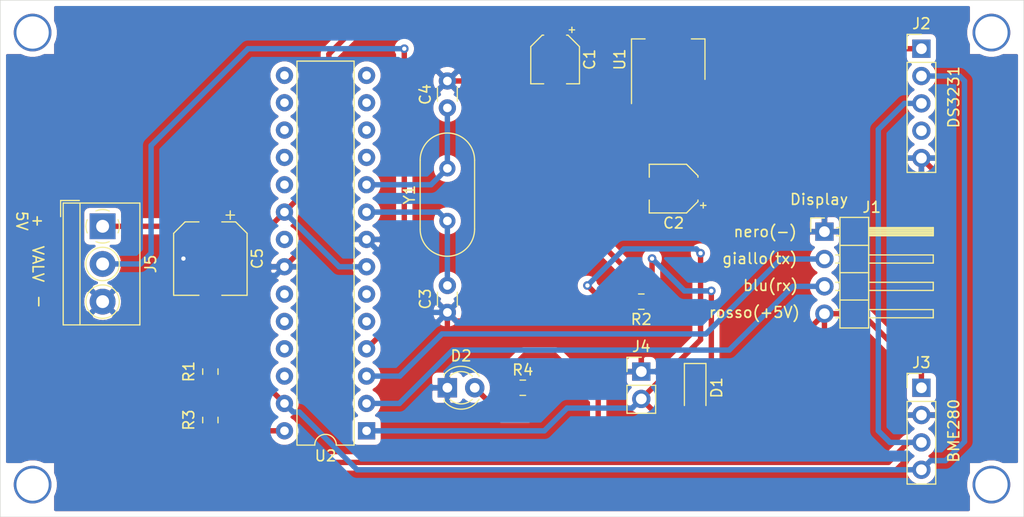
<source format=kicad_pcb>
(kicad_pcb (version 20171130) (host pcbnew "(5.1.5)-3")

  (general
    (thickness 1.6)
    (drawings 15)
    (tracks 185)
    (zones 0)
    (modules 19)
    (nets 30)
  )

  (page A4)
  (layers
    (0 F.Cu signal)
    (31 B.Cu signal)
    (32 B.Adhes user)
    (33 F.Adhes user)
    (34 B.Paste user)
    (35 F.Paste user)
    (36 B.SilkS user)
    (37 F.SilkS user)
    (38 B.Mask user)
    (39 F.Mask user)
    (40 Dwgs.User user)
    (41 Cmts.User user)
    (42 Eco1.User user)
    (43 Eco2.User user)
    (44 Edge.Cuts user)
    (45 Margin user)
    (46 B.CrtYd user)
    (47 F.CrtYd user)
    (48 B.Fab user)
    (49 F.Fab user)
  )

  (setup
    (last_trace_width 0.5)
    (user_trace_width 0.5)
    (trace_clearance 0.2)
    (zone_clearance 0.508)
    (zone_45_only no)
    (trace_min 0.2)
    (via_size 0.8)
    (via_drill 0.4)
    (via_min_size 0.4)
    (via_min_drill 0.3)
    (uvia_size 0.3)
    (uvia_drill 0.1)
    (uvias_allowed no)
    (uvia_min_size 0.2)
    (uvia_min_drill 0.1)
    (edge_width 0.05)
    (segment_width 0.2)
    (pcb_text_width 0.3)
    (pcb_text_size 1.5 1.5)
    (mod_edge_width 0.12)
    (mod_text_size 1 1)
    (mod_text_width 0.15)
    (pad_size 1.524 1.524)
    (pad_drill 0.762)
    (pad_to_mask_clearance 0.051)
    (solder_mask_min_width 0.25)
    (aux_axis_origin 0 0)
    (visible_elements FFFFFF7F)
    (pcbplotparams
      (layerselection 0x010fc_ffffffff)
      (usegerberextensions false)
      (usegerberattributes false)
      (usegerberadvancedattributes false)
      (creategerberjobfile false)
      (excludeedgelayer true)
      (linewidth 0.100000)
      (plotframeref false)
      (viasonmask false)
      (mode 1)
      (useauxorigin false)
      (hpglpennumber 1)
      (hpglpenspeed 20)
      (hpglpendiameter 15.000000)
      (psnegative false)
      (psa4output false)
      (plotreference true)
      (plotvalue true)
      (plotinvisibletext false)
      (padsonsilk false)
      (subtractmaskfromsilk false)
      (outputformat 1)
      (mirror false)
      (drillshape 0)
      (scaleselection 1)
      (outputdirectory "GerberFIle/"))
  )

  (net 0 "")
  (net 1 GND)
  (net 2 +5V)
  (net 3 +3V3)
  (net 4 "Net-(C3-Pad2)")
  (net 5 "Net-(C4-Pad1)")
  (net 6 "Net-(D1-Pad2)")
  (net 7 "Net-(D2-Pad2)")
  (net 8 /RX)
  (net 9 /TX)
  (net 10 /SCL)
  (net 11 /SDA)
  (net 12 /VA)
  (net 13 "Net-(U2-Pad15)")
  (net 14 "Net-(U2-Pad16)")
  (net 15 "Net-(U2-Pad17)")
  (net 16 "Net-(U2-Pad18)")
  (net 17 "Net-(U2-Pad5)")
  (net 18 "Net-(U2-Pad19)")
  (net 19 "Net-(U2-Pad6)")
  (net 20 "Net-(U2-Pad21)")
  (net 21 "Net-(U2-Pad23)")
  (net 22 "Net-(U2-Pad24)")
  (net 23 "Net-(U2-Pad11)")
  (net 24 "Net-(U2-Pad25)")
  (net 25 "Net-(U2-Pad12)")
  (net 26 "Net-(U2-Pad26)")
  (net 27 "Net-(U2-Pad13)")
  (net 28 "Net-(U2-Pad14)")
  (net 29 "Net-(J2-Pad4)")

  (net_class Default "This is the default net class."
    (clearance 0.2)
    (trace_width 0.25)
    (via_dia 0.8)
    (via_drill 0.4)
    (uvia_dia 0.3)
    (uvia_drill 0.1)
    (add_net +3V3)
    (add_net +5V)
    (add_net /RX)
    (add_net /SCL)
    (add_net /SDA)
    (add_net /TX)
    (add_net /VA)
    (add_net GND)
    (add_net "Net-(C3-Pad2)")
    (add_net "Net-(C4-Pad1)")
    (add_net "Net-(D1-Pad2)")
    (add_net "Net-(D2-Pad2)")
    (add_net "Net-(J2-Pad4)")
    (add_net "Net-(U2-Pad11)")
    (add_net "Net-(U2-Pad12)")
    (add_net "Net-(U2-Pad13)")
    (add_net "Net-(U2-Pad14)")
    (add_net "Net-(U2-Pad15)")
    (add_net "Net-(U2-Pad16)")
    (add_net "Net-(U2-Pad17)")
    (add_net "Net-(U2-Pad18)")
    (add_net "Net-(U2-Pad19)")
    (add_net "Net-(U2-Pad21)")
    (add_net "Net-(U2-Pad23)")
    (add_net "Net-(U2-Pad24)")
    (add_net "Net-(U2-Pad25)")
    (add_net "Net-(U2-Pad26)")
    (add_net "Net-(U2-Pad5)")
    (add_net "Net-(U2-Pad6)")
  )

  (module Capacitor_THT:C_Disc_D3.0mm_W1.6mm_P2.50mm (layer F.Cu) (tedit 5AE50EF0) (tstamp 5E665A9F)
    (at 136.5 99 90)
    (descr "C, Disc series, Radial, pin pitch=2.50mm, , diameter*width=3.0*1.6mm^2, Capacitor, http://www.vishay.com/docs/45233/krseries.pdf")
    (tags "C Disc series Radial pin pitch 2.50mm  diameter 3.0mm width 1.6mm Capacitor")
    (path /5E65A195)
    (fp_text reference C3 (at 1.25 -2.05 90) (layer F.SilkS)
      (effects (font (size 1 1) (thickness 0.15)))
    )
    (fp_text value 22pf (at 1.25 2.05 90) (layer F.Fab)
      (effects (font (size 1 1) (thickness 0.15)))
    )
    (fp_text user %R (at 1.25 0 90) (layer F.Fab)
      (effects (font (size 0.6 0.6) (thickness 0.09)))
    )
    (fp_line (start 3.55 -1.05) (end -1.05 -1.05) (layer F.CrtYd) (width 0.05))
    (fp_line (start 3.55 1.05) (end 3.55 -1.05) (layer F.CrtYd) (width 0.05))
    (fp_line (start -1.05 1.05) (end 3.55 1.05) (layer F.CrtYd) (width 0.05))
    (fp_line (start -1.05 -1.05) (end -1.05 1.05) (layer F.CrtYd) (width 0.05))
    (fp_line (start 0.621 0.92) (end 1.879 0.92) (layer F.SilkS) (width 0.12))
    (fp_line (start 0.621 -0.92) (end 1.879 -0.92) (layer F.SilkS) (width 0.12))
    (fp_line (start 2.75 -0.8) (end -0.25 -0.8) (layer F.Fab) (width 0.1))
    (fp_line (start 2.75 0.8) (end 2.75 -0.8) (layer F.Fab) (width 0.1))
    (fp_line (start -0.25 0.8) (end 2.75 0.8) (layer F.Fab) (width 0.1))
    (fp_line (start -0.25 -0.8) (end -0.25 0.8) (layer F.Fab) (width 0.1))
    (pad 2 thru_hole circle (at 2.5 0 90) (size 1.6 1.6) (drill 0.8) (layers *.Cu *.Mask)
      (net 4 "Net-(C3-Pad2)"))
    (pad 1 thru_hole circle (at 0 0 90) (size 1.6 1.6) (drill 0.8) (layers *.Cu *.Mask)
      (net 1 GND))
    (model ${KISYS3DMOD}/Capacitor_THT.3dshapes/C_Disc_D3.0mm_W1.6mm_P2.50mm.wrl
      (at (xyz 0 0 0))
      (scale (xyz 1 1 1))
      (rotate (xyz 0 0 0))
    )
  )

  (module Capacitor_THT:C_Disc_D3.0mm_W1.6mm_P2.50mm (layer F.Cu) (tedit 5AE50EF0) (tstamp 5E665AB0)
    (at 136.5 80 90)
    (descr "C, Disc series, Radial, pin pitch=2.50mm, , diameter*width=3.0*1.6mm^2, Capacitor, http://www.vishay.com/docs/45233/krseries.pdf")
    (tags "C Disc series Radial pin pitch 2.50mm  diameter 3.0mm width 1.6mm Capacitor")
    (path /5E65A9A0)
    (fp_text reference C4 (at 1.25 -2.05 90) (layer F.SilkS)
      (effects (font (size 1 1) (thickness 0.15)))
    )
    (fp_text value 22pf (at 1.25 2.05 90) (layer F.Fab)
      (effects (font (size 1 1) (thickness 0.15)))
    )
    (fp_line (start -0.25 -0.8) (end -0.25 0.8) (layer F.Fab) (width 0.1))
    (fp_line (start -0.25 0.8) (end 2.75 0.8) (layer F.Fab) (width 0.1))
    (fp_line (start 2.75 0.8) (end 2.75 -0.8) (layer F.Fab) (width 0.1))
    (fp_line (start 2.75 -0.8) (end -0.25 -0.8) (layer F.Fab) (width 0.1))
    (fp_line (start 0.621 -0.92) (end 1.879 -0.92) (layer F.SilkS) (width 0.12))
    (fp_line (start 0.621 0.92) (end 1.879 0.92) (layer F.SilkS) (width 0.12))
    (fp_line (start -1.05 -1.05) (end -1.05 1.05) (layer F.CrtYd) (width 0.05))
    (fp_line (start -1.05 1.05) (end 3.55 1.05) (layer F.CrtYd) (width 0.05))
    (fp_line (start 3.55 1.05) (end 3.55 -1.05) (layer F.CrtYd) (width 0.05))
    (fp_line (start 3.55 -1.05) (end -1.05 -1.05) (layer F.CrtYd) (width 0.05))
    (fp_text user %R (at 1.25 0 90) (layer F.Fab)
      (effects (font (size 0.6 0.6) (thickness 0.09)))
    )
    (pad 1 thru_hole circle (at 0 0 90) (size 1.6 1.6) (drill 0.8) (layers *.Cu *.Mask)
      (net 5 "Net-(C4-Pad1)"))
    (pad 2 thru_hole circle (at 2.5 0 90) (size 1.6 1.6) (drill 0.8) (layers *.Cu *.Mask)
      (net 1 GND))
    (model ${KISYS3DMOD}/Capacitor_THT.3dshapes/C_Disc_D3.0mm_W1.6mm_P2.50mm.wrl
      (at (xyz 0 0 0))
      (scale (xyz 1 1 1))
      (rotate (xyz 0 0 0))
    )
  )

  (module Capacitor_SMD:CP_Elec_6.3x9.9 (layer F.Cu) (tedit 5BCA39D0) (tstamp 5E665AD8)
    (at 114.5 94 270)
    (descr "SMD capacitor, aluminum electrolytic, Panasonic C10, 6.3x9.9mm")
    (tags "capacitor electrolytic")
    (path /5E6A24D1)
    (attr smd)
    (fp_text reference C5 (at 0 -4.35 90) (layer F.SilkS)
      (effects (font (size 1 1) (thickness 0.15)))
    )
    (fp_text value 100uf (at 0 4.35 90) (layer F.Fab)
      (effects (font (size 1 1) (thickness 0.15)))
    )
    (fp_circle (center 0 0) (end 3.15 0) (layer F.Fab) (width 0.1))
    (fp_line (start 3.3 -3.3) (end 3.3 3.3) (layer F.Fab) (width 0.1))
    (fp_line (start -2.3 -3.3) (end 3.3 -3.3) (layer F.Fab) (width 0.1))
    (fp_line (start -2.3 3.3) (end 3.3 3.3) (layer F.Fab) (width 0.1))
    (fp_line (start -3.3 -2.3) (end -3.3 2.3) (layer F.Fab) (width 0.1))
    (fp_line (start -3.3 -2.3) (end -2.3 -3.3) (layer F.Fab) (width 0.1))
    (fp_line (start -3.3 2.3) (end -2.3 3.3) (layer F.Fab) (width 0.1))
    (fp_line (start -2.704838 -1.33) (end -2.074838 -1.33) (layer F.Fab) (width 0.1))
    (fp_line (start -2.389838 -1.645) (end -2.389838 -1.015) (layer F.Fab) (width 0.1))
    (fp_line (start 3.41 3.41) (end 3.41 1.06) (layer F.SilkS) (width 0.12))
    (fp_line (start 3.41 -3.41) (end 3.41 -1.06) (layer F.SilkS) (width 0.12))
    (fp_line (start -2.345563 -3.41) (end 3.41 -3.41) (layer F.SilkS) (width 0.12))
    (fp_line (start -2.345563 3.41) (end 3.41 3.41) (layer F.SilkS) (width 0.12))
    (fp_line (start -3.41 2.345563) (end -3.41 1.06) (layer F.SilkS) (width 0.12))
    (fp_line (start -3.41 -2.345563) (end -3.41 -1.06) (layer F.SilkS) (width 0.12))
    (fp_line (start -3.41 -2.345563) (end -2.345563 -3.41) (layer F.SilkS) (width 0.12))
    (fp_line (start -3.41 2.345563) (end -2.345563 3.41) (layer F.SilkS) (width 0.12))
    (fp_line (start -4.4375 -1.8475) (end -3.65 -1.8475) (layer F.SilkS) (width 0.12))
    (fp_line (start -4.04375 -2.24125) (end -4.04375 -1.45375) (layer F.SilkS) (width 0.12))
    (fp_line (start 3.55 -3.55) (end 3.55 -1.05) (layer F.CrtYd) (width 0.05))
    (fp_line (start 3.55 -1.05) (end 4.8 -1.05) (layer F.CrtYd) (width 0.05))
    (fp_line (start 4.8 -1.05) (end 4.8 1.05) (layer F.CrtYd) (width 0.05))
    (fp_line (start 4.8 1.05) (end 3.55 1.05) (layer F.CrtYd) (width 0.05))
    (fp_line (start 3.55 1.05) (end 3.55 3.55) (layer F.CrtYd) (width 0.05))
    (fp_line (start -2.4 3.55) (end 3.55 3.55) (layer F.CrtYd) (width 0.05))
    (fp_line (start -2.4 -3.55) (end 3.55 -3.55) (layer F.CrtYd) (width 0.05))
    (fp_line (start -3.55 2.4) (end -2.4 3.55) (layer F.CrtYd) (width 0.05))
    (fp_line (start -3.55 -2.4) (end -2.4 -3.55) (layer F.CrtYd) (width 0.05))
    (fp_line (start -3.55 -2.4) (end -3.55 -1.05) (layer F.CrtYd) (width 0.05))
    (fp_line (start -3.55 1.05) (end -3.55 2.4) (layer F.CrtYd) (width 0.05))
    (fp_line (start -3.55 -1.05) (end -4.8 -1.05) (layer F.CrtYd) (width 0.05))
    (fp_line (start -4.8 -1.05) (end -4.8 1.05) (layer F.CrtYd) (width 0.05))
    (fp_line (start -4.8 1.05) (end -3.55 1.05) (layer F.CrtYd) (width 0.05))
    (fp_text user %R (at 0 0 90) (layer F.Fab)
      (effects (font (size 1 1) (thickness 0.15)))
    )
    (pad 1 smd roundrect (at -2.8 0 270) (size 3.5 1.6) (layers F.Cu F.Paste F.Mask) (roundrect_rratio 0.15625)
      (net 2 +5V))
    (pad 2 smd roundrect (at 2.8 0 270) (size 3.5 1.6) (layers F.Cu F.Paste F.Mask) (roundrect_rratio 0.15625)
      (net 1 GND))
    (model ${KISYS3DMOD}/Capacitor_SMD.3dshapes/CP_Elec_6.3x9.9.wrl
      (at (xyz 0 0 0))
      (scale (xyz 1 1 1))
      (rotate (xyz 0 0 0))
    )
  )

  (module Diode_SMD:D_SOD-123 (layer F.Cu) (tedit 58645DC7) (tstamp 5E665AF1)
    (at 159.5 106 270)
    (descr SOD-123)
    (tags SOD-123)
    (path /5E65ECD6)
    (attr smd)
    (fp_text reference D1 (at 0 -2 90) (layer F.SilkS)
      (effects (font (size 1 1) (thickness 0.15)))
    )
    (fp_text value 1N4148 (at 0 2.1 90) (layer F.Fab)
      (effects (font (size 1 1) (thickness 0.15)))
    )
    (fp_text user %R (at 0 -2 90) (layer F.Fab)
      (effects (font (size 1 1) (thickness 0.15)))
    )
    (fp_line (start -2.25 -1) (end -2.25 1) (layer F.SilkS) (width 0.12))
    (fp_line (start 0.25 0) (end 0.75 0) (layer F.Fab) (width 0.1))
    (fp_line (start 0.25 0.4) (end -0.35 0) (layer F.Fab) (width 0.1))
    (fp_line (start 0.25 -0.4) (end 0.25 0.4) (layer F.Fab) (width 0.1))
    (fp_line (start -0.35 0) (end 0.25 -0.4) (layer F.Fab) (width 0.1))
    (fp_line (start -0.35 0) (end -0.35 0.55) (layer F.Fab) (width 0.1))
    (fp_line (start -0.35 0) (end -0.35 -0.55) (layer F.Fab) (width 0.1))
    (fp_line (start -0.75 0) (end -0.35 0) (layer F.Fab) (width 0.1))
    (fp_line (start -1.4 0.9) (end -1.4 -0.9) (layer F.Fab) (width 0.1))
    (fp_line (start 1.4 0.9) (end -1.4 0.9) (layer F.Fab) (width 0.1))
    (fp_line (start 1.4 -0.9) (end 1.4 0.9) (layer F.Fab) (width 0.1))
    (fp_line (start -1.4 -0.9) (end 1.4 -0.9) (layer F.Fab) (width 0.1))
    (fp_line (start -2.35 -1.15) (end 2.35 -1.15) (layer F.CrtYd) (width 0.05))
    (fp_line (start 2.35 -1.15) (end 2.35 1.15) (layer F.CrtYd) (width 0.05))
    (fp_line (start 2.35 1.15) (end -2.35 1.15) (layer F.CrtYd) (width 0.05))
    (fp_line (start -2.35 -1.15) (end -2.35 1.15) (layer F.CrtYd) (width 0.05))
    (fp_line (start -2.25 1) (end 1.65 1) (layer F.SilkS) (width 0.12))
    (fp_line (start -2.25 -1) (end 1.65 -1) (layer F.SilkS) (width 0.12))
    (pad 1 smd rect (at -1.65 0 270) (size 0.9 1.2) (layers F.Cu F.Paste F.Mask)
      (net 2 +5V))
    (pad 2 smd rect (at 1.65 0 270) (size 0.9 1.2) (layers F.Cu F.Paste F.Mask)
      (net 6 "Net-(D1-Pad2)"))
    (model ${KISYS3DMOD}/Diode_SMD.3dshapes/D_SOD-123.wrl
      (at (xyz 0 0 0))
      (scale (xyz 1 1 1))
      (rotate (xyz 0 0 0))
    )
  )

  (module LED_THT:LED_D3.0mm (layer F.Cu) (tedit 587A3A7B) (tstamp 5E665B04)
    (at 136.5 106)
    (descr "LED, diameter 3.0mm, 2 pins")
    (tags "LED diameter 3.0mm 2 pins")
    (path /5E6C145E)
    (fp_text reference D2 (at 1.27 -2.96) (layer F.SilkS)
      (effects (font (size 1 1) (thickness 0.15)))
    )
    (fp_text value LED (at 1.27 2.96) (layer F.Fab)
      (effects (font (size 1 1) (thickness 0.15)))
    )
    (fp_arc (start 1.27 0) (end -0.23 -1.16619) (angle 284.3) (layer F.Fab) (width 0.1))
    (fp_arc (start 1.27 0) (end -0.29 -1.235516) (angle 108.8) (layer F.SilkS) (width 0.12))
    (fp_arc (start 1.27 0) (end -0.29 1.235516) (angle -108.8) (layer F.SilkS) (width 0.12))
    (fp_arc (start 1.27 0) (end 0.229039 -1.08) (angle 87.9) (layer F.SilkS) (width 0.12))
    (fp_arc (start 1.27 0) (end 0.229039 1.08) (angle -87.9) (layer F.SilkS) (width 0.12))
    (fp_circle (center 1.27 0) (end 2.77 0) (layer F.Fab) (width 0.1))
    (fp_line (start -0.23 -1.16619) (end -0.23 1.16619) (layer F.Fab) (width 0.1))
    (fp_line (start -0.29 -1.236) (end -0.29 -1.08) (layer F.SilkS) (width 0.12))
    (fp_line (start -0.29 1.08) (end -0.29 1.236) (layer F.SilkS) (width 0.12))
    (fp_line (start -1.15 -2.25) (end -1.15 2.25) (layer F.CrtYd) (width 0.05))
    (fp_line (start -1.15 2.25) (end 3.7 2.25) (layer F.CrtYd) (width 0.05))
    (fp_line (start 3.7 2.25) (end 3.7 -2.25) (layer F.CrtYd) (width 0.05))
    (fp_line (start 3.7 -2.25) (end -1.15 -2.25) (layer F.CrtYd) (width 0.05))
    (pad 1 thru_hole rect (at 0 0) (size 1.8 1.8) (drill 0.9) (layers *.Cu *.Mask)
      (net 1 GND))
    (pad 2 thru_hole circle (at 2.54 0) (size 1.8 1.8) (drill 0.9) (layers *.Cu *.Mask)
      (net 7 "Net-(D2-Pad2)"))
    (model ${KISYS3DMOD}/LED_THT.3dshapes/LED_D3.0mm.wrl
      (at (xyz 0 0 0))
      (scale (xyz 1 1 1))
      (rotate (xyz 0 0 0))
    )
  )

  (module Connector_PinHeader_2.54mm:PinHeader_1x04_P2.54mm_Horizontal (layer F.Cu) (tedit 59FED5CB) (tstamp 5E665B51)
    (at 171.5 91.5)
    (descr "Through hole angled pin header, 1x04, 2.54mm pitch, 6mm pin length, single row")
    (tags "Through hole angled pin header THT 1x04 2.54mm single row")
    (path /5E672D32)
    (fp_text reference J1 (at 4.385 -2.27) (layer F.SilkS)
      (effects (font (size 1 1) (thickness 0.15)))
    )
    (fp_text value Display (at 4.385 9.89) (layer F.Fab)
      (effects (font (size 1 1) (thickness 0.15)))
    )
    (fp_line (start 2.135 -1.27) (end 4.04 -1.27) (layer F.Fab) (width 0.1))
    (fp_line (start 4.04 -1.27) (end 4.04 8.89) (layer F.Fab) (width 0.1))
    (fp_line (start 4.04 8.89) (end 1.5 8.89) (layer F.Fab) (width 0.1))
    (fp_line (start 1.5 8.89) (end 1.5 -0.635) (layer F.Fab) (width 0.1))
    (fp_line (start 1.5 -0.635) (end 2.135 -1.27) (layer F.Fab) (width 0.1))
    (fp_line (start -0.32 -0.32) (end 1.5 -0.32) (layer F.Fab) (width 0.1))
    (fp_line (start -0.32 -0.32) (end -0.32 0.32) (layer F.Fab) (width 0.1))
    (fp_line (start -0.32 0.32) (end 1.5 0.32) (layer F.Fab) (width 0.1))
    (fp_line (start 4.04 -0.32) (end 10.04 -0.32) (layer F.Fab) (width 0.1))
    (fp_line (start 10.04 -0.32) (end 10.04 0.32) (layer F.Fab) (width 0.1))
    (fp_line (start 4.04 0.32) (end 10.04 0.32) (layer F.Fab) (width 0.1))
    (fp_line (start -0.32 2.22) (end 1.5 2.22) (layer F.Fab) (width 0.1))
    (fp_line (start -0.32 2.22) (end -0.32 2.86) (layer F.Fab) (width 0.1))
    (fp_line (start -0.32 2.86) (end 1.5 2.86) (layer F.Fab) (width 0.1))
    (fp_line (start 4.04 2.22) (end 10.04 2.22) (layer F.Fab) (width 0.1))
    (fp_line (start 10.04 2.22) (end 10.04 2.86) (layer F.Fab) (width 0.1))
    (fp_line (start 4.04 2.86) (end 10.04 2.86) (layer F.Fab) (width 0.1))
    (fp_line (start -0.32 4.76) (end 1.5 4.76) (layer F.Fab) (width 0.1))
    (fp_line (start -0.32 4.76) (end -0.32 5.4) (layer F.Fab) (width 0.1))
    (fp_line (start -0.32 5.4) (end 1.5 5.4) (layer F.Fab) (width 0.1))
    (fp_line (start 4.04 4.76) (end 10.04 4.76) (layer F.Fab) (width 0.1))
    (fp_line (start 10.04 4.76) (end 10.04 5.4) (layer F.Fab) (width 0.1))
    (fp_line (start 4.04 5.4) (end 10.04 5.4) (layer F.Fab) (width 0.1))
    (fp_line (start -0.32 7.3) (end 1.5 7.3) (layer F.Fab) (width 0.1))
    (fp_line (start -0.32 7.3) (end -0.32 7.94) (layer F.Fab) (width 0.1))
    (fp_line (start -0.32 7.94) (end 1.5 7.94) (layer F.Fab) (width 0.1))
    (fp_line (start 4.04 7.3) (end 10.04 7.3) (layer F.Fab) (width 0.1))
    (fp_line (start 10.04 7.3) (end 10.04 7.94) (layer F.Fab) (width 0.1))
    (fp_line (start 4.04 7.94) (end 10.04 7.94) (layer F.Fab) (width 0.1))
    (fp_line (start 1.44 -1.33) (end 1.44 8.95) (layer F.SilkS) (width 0.12))
    (fp_line (start 1.44 8.95) (end 4.1 8.95) (layer F.SilkS) (width 0.12))
    (fp_line (start 4.1 8.95) (end 4.1 -1.33) (layer F.SilkS) (width 0.12))
    (fp_line (start 4.1 -1.33) (end 1.44 -1.33) (layer F.SilkS) (width 0.12))
    (fp_line (start 4.1 -0.38) (end 10.1 -0.38) (layer F.SilkS) (width 0.12))
    (fp_line (start 10.1 -0.38) (end 10.1 0.38) (layer F.SilkS) (width 0.12))
    (fp_line (start 10.1 0.38) (end 4.1 0.38) (layer F.SilkS) (width 0.12))
    (fp_line (start 4.1 -0.32) (end 10.1 -0.32) (layer F.SilkS) (width 0.12))
    (fp_line (start 4.1 -0.2) (end 10.1 -0.2) (layer F.SilkS) (width 0.12))
    (fp_line (start 4.1 -0.08) (end 10.1 -0.08) (layer F.SilkS) (width 0.12))
    (fp_line (start 4.1 0.04) (end 10.1 0.04) (layer F.SilkS) (width 0.12))
    (fp_line (start 4.1 0.16) (end 10.1 0.16) (layer F.SilkS) (width 0.12))
    (fp_line (start 4.1 0.28) (end 10.1 0.28) (layer F.SilkS) (width 0.12))
    (fp_line (start 1.11 -0.38) (end 1.44 -0.38) (layer F.SilkS) (width 0.12))
    (fp_line (start 1.11 0.38) (end 1.44 0.38) (layer F.SilkS) (width 0.12))
    (fp_line (start 1.44 1.27) (end 4.1 1.27) (layer F.SilkS) (width 0.12))
    (fp_line (start 4.1 2.16) (end 10.1 2.16) (layer F.SilkS) (width 0.12))
    (fp_line (start 10.1 2.16) (end 10.1 2.92) (layer F.SilkS) (width 0.12))
    (fp_line (start 10.1 2.92) (end 4.1 2.92) (layer F.SilkS) (width 0.12))
    (fp_line (start 1.042929 2.16) (end 1.44 2.16) (layer F.SilkS) (width 0.12))
    (fp_line (start 1.042929 2.92) (end 1.44 2.92) (layer F.SilkS) (width 0.12))
    (fp_line (start 1.44 3.81) (end 4.1 3.81) (layer F.SilkS) (width 0.12))
    (fp_line (start 4.1 4.7) (end 10.1 4.7) (layer F.SilkS) (width 0.12))
    (fp_line (start 10.1 4.7) (end 10.1 5.46) (layer F.SilkS) (width 0.12))
    (fp_line (start 10.1 5.46) (end 4.1 5.46) (layer F.SilkS) (width 0.12))
    (fp_line (start 1.042929 4.7) (end 1.44 4.7) (layer F.SilkS) (width 0.12))
    (fp_line (start 1.042929 5.46) (end 1.44 5.46) (layer F.SilkS) (width 0.12))
    (fp_line (start 1.44 6.35) (end 4.1 6.35) (layer F.SilkS) (width 0.12))
    (fp_line (start 4.1 7.24) (end 10.1 7.24) (layer F.SilkS) (width 0.12))
    (fp_line (start 10.1 7.24) (end 10.1 8) (layer F.SilkS) (width 0.12))
    (fp_line (start 10.1 8) (end 4.1 8) (layer F.SilkS) (width 0.12))
    (fp_line (start 1.042929 7.24) (end 1.44 7.24) (layer F.SilkS) (width 0.12))
    (fp_line (start 1.042929 8) (end 1.44 8) (layer F.SilkS) (width 0.12))
    (fp_line (start -1.27 0) (end -1.27 -1.27) (layer F.SilkS) (width 0.12))
    (fp_line (start -1.27 -1.27) (end 0 -1.27) (layer F.SilkS) (width 0.12))
    (fp_line (start -1.8 -1.8) (end -1.8 9.4) (layer F.CrtYd) (width 0.05))
    (fp_line (start -1.8 9.4) (end 10.55 9.4) (layer F.CrtYd) (width 0.05))
    (fp_line (start 10.55 9.4) (end 10.55 -1.8) (layer F.CrtYd) (width 0.05))
    (fp_line (start 10.55 -1.8) (end -1.8 -1.8) (layer F.CrtYd) (width 0.05))
    (fp_text user %R (at 2.77 3.81 90) (layer F.Fab)
      (effects (font (size 1 1) (thickness 0.15)))
    )
    (pad 1 thru_hole rect (at 0 0) (size 1.7 1.7) (drill 1) (layers *.Cu *.Mask)
      (net 1 GND))
    (pad 2 thru_hole oval (at 0 2.54) (size 1.7 1.7) (drill 1) (layers *.Cu *.Mask)
      (net 9 /TX))
    (pad 3 thru_hole oval (at 0 5.08) (size 1.7 1.7) (drill 1) (layers *.Cu *.Mask)
      (net 8 /RX))
    (pad 4 thru_hole oval (at 0 7.62) (size 1.7 1.7) (drill 1) (layers *.Cu *.Mask)
      (net 2 +5V))
    (model ${KISYS3DMOD}/Connector_PinHeader_2.54mm.3dshapes/PinHeader_1x04_P2.54mm_Horizontal.wrl
      (at (xyz 0 0 0))
      (scale (xyz 1 1 1))
      (rotate (xyz 0 0 0))
    )
  )

  (module Connector_PinHeader_2.54mm:PinHeader_1x05_P2.54mm_Vertical (layer F.Cu) (tedit 59FED5CC) (tstamp 5E665B6A)
    (at 180.5 74.5)
    (descr "Through hole straight pin header, 1x05, 2.54mm pitch, single row")
    (tags "Through hole pin header THT 1x05 2.54mm single row")
    (path /5E67B3F9)
    (fp_text reference J2 (at 0 -2.33) (layer F.SilkS)
      (effects (font (size 1 1) (thickness 0.15)))
    )
    (fp_text value DS3231 (at 0 12.49) (layer F.Fab)
      (effects (font (size 1 1) (thickness 0.15)))
    )
    (fp_line (start -0.635 -1.27) (end 1.27 -1.27) (layer F.Fab) (width 0.1))
    (fp_line (start 1.27 -1.27) (end 1.27 11.43) (layer F.Fab) (width 0.1))
    (fp_line (start 1.27 11.43) (end -1.27 11.43) (layer F.Fab) (width 0.1))
    (fp_line (start -1.27 11.43) (end -1.27 -0.635) (layer F.Fab) (width 0.1))
    (fp_line (start -1.27 -0.635) (end -0.635 -1.27) (layer F.Fab) (width 0.1))
    (fp_line (start -1.33 11.49) (end 1.33 11.49) (layer F.SilkS) (width 0.12))
    (fp_line (start -1.33 1.27) (end -1.33 11.49) (layer F.SilkS) (width 0.12))
    (fp_line (start 1.33 1.27) (end 1.33 11.49) (layer F.SilkS) (width 0.12))
    (fp_line (start -1.33 1.27) (end 1.33 1.27) (layer F.SilkS) (width 0.12))
    (fp_line (start -1.33 0) (end -1.33 -1.33) (layer F.SilkS) (width 0.12))
    (fp_line (start -1.33 -1.33) (end 0 -1.33) (layer F.SilkS) (width 0.12))
    (fp_line (start -1.8 -1.8) (end -1.8 11.95) (layer F.CrtYd) (width 0.05))
    (fp_line (start -1.8 11.95) (end 1.8 11.95) (layer F.CrtYd) (width 0.05))
    (fp_line (start 1.8 11.95) (end 1.8 -1.8) (layer F.CrtYd) (width 0.05))
    (fp_line (start 1.8 -1.8) (end -1.8 -1.8) (layer F.CrtYd) (width 0.05))
    (fp_text user %R (at 0 5.08 90) (layer F.Fab)
      (effects (font (size 1 1) (thickness 0.15)))
    )
    (pad 1 thru_hole rect (at 0 0) (size 1.7 1.7) (drill 1) (layers *.Cu *.Mask)
      (net 3 +3V3))
    (pad 2 thru_hole oval (at 0 2.54) (size 1.7 1.7) (drill 1) (layers *.Cu *.Mask)
      (net 11 /SDA))
    (pad 3 thru_hole oval (at 0 5.08) (size 1.7 1.7) (drill 1) (layers *.Cu *.Mask)
      (net 10 /SCL))
    (pad 4 thru_hole oval (at 0 7.62) (size 1.7 1.7) (drill 1) (layers *.Cu *.Mask)
      (net 29 "Net-(J2-Pad4)"))
    (pad 5 thru_hole oval (at 0 10.16) (size 1.7 1.7) (drill 1) (layers *.Cu *.Mask)
      (net 1 GND))
    (model ${KISYS3DMOD}/Connector_PinHeader_2.54mm.3dshapes/PinHeader_1x05_P2.54mm_Vertical.wrl
      (at (xyz 0 0 0))
      (scale (xyz 1 1 1))
      (rotate (xyz 0 0 0))
    )
  )

  (module Connector_PinHeader_2.54mm:PinHeader_1x04_P2.54mm_Vertical (layer F.Cu) (tedit 59FED5CC) (tstamp 5E6662F5)
    (at 180.5 106)
    (descr "Through hole straight pin header, 1x04, 2.54mm pitch, single row")
    (tags "Through hole pin header THT 1x04 2.54mm single row")
    (path /5E6A6216)
    (fp_text reference J3 (at 0 -2.33) (layer F.SilkS)
      (effects (font (size 1 1) (thickness 0.15)))
    )
    (fp_text value BME280 (at 0 9.95) (layer F.Fab)
      (effects (font (size 1 1) (thickness 0.15)))
    )
    (fp_line (start -0.635 -1.27) (end 1.27 -1.27) (layer F.Fab) (width 0.1))
    (fp_line (start 1.27 -1.27) (end 1.27 8.89) (layer F.Fab) (width 0.1))
    (fp_line (start 1.27 8.89) (end -1.27 8.89) (layer F.Fab) (width 0.1))
    (fp_line (start -1.27 8.89) (end -1.27 -0.635) (layer F.Fab) (width 0.1))
    (fp_line (start -1.27 -0.635) (end -0.635 -1.27) (layer F.Fab) (width 0.1))
    (fp_line (start -1.33 8.95) (end 1.33 8.95) (layer F.SilkS) (width 0.12))
    (fp_line (start -1.33 1.27) (end -1.33 8.95) (layer F.SilkS) (width 0.12))
    (fp_line (start 1.33 1.27) (end 1.33 8.95) (layer F.SilkS) (width 0.12))
    (fp_line (start -1.33 1.27) (end 1.33 1.27) (layer F.SilkS) (width 0.12))
    (fp_line (start -1.33 0) (end -1.33 -1.33) (layer F.SilkS) (width 0.12))
    (fp_line (start -1.33 -1.33) (end 0 -1.33) (layer F.SilkS) (width 0.12))
    (fp_line (start -1.8 -1.8) (end -1.8 9.4) (layer F.CrtYd) (width 0.05))
    (fp_line (start -1.8 9.4) (end 1.8 9.4) (layer F.CrtYd) (width 0.05))
    (fp_line (start 1.8 9.4) (end 1.8 -1.8) (layer F.CrtYd) (width 0.05))
    (fp_line (start 1.8 -1.8) (end -1.8 -1.8) (layer F.CrtYd) (width 0.05))
    (fp_text user %R (at 0 3.81 90) (layer F.Fab)
      (effects (font (size 1 1) (thickness 0.15)))
    )
    (pad 1 thru_hole rect (at 0 0) (size 1.7 1.7) (drill 1) (layers *.Cu *.Mask)
      (net 2 +5V))
    (pad 2 thru_hole oval (at 0 2.54) (size 1.7 1.7) (drill 1) (layers *.Cu *.Mask)
      (net 1 GND))
    (pad 3 thru_hole oval (at 0 5.08) (size 1.7 1.7) (drill 1) (layers *.Cu *.Mask)
      (net 10 /SCL))
    (pad 4 thru_hole oval (at 0 7.62) (size 1.7 1.7) (drill 1) (layers *.Cu *.Mask)
      (net 11 /SDA))
    (model ${KISYS3DMOD}/Connector_PinHeader_2.54mm.3dshapes/PinHeader_1x04_P2.54mm_Vertical.wrl
      (at (xyz 0 0 0))
      (scale (xyz 1 1 1))
      (rotate (xyz 0 0 0))
    )
  )

  (module Resistor_SMD:R_0805_2012Metric (layer F.Cu) (tedit 5B36C52B) (tstamp 5E665BE7)
    (at 114.5 104.5 270)
    (descr "Resistor SMD 0805 (2012 Metric), square (rectangular) end terminal, IPC_7351 nominal, (Body size source: https://docs.google.com/spreadsheets/d/1BsfQQcO9C6DZCsRaXUlFlo91Tg2WpOkGARC1WS5S8t0/edit?usp=sharing), generated with kicad-footprint-generator")
    (tags resistor)
    (path /5E68B2A0)
    (attr smd)
    (fp_text reference R1 (at 0 2 90) (layer F.SilkS)
      (effects (font (size 1 1) (thickness 0.15)))
    )
    (fp_text value 220 (at 0 -2 90) (layer F.Fab)
      (effects (font (size 1 1) (thickness 0.15)))
    )
    (fp_text user %R (at 0 0 90) (layer F.Fab)
      (effects (font (size 0.5 0.5) (thickness 0.08)))
    )
    (fp_line (start 1.68 0.95) (end -1.68 0.95) (layer F.CrtYd) (width 0.05))
    (fp_line (start 1.68 -0.95) (end 1.68 0.95) (layer F.CrtYd) (width 0.05))
    (fp_line (start -1.68 -0.95) (end 1.68 -0.95) (layer F.CrtYd) (width 0.05))
    (fp_line (start -1.68 0.95) (end -1.68 -0.95) (layer F.CrtYd) (width 0.05))
    (fp_line (start -0.258578 0.71) (end 0.258578 0.71) (layer F.SilkS) (width 0.12))
    (fp_line (start -0.258578 -0.71) (end 0.258578 -0.71) (layer F.SilkS) (width 0.12))
    (fp_line (start 1 0.6) (end -1 0.6) (layer F.Fab) (width 0.1))
    (fp_line (start 1 -0.6) (end 1 0.6) (layer F.Fab) (width 0.1))
    (fp_line (start -1 -0.6) (end 1 -0.6) (layer F.Fab) (width 0.1))
    (fp_line (start -1 0.6) (end -1 -0.6) (layer F.Fab) (width 0.1))
    (pad 2 smd roundrect (at 0.9375 0 270) (size 0.975 1.4) (layers F.Cu F.Paste F.Mask) (roundrect_rratio 0.25)
      (net 2 +5V))
    (pad 1 smd roundrect (at -0.9375 0 270) (size 0.975 1.4) (layers F.Cu F.Paste F.Mask) (roundrect_rratio 0.25)
      (net 11 /SDA))
    (model ${KISYS3DMOD}/Resistor_SMD.3dshapes/R_0805_2012Metric.wrl
      (at (xyz 0 0 0))
      (scale (xyz 1 1 1))
      (rotate (xyz 0 0 0))
    )
  )

  (module Resistor_SMD:R_0805_2012Metric (layer F.Cu) (tedit 5B36C52B) (tstamp 5E665BF8)
    (at 154.5 98 180)
    (descr "Resistor SMD 0805 (2012 Metric), square (rectangular) end terminal, IPC_7351 nominal, (Body size source: https://docs.google.com/spreadsheets/d/1BsfQQcO9C6DZCsRaXUlFlo91Tg2WpOkGARC1WS5S8t0/edit?usp=sharing), generated with kicad-footprint-generator")
    (tags resistor)
    (path /5E65F87E)
    (attr smd)
    (fp_text reference R2 (at 0 -1.65) (layer F.SilkS)
      (effects (font (size 1 1) (thickness 0.15)))
    )
    (fp_text value 220 (at 0 1.65) (layer F.Fab)
      (effects (font (size 1 1) (thickness 0.15)))
    )
    (fp_text user %R (at 0 0) (layer F.Fab)
      (effects (font (size 0.5 0.5) (thickness 0.08)))
    )
    (fp_line (start 1.68 0.95) (end -1.68 0.95) (layer F.CrtYd) (width 0.05))
    (fp_line (start 1.68 -0.95) (end 1.68 0.95) (layer F.CrtYd) (width 0.05))
    (fp_line (start -1.68 -0.95) (end 1.68 -0.95) (layer F.CrtYd) (width 0.05))
    (fp_line (start -1.68 0.95) (end -1.68 -0.95) (layer F.CrtYd) (width 0.05))
    (fp_line (start -0.258578 0.71) (end 0.258578 0.71) (layer F.SilkS) (width 0.12))
    (fp_line (start -0.258578 -0.71) (end 0.258578 -0.71) (layer F.SilkS) (width 0.12))
    (fp_line (start 1 0.6) (end -1 0.6) (layer F.Fab) (width 0.1))
    (fp_line (start 1 -0.6) (end 1 0.6) (layer F.Fab) (width 0.1))
    (fp_line (start -1 -0.6) (end 1 -0.6) (layer F.Fab) (width 0.1))
    (fp_line (start -1 0.6) (end -1 -0.6) (layer F.Fab) (width 0.1))
    (pad 2 smd roundrect (at 0.9375 0 180) (size 0.975 1.4) (layers F.Cu F.Paste F.Mask) (roundrect_rratio 0.25)
      (net 6 "Net-(D1-Pad2)"))
    (pad 1 smd roundrect (at -0.9375 0 180) (size 0.975 1.4) (layers F.Cu F.Paste F.Mask) (roundrect_rratio 0.25)
      (net 2 +5V))
    (model ${KISYS3DMOD}/Resistor_SMD.3dshapes/R_0805_2012Metric.wrl
      (at (xyz 0 0 0))
      (scale (xyz 1 1 1))
      (rotate (xyz 0 0 0))
    )
  )

  (module Resistor_SMD:R_0805_2012Metric (layer F.Cu) (tedit 5B36C52B) (tstamp 5E665C09)
    (at 114.5 109 90)
    (descr "Resistor SMD 0805 (2012 Metric), square (rectangular) end terminal, IPC_7351 nominal, (Body size source: https://docs.google.com/spreadsheets/d/1BsfQQcO9C6DZCsRaXUlFlo91Tg2WpOkGARC1WS5S8t0/edit?usp=sharing), generated with kicad-footprint-generator")
    (tags resistor)
    (path /5E68BA8A)
    (attr smd)
    (fp_text reference R3 (at 0 -2 90) (layer F.SilkS)
      (effects (font (size 1 1) (thickness 0.15)))
    )
    (fp_text value 220 (at 0 1.65 90) (layer F.Fab)
      (effects (font (size 1 1) (thickness 0.15)))
    )
    (fp_line (start -1 0.6) (end -1 -0.6) (layer F.Fab) (width 0.1))
    (fp_line (start -1 -0.6) (end 1 -0.6) (layer F.Fab) (width 0.1))
    (fp_line (start 1 -0.6) (end 1 0.6) (layer F.Fab) (width 0.1))
    (fp_line (start 1 0.6) (end -1 0.6) (layer F.Fab) (width 0.1))
    (fp_line (start -0.258578 -0.71) (end 0.258578 -0.71) (layer F.SilkS) (width 0.12))
    (fp_line (start -0.258578 0.71) (end 0.258578 0.71) (layer F.SilkS) (width 0.12))
    (fp_line (start -1.68 0.95) (end -1.68 -0.95) (layer F.CrtYd) (width 0.05))
    (fp_line (start -1.68 -0.95) (end 1.68 -0.95) (layer F.CrtYd) (width 0.05))
    (fp_line (start 1.68 -0.95) (end 1.68 0.95) (layer F.CrtYd) (width 0.05))
    (fp_line (start 1.68 0.95) (end -1.68 0.95) (layer F.CrtYd) (width 0.05))
    (fp_text user %R (at 0 0 90) (layer F.Fab)
      (effects (font (size 0.5 0.5) (thickness 0.08)))
    )
    (pad 1 smd roundrect (at -0.9375 0 90) (size 0.975 1.4) (layers F.Cu F.Paste F.Mask) (roundrect_rratio 0.25)
      (net 10 /SCL))
    (pad 2 smd roundrect (at 0.9375 0 90) (size 0.975 1.4) (layers F.Cu F.Paste F.Mask) (roundrect_rratio 0.25)
      (net 2 +5V))
    (model ${KISYS3DMOD}/Resistor_SMD.3dshapes/R_0805_2012Metric.wrl
      (at (xyz 0 0 0))
      (scale (xyz 1 1 1))
      (rotate (xyz 0 0 0))
    )
  )

  (module Resistor_SMD:R_0805_2012Metric (layer F.Cu) (tedit 5B36C52B) (tstamp 5E665C1A)
    (at 143.5 106)
    (descr "Resistor SMD 0805 (2012 Metric), square (rectangular) end terminal, IPC_7351 nominal, (Body size source: https://docs.google.com/spreadsheets/d/1BsfQQcO9C6DZCsRaXUlFlo91Tg2WpOkGARC1WS5S8t0/edit?usp=sharing), generated with kicad-footprint-generator")
    (tags resistor)
    (path /5E6BEA53)
    (attr smd)
    (fp_text reference R4 (at 0 -1.65) (layer F.SilkS)
      (effects (font (size 1 1) (thickness 0.15)))
    )
    (fp_text value 220 (at 0 1.65) (layer F.Fab)
      (effects (font (size 1 1) (thickness 0.15)))
    )
    (fp_line (start -1 0.6) (end -1 -0.6) (layer F.Fab) (width 0.1))
    (fp_line (start -1 -0.6) (end 1 -0.6) (layer F.Fab) (width 0.1))
    (fp_line (start 1 -0.6) (end 1 0.6) (layer F.Fab) (width 0.1))
    (fp_line (start 1 0.6) (end -1 0.6) (layer F.Fab) (width 0.1))
    (fp_line (start -0.258578 -0.71) (end 0.258578 -0.71) (layer F.SilkS) (width 0.12))
    (fp_line (start -0.258578 0.71) (end 0.258578 0.71) (layer F.SilkS) (width 0.12))
    (fp_line (start -1.68 0.95) (end -1.68 -0.95) (layer F.CrtYd) (width 0.05))
    (fp_line (start -1.68 -0.95) (end 1.68 -0.95) (layer F.CrtYd) (width 0.05))
    (fp_line (start 1.68 -0.95) (end 1.68 0.95) (layer F.CrtYd) (width 0.05))
    (fp_line (start 1.68 0.95) (end -1.68 0.95) (layer F.CrtYd) (width 0.05))
    (fp_text user %R (at 0 0) (layer F.Fab)
      (effects (font (size 0.5 0.5) (thickness 0.08)))
    )
    (pad 1 smd roundrect (at -0.9375 0) (size 0.975 1.4) (layers F.Cu F.Paste F.Mask) (roundrect_rratio 0.25)
      (net 2 +5V))
    (pad 2 smd roundrect (at 0.9375 0) (size 0.975 1.4) (layers F.Cu F.Paste F.Mask) (roundrect_rratio 0.25)
      (net 7 "Net-(D2-Pad2)"))
    (model ${KISYS3DMOD}/Resistor_SMD.3dshapes/R_0805_2012Metric.wrl
      (at (xyz 0 0 0))
      (scale (xyz 1 1 1))
      (rotate (xyz 0 0 0))
    )
  )

  (module Package_TO_SOT_SMD:SOT-223-3_TabPin2 (layer F.Cu) (tedit 5A02FF57) (tstamp 5E665C30)
    (at 157 75.5 90)
    (descr "module CMS SOT223 4 pins")
    (tags "CMS SOT")
    (path /5E6649A6)
    (attr smd)
    (fp_text reference U1 (at 0 -4.5 90) (layer F.SilkS)
      (effects (font (size 1 1) (thickness 0.15)))
    )
    (fp_text value AMS1117 (at 0 4.5 90) (layer F.Fab)
      (effects (font (size 1 1) (thickness 0.15)))
    )
    (fp_text user %R (at 0 0) (layer F.Fab)
      (effects (font (size 0.8 0.8) (thickness 0.12)))
    )
    (fp_line (start 1.91 3.41) (end 1.91 2.15) (layer F.SilkS) (width 0.12))
    (fp_line (start 1.91 -3.41) (end 1.91 -2.15) (layer F.SilkS) (width 0.12))
    (fp_line (start 4.4 -3.6) (end -4.4 -3.6) (layer F.CrtYd) (width 0.05))
    (fp_line (start 4.4 3.6) (end 4.4 -3.6) (layer F.CrtYd) (width 0.05))
    (fp_line (start -4.4 3.6) (end 4.4 3.6) (layer F.CrtYd) (width 0.05))
    (fp_line (start -4.4 -3.6) (end -4.4 3.6) (layer F.CrtYd) (width 0.05))
    (fp_line (start -1.85 -2.35) (end -0.85 -3.35) (layer F.Fab) (width 0.1))
    (fp_line (start -1.85 -2.35) (end -1.85 3.35) (layer F.Fab) (width 0.1))
    (fp_line (start -1.85 3.41) (end 1.91 3.41) (layer F.SilkS) (width 0.12))
    (fp_line (start -0.85 -3.35) (end 1.85 -3.35) (layer F.Fab) (width 0.1))
    (fp_line (start -4.1 -3.41) (end 1.91 -3.41) (layer F.SilkS) (width 0.12))
    (fp_line (start -1.85 3.35) (end 1.85 3.35) (layer F.Fab) (width 0.1))
    (fp_line (start 1.85 -3.35) (end 1.85 3.35) (layer F.Fab) (width 0.1))
    (pad 2 smd rect (at 3.15 0 90) (size 2 3.8) (layers F.Cu F.Paste F.Mask)
      (net 3 +3V3))
    (pad 2 smd rect (at -3.15 0 90) (size 2 1.5) (layers F.Cu F.Paste F.Mask)
      (net 3 +3V3))
    (pad 3 smd rect (at -3.15 2.3 90) (size 2 1.5) (layers F.Cu F.Paste F.Mask)
      (net 2 +5V))
    (pad 1 smd rect (at -3.15 -2.3 90) (size 2 1.5) (layers F.Cu F.Paste F.Mask)
      (net 1 GND))
    (model ${KISYS3DMOD}/Package_TO_SOT_SMD.3dshapes/SOT-223.wrl
      (at (xyz 0 0 0))
      (scale (xyz 1 1 1))
      (rotate (xyz 0 0 0))
    )
  )

  (module Package_DIP:DIP-28_W7.62mm (layer F.Cu) (tedit 5A02E8C5) (tstamp 5E665C60)
    (at 129 110 180)
    (descr "28-lead though-hole mounted DIP package, row spacing 7.62 mm (300 mils)")
    (tags "THT DIP DIL PDIP 2.54mm 7.62mm 300mil")
    (path /5E656AC5)
    (fp_text reference U2 (at 3.81 -2.33) (layer F.SilkS)
      (effects (font (size 1 1) (thickness 0.15)))
    )
    (fp_text value ATmega328-PU (at 3.81 35.35) (layer F.Fab)
      (effects (font (size 1 1) (thickness 0.15)))
    )
    (fp_arc (start 3.81 -1.33) (end 2.81 -1.33) (angle -180) (layer F.SilkS) (width 0.12))
    (fp_line (start 1.635 -1.27) (end 6.985 -1.27) (layer F.Fab) (width 0.1))
    (fp_line (start 6.985 -1.27) (end 6.985 34.29) (layer F.Fab) (width 0.1))
    (fp_line (start 6.985 34.29) (end 0.635 34.29) (layer F.Fab) (width 0.1))
    (fp_line (start 0.635 34.29) (end 0.635 -0.27) (layer F.Fab) (width 0.1))
    (fp_line (start 0.635 -0.27) (end 1.635 -1.27) (layer F.Fab) (width 0.1))
    (fp_line (start 2.81 -1.33) (end 1.16 -1.33) (layer F.SilkS) (width 0.12))
    (fp_line (start 1.16 -1.33) (end 1.16 34.35) (layer F.SilkS) (width 0.12))
    (fp_line (start 1.16 34.35) (end 6.46 34.35) (layer F.SilkS) (width 0.12))
    (fp_line (start 6.46 34.35) (end 6.46 -1.33) (layer F.SilkS) (width 0.12))
    (fp_line (start 6.46 -1.33) (end 4.81 -1.33) (layer F.SilkS) (width 0.12))
    (fp_line (start -1.1 -1.55) (end -1.1 34.55) (layer F.CrtYd) (width 0.05))
    (fp_line (start -1.1 34.55) (end 8.7 34.55) (layer F.CrtYd) (width 0.05))
    (fp_line (start 8.7 34.55) (end 8.7 -1.55) (layer F.CrtYd) (width 0.05))
    (fp_line (start 8.7 -1.55) (end -1.1 -1.55) (layer F.CrtYd) (width 0.05))
    (fp_text user %R (at 3.81 16.51) (layer F.Fab)
      (effects (font (size 1 1) (thickness 0.15)))
    )
    (pad 1 thru_hole rect (at 0 0 180) (size 1.6 1.6) (drill 0.8) (layers *.Cu *.Mask)
      (net 6 "Net-(D1-Pad2)"))
    (pad 15 thru_hole oval (at 7.62 33.02 180) (size 1.6 1.6) (drill 0.8) (layers *.Cu *.Mask)
      (net 13 "Net-(U2-Pad15)"))
    (pad 2 thru_hole oval (at 0 2.54 180) (size 1.6 1.6) (drill 0.8) (layers *.Cu *.Mask)
      (net 8 /RX))
    (pad 16 thru_hole oval (at 7.62 30.48 180) (size 1.6 1.6) (drill 0.8) (layers *.Cu *.Mask)
      (net 14 "Net-(U2-Pad16)"))
    (pad 3 thru_hole oval (at 0 5.08 180) (size 1.6 1.6) (drill 0.8) (layers *.Cu *.Mask)
      (net 9 /TX))
    (pad 17 thru_hole oval (at 7.62 27.94 180) (size 1.6 1.6) (drill 0.8) (layers *.Cu *.Mask)
      (net 15 "Net-(U2-Pad17)"))
    (pad 4 thru_hole oval (at 0 7.62 180) (size 1.6 1.6) (drill 0.8) (layers *.Cu *.Mask)
      (net 12 /VA))
    (pad 18 thru_hole oval (at 7.62 25.4 180) (size 1.6 1.6) (drill 0.8) (layers *.Cu *.Mask)
      (net 16 "Net-(U2-Pad18)"))
    (pad 5 thru_hole oval (at 0 10.16 180) (size 1.6 1.6) (drill 0.8) (layers *.Cu *.Mask)
      (net 17 "Net-(U2-Pad5)"))
    (pad 19 thru_hole oval (at 7.62 22.86 180) (size 1.6 1.6) (drill 0.8) (layers *.Cu *.Mask)
      (net 18 "Net-(U2-Pad19)"))
    (pad 6 thru_hole oval (at 0 12.7 180) (size 1.6 1.6) (drill 0.8) (layers *.Cu *.Mask)
      (net 19 "Net-(U2-Pad6)"))
    (pad 20 thru_hole oval (at 7.62 20.32 180) (size 1.6 1.6) (drill 0.8) (layers *.Cu *.Mask)
      (net 2 +5V))
    (pad 7 thru_hole oval (at 0 15.24 180) (size 1.6 1.6) (drill 0.8) (layers *.Cu *.Mask)
      (net 2 +5V))
    (pad 21 thru_hole oval (at 7.62 17.78 180) (size 1.6 1.6) (drill 0.8) (layers *.Cu *.Mask)
      (net 20 "Net-(U2-Pad21)"))
    (pad 8 thru_hole oval (at 0 17.78 180) (size 1.6 1.6) (drill 0.8) (layers *.Cu *.Mask)
      (net 1 GND))
    (pad 22 thru_hole oval (at 7.62 15.24 180) (size 1.6 1.6) (drill 0.8) (layers *.Cu *.Mask)
      (net 1 GND))
    (pad 9 thru_hole oval (at 0 20.32 180) (size 1.6 1.6) (drill 0.8) (layers *.Cu *.Mask)
      (net 4 "Net-(C3-Pad2)"))
    (pad 23 thru_hole oval (at 7.62 12.7 180) (size 1.6 1.6) (drill 0.8) (layers *.Cu *.Mask)
      (net 21 "Net-(U2-Pad23)"))
    (pad 10 thru_hole oval (at 0 22.86 180) (size 1.6 1.6) (drill 0.8) (layers *.Cu *.Mask)
      (net 5 "Net-(C4-Pad1)"))
    (pad 24 thru_hole oval (at 7.62 10.16 180) (size 1.6 1.6) (drill 0.8) (layers *.Cu *.Mask)
      (net 22 "Net-(U2-Pad24)"))
    (pad 11 thru_hole oval (at 0 25.4 180) (size 1.6 1.6) (drill 0.8) (layers *.Cu *.Mask)
      (net 23 "Net-(U2-Pad11)"))
    (pad 25 thru_hole oval (at 7.62 7.62 180) (size 1.6 1.6) (drill 0.8) (layers *.Cu *.Mask)
      (net 24 "Net-(U2-Pad25)"))
    (pad 12 thru_hole oval (at 0 27.94 180) (size 1.6 1.6) (drill 0.8) (layers *.Cu *.Mask)
      (net 25 "Net-(U2-Pad12)"))
    (pad 26 thru_hole oval (at 7.62 5.08 180) (size 1.6 1.6) (drill 0.8) (layers *.Cu *.Mask)
      (net 26 "Net-(U2-Pad26)"))
    (pad 13 thru_hole oval (at 0 30.48 180) (size 1.6 1.6) (drill 0.8) (layers *.Cu *.Mask)
      (net 27 "Net-(U2-Pad13)"))
    (pad 27 thru_hole oval (at 7.62 2.54 180) (size 1.6 1.6) (drill 0.8) (layers *.Cu *.Mask)
      (net 11 /SDA))
    (pad 14 thru_hole oval (at 0 33.02 180) (size 1.6 1.6) (drill 0.8) (layers *.Cu *.Mask)
      (net 28 "Net-(U2-Pad14)"))
    (pad 28 thru_hole oval (at 7.62 0 180) (size 1.6 1.6) (drill 0.8) (layers *.Cu *.Mask)
      (net 10 /SCL))
    (model ${KISYS3DMOD}/Package_DIP.3dshapes/DIP-28_W7.62mm.wrl
      (at (xyz 0 0 0))
      (scale (xyz 1 1 1))
      (rotate (xyz 0 0 0))
    )
  )

  (module Crystal:Crystal_HC49-4H_Vertical (layer F.Cu) (tedit 5A1AD3B7) (tstamp 5E665C77)
    (at 136.5 90.5 90)
    (descr "Crystal THT HC-49-4H http://5hertz.com/pdfs/04404_D.pdf")
    (tags "THT crystalHC-49-4H")
    (path /5E65903F)
    (fp_text reference Y1 (at 2.44 -3.525 90) (layer F.SilkS)
      (effects (font (size 1 1) (thickness 0.15)))
    )
    (fp_text value Crystal (at 2.44 3.525 90) (layer F.Fab)
      (effects (font (size 1 1) (thickness 0.15)))
    )
    (fp_text user %R (at 2.44 0 90) (layer F.Fab)
      (effects (font (size 1 1) (thickness 0.15)))
    )
    (fp_line (start -0.76 -2.325) (end 5.64 -2.325) (layer F.Fab) (width 0.1))
    (fp_line (start -0.76 2.325) (end 5.64 2.325) (layer F.Fab) (width 0.1))
    (fp_line (start -0.56 -2) (end 5.44 -2) (layer F.Fab) (width 0.1))
    (fp_line (start -0.56 2) (end 5.44 2) (layer F.Fab) (width 0.1))
    (fp_line (start -0.76 -2.525) (end 5.64 -2.525) (layer F.SilkS) (width 0.12))
    (fp_line (start -0.76 2.525) (end 5.64 2.525) (layer F.SilkS) (width 0.12))
    (fp_line (start -3.6 -2.8) (end -3.6 2.8) (layer F.CrtYd) (width 0.05))
    (fp_line (start -3.6 2.8) (end 8.5 2.8) (layer F.CrtYd) (width 0.05))
    (fp_line (start 8.5 2.8) (end 8.5 -2.8) (layer F.CrtYd) (width 0.05))
    (fp_line (start 8.5 -2.8) (end -3.6 -2.8) (layer F.CrtYd) (width 0.05))
    (fp_arc (start -0.76 0) (end -0.76 -2.325) (angle -180) (layer F.Fab) (width 0.1))
    (fp_arc (start 5.64 0) (end 5.64 -2.325) (angle 180) (layer F.Fab) (width 0.1))
    (fp_arc (start -0.56 0) (end -0.56 -2) (angle -180) (layer F.Fab) (width 0.1))
    (fp_arc (start 5.44 0) (end 5.44 -2) (angle 180) (layer F.Fab) (width 0.1))
    (fp_arc (start -0.76 0) (end -0.76 -2.525) (angle -180) (layer F.SilkS) (width 0.12))
    (fp_arc (start 5.64 0) (end 5.64 -2.525) (angle 180) (layer F.SilkS) (width 0.12))
    (pad 1 thru_hole circle (at 0 0 90) (size 1.5 1.5) (drill 0.8) (layers *.Cu *.Mask)
      (net 4 "Net-(C3-Pad2)"))
    (pad 2 thru_hole circle (at 4.88 0 90) (size 1.5 1.5) (drill 0.8) (layers *.Cu *.Mask)
      (net 5 "Net-(C4-Pad1)"))
    (model ${KISYS3DMOD}/Crystal.3dshapes/Crystal_HC49-4H_Vertical.wrl
      (at (xyz 0 0 0))
      (scale (xyz 1 1 1))
      (rotate (xyz 0 0 0))
    )
  )

  (module Connector_PinHeader_2.54mm:PinHeader_1x02_P2.54mm_Vertical (layer F.Cu) (tedit 59FED5CC) (tstamp 5E66615E)
    (at 154.5 104.5)
    (descr "Through hole straight pin header, 1x02, 2.54mm pitch, single row")
    (tags "Through hole pin header THT 1x02 2.54mm single row")
    (path /5E6617A8)
    (fp_text reference J4 (at 0 -2.33) (layer F.SilkS)
      (effects (font (size 1 1) (thickness 0.15)))
    )
    (fp_text value RST (at 0 4.87) (layer F.Fab)
      (effects (font (size 1 1) (thickness 0.15)))
    )
    (fp_line (start -0.635 -1.27) (end 1.27 -1.27) (layer F.Fab) (width 0.1))
    (fp_line (start 1.27 -1.27) (end 1.27 3.81) (layer F.Fab) (width 0.1))
    (fp_line (start 1.27 3.81) (end -1.27 3.81) (layer F.Fab) (width 0.1))
    (fp_line (start -1.27 3.81) (end -1.27 -0.635) (layer F.Fab) (width 0.1))
    (fp_line (start -1.27 -0.635) (end -0.635 -1.27) (layer F.Fab) (width 0.1))
    (fp_line (start -1.33 3.87) (end 1.33 3.87) (layer F.SilkS) (width 0.12))
    (fp_line (start -1.33 1.27) (end -1.33 3.87) (layer F.SilkS) (width 0.12))
    (fp_line (start 1.33 1.27) (end 1.33 3.87) (layer F.SilkS) (width 0.12))
    (fp_line (start -1.33 1.27) (end 1.33 1.27) (layer F.SilkS) (width 0.12))
    (fp_line (start -1.33 0) (end -1.33 -1.33) (layer F.SilkS) (width 0.12))
    (fp_line (start -1.33 -1.33) (end 0 -1.33) (layer F.SilkS) (width 0.12))
    (fp_line (start -1.8 -1.8) (end -1.8 4.35) (layer F.CrtYd) (width 0.05))
    (fp_line (start -1.8 4.35) (end 1.8 4.35) (layer F.CrtYd) (width 0.05))
    (fp_line (start 1.8 4.35) (end 1.8 -1.8) (layer F.CrtYd) (width 0.05))
    (fp_line (start 1.8 -1.8) (end -1.8 -1.8) (layer F.CrtYd) (width 0.05))
    (fp_text user %R (at 0 1.27 90) (layer F.Fab)
      (effects (font (size 1 1) (thickness 0.15)))
    )
    (pad 1 thru_hole rect (at 0 0) (size 1.7 1.7) (drill 1) (layers *.Cu *.Mask)
      (net 1 GND))
    (pad 2 thru_hole oval (at 0 2.54) (size 1.7 1.7) (drill 1) (layers *.Cu *.Mask)
      (net 6 "Net-(D1-Pad2)"))
    (model ${KISYS3DMOD}/Connector_PinHeader_2.54mm.3dshapes/PinHeader_1x02_P2.54mm_Vertical.wrl
      (at (xyz 0 0 0))
      (scale (xyz 1 1 1))
      (rotate (xyz 0 0 0))
    )
  )

  (module TerminalBlock_4Ucon:TerminalBlock_4Ucon_1x03_P3.50mm_Horizontal (layer F.Cu) (tedit 5B294E91) (tstamp 5E666889)
    (at 104.5 91 270)
    (descr "Terminal Block 4Ucon ItemNo. 20193, 3 pins, pitch 3.5mm, size 11.2x7mm^2, drill diamater 1.2mm, pad diameter 2.4mm, see http://www.4uconnector.com/online/object/4udrawing/20193.pdf, script-generated using https://github.com/pointhi/kicad-footprint-generator/scripts/TerminalBlock_4Ucon")
    (tags "THT Terminal Block 4Ucon ItemNo. 20193 pitch 3.5mm size 11.2x7mm^2 drill 1.2mm pad 2.4mm")
    (path /5E69848F)
    (fp_text reference J5 (at 3.5 -4.46 90) (layer F.SilkS)
      (effects (font (size 1 1) (thickness 0.15)))
    )
    (fp_text value MainConn (at 3.5 4.66 90) (layer F.Fab)
      (effects (font (size 1 1) (thickness 0.15)))
    )
    (fp_arc (start 0 0) (end 0 1.555) (angle -23) (layer F.SilkS) (width 0.12))
    (fp_arc (start 0 0) (end 1.432 0.608) (angle -46) (layer F.SilkS) (width 0.12))
    (fp_arc (start 0 0) (end 0.608 -1.432) (angle -46) (layer F.SilkS) (width 0.12))
    (fp_arc (start 0 0) (end -1.432 -0.608) (angle -46) (layer F.SilkS) (width 0.12))
    (fp_arc (start 0 0) (end -0.608 1.432) (angle -24) (layer F.SilkS) (width 0.12))
    (fp_circle (center 0 0) (end 1.375 0) (layer F.Fab) (width 0.1))
    (fp_circle (center 3.5 0) (end 4.875 0) (layer F.Fab) (width 0.1))
    (fp_circle (center 3.5 0) (end 5.055 0) (layer F.SilkS) (width 0.12))
    (fp_circle (center 7 0) (end 8.375 0) (layer F.Fab) (width 0.1))
    (fp_circle (center 7 0) (end 8.555 0) (layer F.SilkS) (width 0.12))
    (fp_line (start -2.1 -3.4) (end 9.1 -3.4) (layer F.Fab) (width 0.1))
    (fp_line (start 9.1 -3.4) (end 9.1 3.6) (layer F.Fab) (width 0.1))
    (fp_line (start 9.1 3.6) (end -0.6 3.6) (layer F.Fab) (width 0.1))
    (fp_line (start -0.6 3.6) (end -2.1 2.1) (layer F.Fab) (width 0.1))
    (fp_line (start -2.1 2.1) (end -2.1 -3.4) (layer F.Fab) (width 0.1))
    (fp_line (start -2.1 2.1) (end 9.1 2.1) (layer F.Fab) (width 0.1))
    (fp_line (start -2.16 2.1) (end 9.16 2.1) (layer F.SilkS) (width 0.12))
    (fp_line (start -2.16 -3.46) (end 9.16 -3.46) (layer F.SilkS) (width 0.12))
    (fp_line (start -2.16 3.66) (end 9.16 3.66) (layer F.SilkS) (width 0.12))
    (fp_line (start -2.16 -3.46) (end -2.16 3.66) (layer F.SilkS) (width 0.12))
    (fp_line (start 9.16 -3.46) (end 9.16 3.66) (layer F.SilkS) (width 0.12))
    (fp_line (start -1.1 -0.069) (end -0.069 -0.069) (layer F.Fab) (width 0.1))
    (fp_line (start -0.069 -0.069) (end -0.069 -1.1) (layer F.Fab) (width 0.1))
    (fp_line (start -0.069 -1.1) (end 0.069 -1.1) (layer F.Fab) (width 0.1))
    (fp_line (start 0.069 -1.1) (end 0.069 -0.069) (layer F.Fab) (width 0.1))
    (fp_line (start 0.069 -0.069) (end 1.1 -0.069) (layer F.Fab) (width 0.1))
    (fp_line (start 1.1 -0.069) (end 1.1 0.069) (layer F.Fab) (width 0.1))
    (fp_line (start 1.1 0.069) (end 0.069 0.069) (layer F.Fab) (width 0.1))
    (fp_line (start 0.069 0.069) (end 0.069 1.1) (layer F.Fab) (width 0.1))
    (fp_line (start 0.069 1.1) (end -0.069 1.1) (layer F.Fab) (width 0.1))
    (fp_line (start -0.069 1.1) (end -0.069 0.069) (layer F.Fab) (width 0.1))
    (fp_line (start -0.069 0.069) (end -1.1 0.069) (layer F.Fab) (width 0.1))
    (fp_line (start -1.1 0.069) (end -1.1 -0.069) (layer F.Fab) (width 0.1))
    (fp_line (start 2.4 -0.069) (end 3.431 -0.069) (layer F.Fab) (width 0.1))
    (fp_line (start 3.431 -0.069) (end 3.431 -1.1) (layer F.Fab) (width 0.1))
    (fp_line (start 3.431 -1.1) (end 3.569 -1.1) (layer F.Fab) (width 0.1))
    (fp_line (start 3.569 -1.1) (end 3.569 -0.069) (layer F.Fab) (width 0.1))
    (fp_line (start 3.569 -0.069) (end 4.6 -0.069) (layer F.Fab) (width 0.1))
    (fp_line (start 4.6 -0.069) (end 4.6 0.069) (layer F.Fab) (width 0.1))
    (fp_line (start 4.6 0.069) (end 3.569 0.069) (layer F.Fab) (width 0.1))
    (fp_line (start 3.569 0.069) (end 3.569 1.1) (layer F.Fab) (width 0.1))
    (fp_line (start 3.569 1.1) (end 3.431 1.1) (layer F.Fab) (width 0.1))
    (fp_line (start 3.431 1.1) (end 3.431 0.069) (layer F.Fab) (width 0.1))
    (fp_line (start 3.431 0.069) (end 2.4 0.069) (layer F.Fab) (width 0.1))
    (fp_line (start 2.4 0.069) (end 2.4 -0.069) (layer F.Fab) (width 0.1))
    (fp_line (start 5.9 -0.069) (end 6.931 -0.069) (layer F.Fab) (width 0.1))
    (fp_line (start 6.931 -0.069) (end 6.931 -1.1) (layer F.Fab) (width 0.1))
    (fp_line (start 6.931 -1.1) (end 7.069 -1.1) (layer F.Fab) (width 0.1))
    (fp_line (start 7.069 -1.1) (end 7.069 -0.069) (layer F.Fab) (width 0.1))
    (fp_line (start 7.069 -0.069) (end 8.1 -0.069) (layer F.Fab) (width 0.1))
    (fp_line (start 8.1 -0.069) (end 8.1 0.069) (layer F.Fab) (width 0.1))
    (fp_line (start 8.1 0.069) (end 7.069 0.069) (layer F.Fab) (width 0.1))
    (fp_line (start 7.069 0.069) (end 7.069 1.1) (layer F.Fab) (width 0.1))
    (fp_line (start 7.069 1.1) (end 6.931 1.1) (layer F.Fab) (width 0.1))
    (fp_line (start 6.931 1.1) (end 6.931 0.069) (layer F.Fab) (width 0.1))
    (fp_line (start 6.931 0.069) (end 5.9 0.069) (layer F.Fab) (width 0.1))
    (fp_line (start 5.9 0.069) (end 5.9 -0.069) (layer F.Fab) (width 0.1))
    (fp_line (start -2.4 2.16) (end -2.4 3.9) (layer F.SilkS) (width 0.12))
    (fp_line (start -2.4 3.9) (end -0.9 3.9) (layer F.SilkS) (width 0.12))
    (fp_line (start -2.6 -3.9) (end -2.6 4.1) (layer F.CrtYd) (width 0.05))
    (fp_line (start -2.6 4.1) (end 9.6 4.1) (layer F.CrtYd) (width 0.05))
    (fp_line (start 9.6 4.1) (end 9.6 -3.9) (layer F.CrtYd) (width 0.05))
    (fp_line (start 9.6 -3.9) (end -2.6 -3.9) (layer F.CrtYd) (width 0.05))
    (fp_text user %R (at 3.5 2.9 90) (layer F.Fab)
      (effects (font (size 1 1) (thickness 0.15)))
    )
    (pad 1 thru_hole rect (at 0 0 270) (size 2.4 2.4) (drill 1.2) (layers *.Cu *.Mask)
      (net 2 +5V))
    (pad 2 thru_hole circle (at 3.5 0 270) (size 2.4 2.4) (drill 1.2) (layers *.Cu *.Mask)
      (net 12 /VA))
    (pad 3 thru_hole circle (at 7 0 270) (size 2.4 2.4) (drill 1.2) (layers *.Cu *.Mask)
      (net 1 GND))
    (model ${KISYS3DMOD}/TerminalBlock_4Ucon.3dshapes/TerminalBlock_4Ucon_1x03_P3.50mm_Horizontal.wrl
      (at (xyz 0 0 0))
      (scale (xyz 1 1 1))
      (rotate (xyz 0 0 0))
    )
  )

  (module Capacitor_SMD:CP_Elec_4x5.3 (layer F.Cu) (tedit 5BCA39CF) (tstamp 5E667B4F)
    (at 146.5 75.5 270)
    (descr "SMD capacitor, aluminum electrolytic, Vishay, 4.0x5.3mm")
    (tags "capacitor electrolytic")
    (path /5E6697D3)
    (attr smd)
    (fp_text reference C1 (at 0 -3.2 90) (layer F.SilkS)
      (effects (font (size 1 1) (thickness 0.15)))
    )
    (fp_text value 10uf (at 0 3.2 90) (layer F.Fab)
      (effects (font (size 1 1) (thickness 0.15)))
    )
    (fp_circle (center 0 0) (end 2 0) (layer F.Fab) (width 0.1))
    (fp_line (start 2.15 -2.15) (end 2.15 2.15) (layer F.Fab) (width 0.1))
    (fp_line (start -1.15 -2.15) (end 2.15 -2.15) (layer F.Fab) (width 0.1))
    (fp_line (start -1.15 2.15) (end 2.15 2.15) (layer F.Fab) (width 0.1))
    (fp_line (start -2.15 -1.15) (end -2.15 1.15) (layer F.Fab) (width 0.1))
    (fp_line (start -2.15 -1.15) (end -1.15 -2.15) (layer F.Fab) (width 0.1))
    (fp_line (start -2.15 1.15) (end -1.15 2.15) (layer F.Fab) (width 0.1))
    (fp_line (start -1.574773 -1) (end -1.174773 -1) (layer F.Fab) (width 0.1))
    (fp_line (start -1.374773 -1.2) (end -1.374773 -0.8) (layer F.Fab) (width 0.1))
    (fp_line (start 2.26 2.26) (end 2.26 1.06) (layer F.SilkS) (width 0.12))
    (fp_line (start 2.26 -2.26) (end 2.26 -1.06) (layer F.SilkS) (width 0.12))
    (fp_line (start -1.195563 -2.26) (end 2.26 -2.26) (layer F.SilkS) (width 0.12))
    (fp_line (start -1.195563 2.26) (end 2.26 2.26) (layer F.SilkS) (width 0.12))
    (fp_line (start -2.26 1.195563) (end -2.26 1.06) (layer F.SilkS) (width 0.12))
    (fp_line (start -2.26 -1.195563) (end -2.26 -1.06) (layer F.SilkS) (width 0.12))
    (fp_line (start -2.26 -1.195563) (end -1.195563 -2.26) (layer F.SilkS) (width 0.12))
    (fp_line (start -2.26 1.195563) (end -1.195563 2.26) (layer F.SilkS) (width 0.12))
    (fp_line (start -3 -1.56) (end -2.5 -1.56) (layer F.SilkS) (width 0.12))
    (fp_line (start -2.75 -1.81) (end -2.75 -1.31) (layer F.SilkS) (width 0.12))
    (fp_line (start 2.4 -2.4) (end 2.4 -1.05) (layer F.CrtYd) (width 0.05))
    (fp_line (start 2.4 -1.05) (end 3.35 -1.05) (layer F.CrtYd) (width 0.05))
    (fp_line (start 3.35 -1.05) (end 3.35 1.05) (layer F.CrtYd) (width 0.05))
    (fp_line (start 3.35 1.05) (end 2.4 1.05) (layer F.CrtYd) (width 0.05))
    (fp_line (start 2.4 1.05) (end 2.4 2.4) (layer F.CrtYd) (width 0.05))
    (fp_line (start -1.25 2.4) (end 2.4 2.4) (layer F.CrtYd) (width 0.05))
    (fp_line (start -1.25 -2.4) (end 2.4 -2.4) (layer F.CrtYd) (width 0.05))
    (fp_line (start -2.4 1.25) (end -1.25 2.4) (layer F.CrtYd) (width 0.05))
    (fp_line (start -2.4 -1.25) (end -1.25 -2.4) (layer F.CrtYd) (width 0.05))
    (fp_line (start -2.4 -1.25) (end -2.4 -1.05) (layer F.CrtYd) (width 0.05))
    (fp_line (start -2.4 1.05) (end -2.4 1.25) (layer F.CrtYd) (width 0.05))
    (fp_line (start -2.4 -1.05) (end -3.35 -1.05) (layer F.CrtYd) (width 0.05))
    (fp_line (start -3.35 -1.05) (end -3.35 1.05) (layer F.CrtYd) (width 0.05))
    (fp_line (start -3.35 1.05) (end -2.4 1.05) (layer F.CrtYd) (width 0.05))
    (fp_text user %R (at 0 0 90) (layer F.Fab)
      (effects (font (size 0.8 0.8) (thickness 0.12)))
    )
    (pad 1 smd roundrect (at -1.8 0 270) (size 2.6 1.6) (layers F.Cu F.Paste F.Mask) (roundrect_rratio 0.15625)
      (net 2 +5V))
    (pad 2 smd roundrect (at 1.8 0 270) (size 2.6 1.6) (layers F.Cu F.Paste F.Mask) (roundrect_rratio 0.15625)
      (net 1 GND))
    (model ${KISYS3DMOD}/Capacitor_SMD.3dshapes/CP_Elec_4x5.3.wrl
      (at (xyz 0 0 0))
      (scale (xyz 1 1 1))
      (rotate (xyz 0 0 0))
    )
  )

  (module Capacitor_SMD:CP_Elec_4x4.5 (layer F.Cu) (tedit 5BCA39CF) (tstamp 5E667B76)
    (at 157.5 87.5 180)
    (descr "SMD capacitor, aluminum electrolytic, Nichicon, 4.0x4.5mm")
    (tags "capacitor electrolytic")
    (path /5E66A055)
    (attr smd)
    (fp_text reference C2 (at 0 -3.2) (layer F.SilkS)
      (effects (font (size 1 1) (thickness 0.15)))
    )
    (fp_text value 10uf (at 0 3.2) (layer F.Fab)
      (effects (font (size 1 1) (thickness 0.15)))
    )
    (fp_circle (center 0 0) (end 2 0) (layer F.Fab) (width 0.1))
    (fp_line (start 2.15 -2.15) (end 2.15 2.15) (layer F.Fab) (width 0.1))
    (fp_line (start -1.15 -2.15) (end 2.15 -2.15) (layer F.Fab) (width 0.1))
    (fp_line (start -1.15 2.15) (end 2.15 2.15) (layer F.Fab) (width 0.1))
    (fp_line (start -2.15 -1.15) (end -2.15 1.15) (layer F.Fab) (width 0.1))
    (fp_line (start -2.15 -1.15) (end -1.15 -2.15) (layer F.Fab) (width 0.1))
    (fp_line (start -2.15 1.15) (end -1.15 2.15) (layer F.Fab) (width 0.1))
    (fp_line (start -1.574773 -1) (end -1.174773 -1) (layer F.Fab) (width 0.1))
    (fp_line (start -1.374773 -1.2) (end -1.374773 -0.8) (layer F.Fab) (width 0.1))
    (fp_line (start 2.26 2.26) (end 2.26 1.06) (layer F.SilkS) (width 0.12))
    (fp_line (start 2.26 -2.26) (end 2.26 -1.06) (layer F.SilkS) (width 0.12))
    (fp_line (start -1.195563 -2.26) (end 2.26 -2.26) (layer F.SilkS) (width 0.12))
    (fp_line (start -1.195563 2.26) (end 2.26 2.26) (layer F.SilkS) (width 0.12))
    (fp_line (start -2.26 1.195563) (end -2.26 1.06) (layer F.SilkS) (width 0.12))
    (fp_line (start -2.26 -1.195563) (end -2.26 -1.06) (layer F.SilkS) (width 0.12))
    (fp_line (start -2.26 -1.195563) (end -1.195563 -2.26) (layer F.SilkS) (width 0.12))
    (fp_line (start -2.26 1.195563) (end -1.195563 2.26) (layer F.SilkS) (width 0.12))
    (fp_line (start -3 -1.56) (end -2.5 -1.56) (layer F.SilkS) (width 0.12))
    (fp_line (start -2.75 -1.81) (end -2.75 -1.31) (layer F.SilkS) (width 0.12))
    (fp_line (start 2.4 -2.4) (end 2.4 -1.05) (layer F.CrtYd) (width 0.05))
    (fp_line (start 2.4 -1.05) (end 3.35 -1.05) (layer F.CrtYd) (width 0.05))
    (fp_line (start 3.35 -1.05) (end 3.35 1.05) (layer F.CrtYd) (width 0.05))
    (fp_line (start 3.35 1.05) (end 2.4 1.05) (layer F.CrtYd) (width 0.05))
    (fp_line (start 2.4 1.05) (end 2.4 2.4) (layer F.CrtYd) (width 0.05))
    (fp_line (start -1.25 2.4) (end 2.4 2.4) (layer F.CrtYd) (width 0.05))
    (fp_line (start -1.25 -2.4) (end 2.4 -2.4) (layer F.CrtYd) (width 0.05))
    (fp_line (start -2.4 1.25) (end -1.25 2.4) (layer F.CrtYd) (width 0.05))
    (fp_line (start -2.4 -1.25) (end -1.25 -2.4) (layer F.CrtYd) (width 0.05))
    (fp_line (start -2.4 -1.25) (end -2.4 -1.05) (layer F.CrtYd) (width 0.05))
    (fp_line (start -2.4 1.05) (end -2.4 1.25) (layer F.CrtYd) (width 0.05))
    (fp_line (start -2.4 -1.05) (end -3.35 -1.05) (layer F.CrtYd) (width 0.05))
    (fp_line (start -3.35 -1.05) (end -3.35 1.05) (layer F.CrtYd) (width 0.05))
    (fp_line (start -3.35 1.05) (end -2.4 1.05) (layer F.CrtYd) (width 0.05))
    (fp_text user %R (at 0 0) (layer F.Fab)
      (effects (font (size 0.8 0.8) (thickness 0.12)))
    )
    (pad 1 smd roundrect (at -1.8 0 180) (size 2.6 1.6) (layers F.Cu F.Paste F.Mask) (roundrect_rratio 0.15625)
      (net 3 +3V3))
    (pad 2 smd roundrect (at 1.8 0 180) (size 2.6 1.6) (layers F.Cu F.Paste F.Mask) (roundrect_rratio 0.15625)
      (net 1 GND))
    (model ${KISYS3DMOD}/Capacitor_SMD.3dshapes/CP_Elec_4x4.5.wrl
      (at (xyz 0 0 0))
      (scale (xyz 1 1 1))
      (rotate (xyz 0 0 0))
    )
  )

  (gr_text 5V (at 97 90.5 270) (layer F.SilkS) (tstamp 5E6671A5)
    (effects (font (size 1 1) (thickness 0.15)))
  )
  (gr_text "rosso(+5V)" (at 165 99) (layer F.SilkS) (tstamp 5E6671A5)
    (effects (font (size 1 1) (thickness 0.15)))
  )
  (gr_text "blu(rx)" (at 166.5 96.5) (layer F.SilkS) (tstamp 5E6671A5)
    (effects (font (size 1 1) (thickness 0.15)))
  )
  (gr_text "giallo(tx)" (at 165.5 94) (layer F.SilkS) (tstamp 5E6671A5)
    (effects (font (size 1 1) (thickness 0.15)))
  )
  (gr_text "nero(-)" (at 166 91.5) (layer F.SilkS) (tstamp 5E6671A5)
    (effects (font (size 1 1) (thickness 0.15)))
  )
  (gr_text Display (at 171 88.5) (layer F.SilkS) (tstamp 5E6671A5)
    (effects (font (size 1 1) (thickness 0.15)))
  )
  (gr_text VALV (at 98.5 94.5 270) (layer F.SilkS) (tstamp 5E6671A5)
    (effects (font (size 1 1) (thickness 0.15)))
  )
  (gr_text - (at 98.5 98 90) (layer F.SilkS) (tstamp 5E6671A5)
    (effects (font (size 1 1) (thickness 0.15)))
  )
  (gr_text + (at 98.5 90.5 270) (layer F.SilkS) (tstamp 5E667560)
    (effects (font (size 1 1) (thickness 0.15)))
  )
  (gr_text DS3231 (at 183.5 79 90) (layer F.SilkS) (tstamp 5E6671A5)
    (effects (font (size 1 1) (thickness 0.15)))
  )
  (gr_text BME280 (at 183.5 110 90) (layer F.SilkS)
    (effects (font (size 1 1) (thickness 0.15)))
  )
  (gr_line (start 95 118) (end 95 70) (layer Edge.Cuts) (width 0.05) (tstamp 5E66644B))
  (gr_line (start 190 118) (end 95 118) (layer Edge.Cuts) (width 0.05))
  (gr_line (start 190 70) (end 190 118) (layer Edge.Cuts) (width 0.05))
  (gr_line (start 95 70) (end 190 70) (layer Edge.Cuts) (width 0.05))

  (via (at 187 73) (size 3.5) (drill 3) (layers F.Cu B.Cu) (net 0) (tstamp 5E666453))
  (via (at 187 115) (size 3.5) (drill 3) (layers F.Cu B.Cu) (net 0) (tstamp 5E666457))
  (via (at 98 115) (size 3.5) (drill 3) (layers F.Cu B.Cu) (net 0) (tstamp 5E666457))
  (via (at 98 73) (size 3.5) (drill 3) (layers F.Cu B.Cu) (net 0) (tstamp 5E666457))
  (segment (start 113.7 97.6) (end 114.5 96.8) (width 0.5) (layer F.Cu) (net 1))
  (segment (start 112.100001 99.199999) (end 113.7 97.6) (width 0.5) (layer F.Cu) (net 1))
  (segment (start 105.699999 99.199999) (end 112.100001 99.199999) (width 0.5) (layer F.Cu) (net 1))
  (segment (start 104.5 98) (end 105.699999 99.199999) (width 0.5) (layer F.Cu) (net 1))
  (segment (start 158.7 91.5) (end 171.5 91.5) (width 0.5) (layer F.Cu) (net 1))
  (segment (start 171.5 91.5) (end 171.5 87) (width 0.5) (layer F.Cu) (net 1))
  (segment (start 173.84 84.66) (end 180.5 84.66) (width 0.5) (layer F.Cu) (net 1))
  (segment (start 171.5 87) (end 173.84 84.66) (width 0.5) (layer F.Cu) (net 1))
  (segment (start 154.5 103.15) (end 158.7 98.95) (width 0.5) (layer F.Cu) (net 1))
  (segment (start 154.5 104.5) (end 154.5 103.15) (width 0.5) (layer F.Cu) (net 1))
  (segment (start 151.5 104.5) (end 154.5 104.5) (width 0.5) (layer F.Cu) (net 1))
  (segment (start 147.3 100.3) (end 151.5 104.5) (width 0.5) (layer F.Cu) (net 1))
  (segment (start 146.799999 99.799999) (end 147.3 100.3) (width 0.5) (layer F.Cu) (net 1))
  (segment (start 136.5 99) (end 137.299999 99.799999) (width 0.5) (layer F.Cu) (net 1))
  (segment (start 136.5 106) (end 136.5 99) (width 0.5) (layer F.Cu) (net 1))
  (segment (start 180.5 108.54) (end 182.96 108.54) (width 0.5) (layer F.Cu) (net 1))
  (segment (start 182.96 108.54) (end 184 107.5) (width 0.5) (layer F.Cu) (net 1))
  (segment (start 184 88.16) (end 180.5 84.66) (width 0.5) (layer F.Cu) (net 1))
  (segment (start 184 107.5) (end 184 88.16) (width 0.5) (layer F.Cu) (net 1))
  (segment (start 123.92 92.22) (end 121.38 94.76) (width 0.5) (layer F.Cu) (net 1))
  (segment (start 129 92.22) (end 123.92 92.22) (width 0.5) (layer F.Cu) (net 1))
  (segment (start 120.580001 95.559999) (end 117.559999 95.559999) (width 0.5) (layer B.Cu) (net 1))
  (segment (start 121.38 94.76) (end 120.580001 95.559999) (width 0.5) (layer B.Cu) (net 1))
  (via (at 112 94) (size 0.8) (drill 0.4) (layers F.Cu B.Cu) (net 1))
  (segment (start 117.559999 95.559999) (end 116 94) (width 0.5) (layer B.Cu) (net 1))
  (segment (start 116 94) (end 112 94) (width 0.5) (layer B.Cu) (net 1))
  (segment (start 112.3 96.8) (end 114.5 96.8) (width 0.5) (layer F.Cu) (net 1))
  (segment (start 112 94) (end 112 96.5) (width 0.5) (layer F.Cu) (net 1))
  (segment (start 112 96.5) (end 112.3 96.8) (width 0.5) (layer F.Cu) (net 1))
  (segment (start 129 92.22) (end 132.5 95.72) (width 0.5) (layer B.Cu) (net 1))
  (segment (start 132.5 95.72) (end 132.5 98) (width 0.5) (layer B.Cu) (net 1))
  (segment (start 133.5 99) (end 136.5 99) (width 0.5) (layer B.Cu) (net 1))
  (segment (start 132.5 98) (end 133.5 99) (width 0.5) (layer B.Cu) (net 1))
  (segment (start 154.7 78.65) (end 154.7 81.7) (width 0.5) (layer F.Cu) (net 1))
  (segment (start 155.7 82.7) (end 155.7 87.5) (width 0.5) (layer F.Cu) (net 1))
  (segment (start 154.7 81.7) (end 155.7 82.7) (width 0.5) (layer F.Cu) (net 1))
  (segment (start 158.5 91.1) (end 158.5 91.5) (width 0.5) (layer F.Cu) (net 1))
  (segment (start 155.7 88.3) (end 158.5 91.1) (width 0.5) (layer F.Cu) (net 1))
  (segment (start 155.7 87.5) (end 155.7 88.3) (width 0.5) (layer F.Cu) (net 1))
  (segment (start 158.7 98.95) (end 158.5 91.5) (width 0.5) (layer F.Cu) (net 1))
  (segment (start 158.5 91.5) (end 158.7 91.5) (width 0.5) (layer F.Cu) (net 1))
  (segment (start 146.3 77.5) (end 146.5 77.3) (width 0.5) (layer F.Cu) (net 1))
  (segment (start 136.5 77.5) (end 146.3 77.5) (width 0.5) (layer F.Cu) (net 1))
  (segment (start 146.5 99.5) (end 147 100) (width 0.5) (layer F.Cu) (net 1))
  (segment (start 146.5 77.3) (end 146.5 99.5) (width 0.5) (layer F.Cu) (net 1))
  (segment (start 137.299999 99.799999) (end 147 100) (width 0.5) (layer F.Cu) (net 1))
  (segment (start 147 100) (end 146.799999 99.799999) (width 0.5) (layer F.Cu) (net 1))
  (segment (start 114.3 91) (end 114.5 91.2) (width 0.5) (layer F.Cu) (net 2))
  (segment (start 104.5 91) (end 114.3 91) (width 0.5) (layer F.Cu) (net 2))
  (segment (start 150.1 75.5) (end 158.5 75.5) (width 0.5) (layer F.Cu) (net 2))
  (segment (start 159.3 76.3) (end 159.3 78.65) (width 0.5) (layer F.Cu) (net 2))
  (segment (start 158.5 75.5) (end 159.3 76.3) (width 0.5) (layer F.Cu) (net 2))
  (segment (start 150.1 91.9625) (end 150.1 75.5) (width 0.5) (layer F.Cu) (net 2))
  (segment (start 155.4375 97.3) (end 150.1 91.9625) (width 0.5) (layer F.Cu) (net 2))
  (segment (start 155.4375 98) (end 155.4375 97.3) (width 0.5) (layer F.Cu) (net 2))
  (segment (start 166.27 104.35) (end 171.5 99.12) (width 0.5) (layer F.Cu) (net 2))
  (segment (start 159.5 104.35) (end 166.27 104.35) (width 0.5) (layer F.Cu) (net 2))
  (segment (start 180.5 104.65) (end 180.5 106) (width 0.5) (layer F.Cu) (net 2))
  (segment (start 174.97 99.12) (end 180.5 104.65) (width 0.5) (layer F.Cu) (net 2))
  (segment (start 171.5 99.12) (end 174.97 99.12) (width 0.5) (layer F.Cu) (net 2))
  (segment (start 142.5625 106) (end 142.5625 104.0625) (width 0.5) (layer F.Cu) (net 2))
  (segment (start 142.5625 104.0625) (end 143.625 103) (width 0.5) (layer F.Cu) (net 2))
  (segment (start 143.625 103) (end 146.5 103) (width 0.5) (layer F.Cu) (net 2))
  (segment (start 146.5 103) (end 150.5 107) (width 0.5) (layer F.Cu) (net 2))
  (segment (start 150.5 107) (end 150.5 110.5) (width 0.5) (layer F.Cu) (net 2))
  (segment (start 150.5 110.5) (end 151 111) (width 0.5) (layer F.Cu) (net 2))
  (segment (start 151 111) (end 166.5 111) (width 0.5) (layer F.Cu) (net 2))
  (segment (start 171.5 106) (end 171.5 99.12) (width 0.5) (layer F.Cu) (net 2))
  (segment (start 166.5 111) (end 171.5 106) (width 0.5) (layer F.Cu) (net 2))
  (segment (start 114.5 108.0625) (end 114.5 105.4375) (width 0.5) (layer F.Cu) (net 2))
  (segment (start 117.5 99.5) (end 117.5 93) (width 0.5) (layer F.Cu) (net 2))
  (segment (start 113.8 105.4375) (end 112.5 104.1375) (width 0.5) (layer F.Cu) (net 2))
  (segment (start 112.5 101.5) (end 114 100) (width 0.5) (layer F.Cu) (net 2))
  (segment (start 117.5 93) (end 115.7 91.2) (width 0.5) (layer F.Cu) (net 2))
  (segment (start 114.5 105.4375) (end 113.8 105.4375) (width 0.5) (layer F.Cu) (net 2))
  (segment (start 117 100) (end 117.5 99.5) (width 0.5) (layer F.Cu) (net 2))
  (segment (start 112.5 104.1375) (end 112.5 101.5) (width 0.5) (layer F.Cu) (net 2))
  (segment (start 115.7 91.2) (end 114.5 91.2) (width 0.5) (layer F.Cu) (net 2))
  (segment (start 114 100) (end 117 100) (width 0.5) (layer F.Cu) (net 2))
  (segment (start 119.86 91.2) (end 114.5 91.2) (width 0.5) (layer F.Cu) (net 2))
  (segment (start 121.38 89.68) (end 119.86 91.2) (width 0.5) (layer F.Cu) (net 2))
  (segment (start 125.5 75) (end 127.8 72.7) (width 0.5) (layer F.Cu) (net 2))
  (segment (start 121.38 89.68) (end 125.5 85.56) (width 0.5) (layer F.Cu) (net 2))
  (segment (start 125.5 85.56) (end 125.5 75) (width 0.5) (layer F.Cu) (net 2))
  (segment (start 126.46 94.76) (end 129 94.76) (width 0.5) (layer B.Cu) (net 2))
  (segment (start 121.38 89.68) (end 126.46 94.76) (width 0.5) (layer B.Cu) (net 2))
  (via (at 161 97) (size 0.8) (drill 0.4) (layers F.Cu B.Cu) (net 2))
  (segment (start 161 103.95) (end 161 97) (width 0.5) (layer F.Cu) (net 2))
  (segment (start 159.5 104.35) (end 160.6 104.35) (width 0.5) (layer F.Cu) (net 2))
  (segment (start 160.6 104.35) (end 161 103.95) (width 0.5) (layer F.Cu) (net 2))
  (via (at 155.5 94) (size 0.8) (drill 0.4) (layers F.Cu B.Cu) (net 2))
  (segment (start 161 97) (end 158.5 97) (width 0.5) (layer B.Cu) (net 2))
  (segment (start 158.5 97) (end 155.5 94) (width 0.5) (layer B.Cu) (net 2))
  (segment (start 155.5 97.9375) (end 155.4375 98) (width 0.5) (layer F.Cu) (net 2))
  (segment (start 155.5 94) (end 155.5 97.9375) (width 0.5) (layer F.Cu) (net 2))
  (segment (start 148.3 73.7) (end 150.1 75.5) (width 0.5) (layer F.Cu) (net 2))
  (segment (start 146.5 73.7) (end 148.3 73.7) (width 0.5) (layer F.Cu) (net 2))
  (segment (start 144.7 72.7) (end 127.8 72.7) (width 0.5) (layer F.Cu) (net 2))
  (segment (start 145.7 73.7) (end 144.7 72.7) (width 0.5) (layer F.Cu) (net 2))
  (segment (start 146.5 73.7) (end 145.7 73.7) (width 0.5) (layer F.Cu) (net 2))
  (segment (start 157 80.15) (end 158.35 81.5) (width 0.5) (layer F.Cu) (net 3))
  (segment (start 158.35 81.5) (end 161 81.5) (width 0.5) (layer F.Cu) (net 3))
  (segment (start 161 81.5) (end 163 79.5) (width 0.5) (layer F.Cu) (net 3))
  (segment (start 161.35 72.35) (end 157 72.35) (width 0.5) (layer F.Cu) (net 3))
  (segment (start 163 74) (end 161.35 72.35) (width 0.5) (layer F.Cu) (net 3))
  (segment (start 180.5 74.5) (end 168 74.5) (width 0.5) (layer F.Cu) (net 3))
  (segment (start 168 74.5) (end 163 74.5) (width 0.5) (layer F.Cu) (net 3))
  (segment (start 163 79.5) (end 163 74.5) (width 0.5) (layer F.Cu) (net 3))
  (segment (start 163 74.5) (end 163 74) (width 0.5) (layer F.Cu) (net 3))
  (segment (start 157 80.15) (end 157 78.65) (width 0.5) (layer F.Cu) (net 3))
  (segment (start 157 83.4) (end 157 80.15) (width 0.5) (layer F.Cu) (net 3))
  (segment (start 159.3 85.7) (end 157 83.4) (width 0.5) (layer F.Cu) (net 3))
  (segment (start 159.3 87.5) (end 159.3 85.7) (width 0.5) (layer F.Cu) (net 3))
  (segment (start 136.5 96.5) (end 136.5 90.5) (width 0.5) (layer B.Cu) (net 4))
  (segment (start 135.68 89.68) (end 136.5 90.5) (width 0.5) (layer B.Cu) (net 4))
  (segment (start 129 89.68) (end 135.68 89.68) (width 0.5) (layer B.Cu) (net 4))
  (segment (start 134.98 87.14) (end 136.5 85.62) (width 0.5) (layer B.Cu) (net 5))
  (segment (start 129 87.14) (end 134.98 87.14) (width 0.5) (layer B.Cu) (net 5))
  (segment (start 136.5 85.62) (end 136.5 80) (width 0.5) (layer B.Cu) (net 5))
  (segment (start 154.5 107.04) (end 156.96 109.5) (width 0.5) (layer F.Cu) (net 6))
  (segment (start 159.5 108.6) (end 159.5 107.65) (width 0.5) (layer F.Cu) (net 6))
  (segment (start 158.6 109.5) (end 159.5 108.6) (width 0.5) (layer F.Cu) (net 6))
  (segment (start 156.96 109.5) (end 158.6 109.5) (width 0.5) (layer F.Cu) (net 6))
  (segment (start 153.650001 107.889999) (end 147.610001 107.889999) (width 0.5) (layer B.Cu) (net 6))
  (segment (start 154.5 107.04) (end 153.650001 107.889999) (width 0.5) (layer B.Cu) (net 6))
  (segment (start 145.5 110) (end 129 110) (width 0.5) (layer B.Cu) (net 6))
  (segment (start 147.610001 107.889999) (end 145.5 110) (width 0.5) (layer B.Cu) (net 6))
  (segment (start 154.5 107.04) (end 160 101.54) (width 0.5) (layer F.Cu) (net 6))
  (via (at 160 93.5) (size 0.8) (drill 0.4) (layers F.Cu B.Cu) (net 6))
  (segment (start 160 101.54) (end 160 93.5) (width 0.5) (layer F.Cu) (net 6))
  (segment (start 152.899999 93.100001) (end 149.5 96.5) (width 0.5) (layer B.Cu) (net 6))
  (via (at 149.5 96.5) (size 0.8) (drill 0.4) (layers F.Cu B.Cu) (net 6))
  (segment (start 160 93.5) (end 159.600001 93.100001) (width 0.5) (layer B.Cu) (net 6))
  (segment (start 159.600001 93.100001) (end 152.899999 93.100001) (width 0.5) (layer B.Cu) (net 6))
  (segment (start 149.5 96.5) (end 151 98) (width 0.5) (layer F.Cu) (net 6))
  (segment (start 151 98) (end 153.5625 98) (width 0.5) (layer F.Cu) (net 6))
  (segment (start 144 108.5) (end 144.4375 108.0625) (width 0.5) (layer F.Cu) (net 7))
  (segment (start 139.04 106) (end 141.54 108.5) (width 0.5) (layer F.Cu) (net 7))
  (segment (start 144.4375 108.0625) (end 144.4375 106) (width 0.5) (layer F.Cu) (net 7))
  (segment (start 141.54 108.5) (end 144 108.5) (width 0.5) (layer F.Cu) (net 7))
  (segment (start 137 102.5) (end 132.04 107.46) (width 0.5) (layer B.Cu) (net 8))
  (segment (start 132.04 107.46) (end 129 107.46) (width 0.5) (layer B.Cu) (net 8))
  (segment (start 162.66 102.5) (end 137 102.5) (width 0.5) (layer B.Cu) (net 8))
  (segment (start 171.5 96.58) (end 168.58 96.58) (width 0.5) (layer B.Cu) (net 8))
  (segment (start 168.58 96.58) (end 162.66 102.5) (width 0.5) (layer B.Cu) (net 8))
  (segment (start 129 104.92) (end 132.08 104.92) (width 0.5) (layer B.Cu) (net 9))
  (segment (start 132.08 104.92) (end 136 101) (width 0.5) (layer B.Cu) (net 9))
  (segment (start 136 101) (end 160.5 101) (width 0.5) (layer B.Cu) (net 9))
  (segment (start 167.46 94.04) (end 171.5 94.04) (width 0.5) (layer B.Cu) (net 9))
  (segment (start 160.5 101) (end 167.46 94.04) (width 0.5) (layer B.Cu) (net 9))
  (segment (start 180.5 79.58) (end 178.92 79.58) (width 0.5) (layer B.Cu) (net 10))
  (segment (start 178.92 79.58) (end 176.5 82) (width 0.5) (layer B.Cu) (net 10))
  (segment (start 176.5 82) (end 176.5 110) (width 0.5) (layer B.Cu) (net 10))
  (segment (start 177.58 111.08) (end 180.5 111.08) (width 0.5) (layer B.Cu) (net 10))
  (segment (start 176.5 110) (end 177.58 111.08) (width 0.5) (layer B.Cu) (net 10))
  (segment (start 114.5 109.9375) (end 117.5 112.9375) (width 0.5) (layer F.Cu) (net 10))
  (segment (start 117.5 112.9375) (end 177.4375 112.9375) (width 0.5) (layer F.Cu) (net 10))
  (segment (start 179.295 111.08) (end 180.5 111.08) (width 0.5) (layer F.Cu) (net 10))
  (segment (start 177.4375 112.9375) (end 179.295 111.08) (width 0.5) (layer F.Cu) (net 10))
  (segment (start 114.5625 110) (end 114.5 109.9375) (width 0.5) (layer F.Cu) (net 10))
  (segment (start 121.38 110) (end 114.5625 110) (width 0.5) (layer F.Cu) (net 10))
  (segment (start 117.4825 103.5625) (end 121.38 107.46) (width 0.5) (layer F.Cu) (net 11))
  (segment (start 114.5 103.5625) (end 117.4825 103.5625) (width 0.5) (layer F.Cu) (net 11))
  (segment (start 122.179999 108.259999) (end 122.759999 108.259999) (width 0.5) (layer B.Cu) (net 11))
  (segment (start 121.38 107.46) (end 122.179999 108.259999) (width 0.5) (layer B.Cu) (net 11))
  (segment (start 128.12 113.62) (end 180.5 113.62) (width 0.5) (layer B.Cu) (net 11))
  (segment (start 122.759999 108.259999) (end 128.12 113.62) (width 0.5) (layer B.Cu) (net 11))
  (segment (start 181.349999 112.770001) (end 182.729999 112.770001) (width 0.5) (layer B.Cu) (net 11))
  (segment (start 180.5 113.62) (end 181.349999 112.770001) (width 0.5) (layer B.Cu) (net 11))
  (segment (start 182.729999 112.770001) (end 184.5 111) (width 0.5) (layer B.Cu) (net 11))
  (segment (start 184.5 111) (end 184.5 77.5) (width 0.5) (layer B.Cu) (net 11))
  (segment (start 184.04 77.04) (end 180.5 77.04) (width 0.5) (layer B.Cu) (net 11))
  (segment (start 184.5 77.5) (end 184.04 77.04) (width 0.5) (layer B.Cu) (net 11))
  (via (at 132.5 74.5) (size 0.8) (drill 0.4) (layers F.Cu B.Cu) (net 12))
  (segment (start 129 102.38) (end 132.5 98.88) (width 0.5) (layer F.Cu) (net 12))
  (segment (start 132.5 98.88) (end 132.5 74.5) (width 0.5) (layer F.Cu) (net 12))
  (segment (start 132.5 74.5) (end 118 74.5) (width 0.5) (layer B.Cu) (net 12))
  (segment (start 118 74.5) (end 109 83.5) (width 0.5) (layer B.Cu) (net 12))
  (segment (start 109 83.5) (end 109 93.5) (width 0.5) (layer B.Cu) (net 12))
  (segment (start 108 94.5) (end 104.5 94.5) (width 0.5) (layer B.Cu) (net 12))
  (segment (start 109 93.5) (end 108 94.5) (width 0.5) (layer B.Cu) (net 12))

  (zone (net 1) (net_name GND) (layer F.Cu) (tstamp 5E668070) (hatch edge 0.508)
    (connect_pads (clearance 0.508))
    (min_thickness 0.254)
    (fill yes (arc_segments 32) (thermal_gap 0.508) (thermal_bridge_width 0.508))
    (polygon
      (pts
        (xy 185 75) (xy 189.5 75) (xy 189.5 113) (xy 185 113) (xy 185 117.5)
        (xy 100 117.5) (xy 100 113) (xy 95.5 113) (xy 95.5 75) (xy 100 75)
        (xy 100 70.5) (xy 185 70.5)
      )
    )
    (filled_polygon
      (pts
        (xy 184.873 71.902726) (xy 184.706654 72.304321) (xy 184.615 72.765098) (xy 184.615 73.234902) (xy 184.706654 73.695679)
        (xy 184.873 74.097274) (xy 184.873 75) (xy 184.87544 75.024776) (xy 184.882667 75.048601) (xy 184.894403 75.070557)
        (xy 184.910197 75.089803) (xy 184.929443 75.105597) (xy 184.951399 75.117333) (xy 184.975224 75.12456) (xy 185 75.127)
        (xy 185.902726 75.127) (xy 186.304321 75.293346) (xy 186.765098 75.385) (xy 187.234902 75.385) (xy 187.695679 75.293346)
        (xy 188.097274 75.127) (xy 189.34 75.127) (xy 189.340001 112.873) (xy 188.097274 112.873) (xy 187.695679 112.706654)
        (xy 187.234902 112.615) (xy 186.765098 112.615) (xy 186.304321 112.706654) (xy 185.902726 112.873) (xy 185 112.873)
        (xy 184.975224 112.87544) (xy 184.951399 112.882667) (xy 184.929443 112.894403) (xy 184.910197 112.910197) (xy 184.894403 112.929443)
        (xy 184.882667 112.951399) (xy 184.87544 112.975224) (xy 184.873 113) (xy 184.873 113.902726) (xy 184.706654 114.304321)
        (xy 184.615 114.765098) (xy 184.615 115.234902) (xy 184.706654 115.695679) (xy 184.873 116.097274) (xy 184.873 117.34)
        (xy 100.127 117.34) (xy 100.127 116.097274) (xy 100.293346 115.695679) (xy 100.385 115.234902) (xy 100.385 114.765098)
        (xy 100.293346 114.304321) (xy 100.127 113.902726) (xy 100.127 113) (xy 100.12456 112.975224) (xy 100.117333 112.951399)
        (xy 100.105597 112.929443) (xy 100.089803 112.910197) (xy 100.070557 112.894403) (xy 100.048601 112.882667) (xy 100.024776 112.87544)
        (xy 100 112.873) (xy 99.097274 112.873) (xy 98.695679 112.706654) (xy 98.234902 112.615) (xy 97.765098 112.615)
        (xy 97.304321 112.706654) (xy 96.902726 112.873) (xy 95.66 112.873) (xy 95.66 99.27798) (xy 103.401626 99.27798)
        (xy 103.521514 99.562836) (xy 103.84521 99.723699) (xy 104.194069 99.818322) (xy 104.554684 99.843067) (xy 104.913198 99.796985)
        (xy 105.255833 99.681846) (xy 105.478486 99.562836) (xy 105.598374 99.27798) (xy 104.5 98.179605) (xy 103.401626 99.27798)
        (xy 95.66 99.27798) (xy 95.66 98.054684) (xy 102.656933 98.054684) (xy 102.703015 98.413198) (xy 102.818154 98.755833)
        (xy 102.937164 98.978486) (xy 103.22202 99.098374) (xy 104.320395 98) (xy 104.679605 98) (xy 105.77798 99.098374)
        (xy 106.062836 98.978486) (xy 106.223699 98.65479) (xy 106.318322 98.305931) (xy 106.343067 97.945316) (xy 106.296985 97.586802)
        (xy 106.181846 97.244167) (xy 106.062836 97.021514) (xy 105.77798 96.901626) (xy 104.679605 98) (xy 104.320395 98)
        (xy 103.22202 96.901626) (xy 102.937164 97.021514) (xy 102.776301 97.34521) (xy 102.681678 97.694069) (xy 102.656933 98.054684)
        (xy 95.66 98.054684) (xy 95.66 89.8) (xy 102.661928 89.8) (xy 102.661928 92.2) (xy 102.674188 92.324482)
        (xy 102.710498 92.44418) (xy 102.769463 92.554494) (xy 102.848815 92.651185) (xy 102.945506 92.730537) (xy 103.05582 92.789502)
        (xy 103.175518 92.825812) (xy 103.3 92.838072) (xy 103.717162 92.838072) (xy 103.630801 92.873844) (xy 103.330256 93.074662)
        (xy 103.074662 93.330256) (xy 102.873844 93.630801) (xy 102.735518 93.96475) (xy 102.665 94.319268) (xy 102.665 94.680732)
        (xy 102.735518 95.03525) (xy 102.873844 95.369199) (xy 103.074662 95.669744) (xy 103.330256 95.925338) (xy 103.630801 96.126156)
        (xy 103.937489 96.25319) (xy 103.744167 96.318154) (xy 103.521514 96.437164) (xy 103.401626 96.72202) (xy 104.5 97.820395)
        (xy 105.598374 96.72202) (xy 105.478486 96.437164) (xy 105.15479 96.276301) (xy 105.06531 96.252031) (xy 105.369199 96.126156)
        (xy 105.669744 95.925338) (xy 105.925338 95.669744) (xy 106.126156 95.369199) (xy 106.258372 95.05) (xy 113.061928 95.05)
        (xy 113.065 96.51425) (xy 113.22375 96.673) (xy 114.373 96.673) (xy 114.373 94.57375) (xy 114.627 94.57375)
        (xy 114.627 96.673) (xy 115.77625 96.673) (xy 115.935 96.51425) (xy 115.938072 95.05) (xy 115.925812 94.925518)
        (xy 115.889502 94.80582) (xy 115.830537 94.695506) (xy 115.751185 94.598815) (xy 115.654494 94.519463) (xy 115.54418 94.460498)
        (xy 115.424482 94.424188) (xy 115.3 94.411928) (xy 114.78575 94.415) (xy 114.627 94.57375) (xy 114.373 94.57375)
        (xy 114.21425 94.415) (xy 113.7 94.411928) (xy 113.575518 94.424188) (xy 113.45582 94.460498) (xy 113.345506 94.519463)
        (xy 113.248815 94.598815) (xy 113.169463 94.695506) (xy 113.110498 94.80582) (xy 113.074188 94.925518) (xy 113.061928 95.05)
        (xy 106.258372 95.05) (xy 106.264482 95.03525) (xy 106.335 94.680732) (xy 106.335 94.319268) (xy 106.264482 93.96475)
        (xy 106.126156 93.630801) (xy 105.925338 93.330256) (xy 105.669744 93.074662) (xy 105.369199 92.873844) (xy 105.282838 92.838072)
        (xy 105.7 92.838072) (xy 105.824482 92.825812) (xy 105.94418 92.789502) (xy 106.054494 92.730537) (xy 106.151185 92.651185)
        (xy 106.230537 92.554494) (xy 106.289502 92.44418) (xy 106.325812 92.324482) (xy 106.338072 92.2) (xy 106.338072 91.885)
        (xy 113.061928 91.885) (xy 113.061928 92.7) (xy 113.078992 92.873254) (xy 113.129528 93.03985) (xy 113.211595 93.193386)
        (xy 113.322038 93.327962) (xy 113.456614 93.438405) (xy 113.61015 93.520472) (xy 113.776746 93.571008) (xy 113.95 93.588072)
        (xy 115.05 93.588072) (xy 115.223254 93.571008) (xy 115.38985 93.520472) (xy 115.543386 93.438405) (xy 115.677962 93.327962)
        (xy 115.788405 93.193386) (xy 115.870472 93.03985) (xy 115.921008 92.873254) (xy 115.938072 92.7) (xy 115.938072 92.68965)
        (xy 116.615001 93.36658) (xy 116.615 99.115) (xy 115.590019 99.115) (xy 115.654494 99.080537) (xy 115.751185 99.001185)
        (xy 115.830537 98.904494) (xy 115.889502 98.79418) (xy 115.925812 98.674482) (xy 115.938072 98.55) (xy 115.935 97.08575)
        (xy 115.77625 96.927) (xy 114.627 96.927) (xy 114.627 96.947) (xy 114.373 96.947) (xy 114.373 96.927)
        (xy 113.22375 96.927) (xy 113.065 97.08575) (xy 113.061928 98.55) (xy 113.074188 98.674482) (xy 113.110498 98.79418)
        (xy 113.169463 98.904494) (xy 113.248815 99.001185) (xy 113.345506 99.080537) (xy 113.45582 99.139502) (xy 113.575518 99.175812)
        (xy 113.650697 99.183216) (xy 113.505941 99.260589) (xy 113.505939 99.26059) (xy 113.50594 99.26059) (xy 113.404953 99.343468)
        (xy 113.404951 99.34347) (xy 113.371183 99.371183) (xy 113.34347 99.404951) (xy 111.904951 100.843471) (xy 111.871184 100.871183)
        (xy 111.843471 100.904951) (xy 111.843468 100.904954) (xy 111.76059 101.005941) (xy 111.678412 101.159687) (xy 111.627805 101.32651)
        (xy 111.610719 101.5) (xy 111.615001 101.543479) (xy 111.615 104.094031) (xy 111.610719 104.1375) (xy 111.615 104.180969)
        (xy 111.615 104.180976) (xy 111.627805 104.310989) (xy 111.678411 104.477812) (xy 111.760589 104.631558) (xy 111.871183 104.766317)
        (xy 111.904956 104.794034) (xy 113.14347 106.032549) (xy 113.171183 106.066317) (xy 113.204951 106.09403) (xy 113.204953 106.094032)
        (xy 113.305941 106.176911) (xy 113.32254 106.185783) (xy 113.420208 106.304792) (xy 113.553836 106.414458) (xy 113.615001 106.447151)
        (xy 113.615 107.052849) (xy 113.553836 107.085542) (xy 113.420208 107.195208) (xy 113.310542 107.328836) (xy 113.229053 107.481291)
        (xy 113.178872 107.646715) (xy 113.161928 107.81875) (xy 113.161928 108.30625) (xy 113.178872 108.478285) (xy 113.229053 108.643709)
        (xy 113.310542 108.796164) (xy 113.420208 108.929792) (xy 113.505756 109) (xy 113.420208 109.070208) (xy 113.310542 109.203836)
        (xy 113.229053 109.356291) (xy 113.178872 109.521715) (xy 113.161928 109.69375) (xy 113.161928 110.18125) (xy 113.178872 110.353285)
        (xy 113.229053 110.518709) (xy 113.310542 110.671164) (xy 113.420208 110.804792) (xy 113.553836 110.914458) (xy 113.706291 110.995947)
        (xy 113.871715 111.046128) (xy 114.04375 111.063072) (xy 114.373994 111.063072) (xy 116.84347 113.532549) (xy 116.871183 113.566317)
        (xy 116.904951 113.59403) (xy 116.904953 113.594032) (xy 117.005941 113.676911) (xy 117.159686 113.759089) (xy 117.32651 113.809695)
        (xy 117.456523 113.8225) (xy 117.456531 113.8225) (xy 117.5 113.826781) (xy 117.543469 113.8225) (xy 177.394031 113.8225)
        (xy 177.4375 113.826781) (xy 177.480969 113.8225) (xy 177.480977 113.8225) (xy 177.61099 113.809695) (xy 177.777813 113.759089)
        (xy 177.931559 113.676911) (xy 178.066317 113.566317) (xy 178.094034 113.532544) (xy 179.473236 112.153343) (xy 179.553368 112.233475)
        (xy 179.72776 112.35) (xy 179.553368 112.466525) (xy 179.346525 112.673368) (xy 179.18401 112.916589) (xy 179.072068 113.186842)
        (xy 179.015 113.47374) (xy 179.015 113.76626) (xy 179.072068 114.053158) (xy 179.18401 114.323411) (xy 179.346525 114.566632)
        (xy 179.553368 114.773475) (xy 179.796589 114.93599) (xy 180.066842 115.047932) (xy 180.35374 115.105) (xy 180.64626 115.105)
        (xy 180.933158 115.047932) (xy 181.203411 114.93599) (xy 181.446632 114.773475) (xy 181.653475 114.566632) (xy 181.81599 114.323411)
        (xy 181.927932 114.053158) (xy 181.985 113.76626) (xy 181.985 113.47374) (xy 181.927932 113.186842) (xy 181.81599 112.916589)
        (xy 181.653475 112.673368) (xy 181.446632 112.466525) (xy 181.27224 112.35) (xy 181.446632 112.233475) (xy 181.653475 112.026632)
        (xy 181.81599 111.783411) (xy 181.927932 111.513158) (xy 181.985 111.22626) (xy 181.985 110.93374) (xy 181.927932 110.646842)
        (xy 181.81599 110.376589) (xy 181.653475 110.133368) (xy 181.446632 109.926525) (xy 181.264466 109.804805) (xy 181.381355 109.735178)
        (xy 181.597588 109.540269) (xy 181.771641 109.30692) (xy 181.896825 109.044099) (xy 181.941476 108.89689) (xy 181.820155 108.667)
        (xy 180.627 108.667) (xy 180.627 108.687) (xy 180.373 108.687) (xy 180.373 108.667) (xy 179.179845 108.667)
        (xy 179.058524 108.89689) (xy 179.103175 109.044099) (xy 179.228359 109.30692) (xy 179.402412 109.540269) (xy 179.618645 109.735178)
        (xy 179.735534 109.804805) (xy 179.553368 109.926525) (xy 179.346525 110.133368) (xy 179.307389 110.191939) (xy 179.295 110.190719)
        (xy 179.251531 110.195) (xy 179.251523 110.195) (xy 179.12151 110.207805) (xy 178.954686 110.258411) (xy 178.800941 110.340589)
        (xy 178.699953 110.423468) (xy 178.699951 110.42347) (xy 178.666183 110.451183) (xy 178.63847 110.484951) (xy 177.070922 112.0525)
        (xy 117.866579 112.0525) (xy 116.699079 110.885) (xy 120.245479 110.885) (xy 120.265363 110.914759) (xy 120.465241 111.114637)
        (xy 120.700273 111.27168) (xy 120.961426 111.379853) (xy 121.238665 111.435) (xy 121.521335 111.435) (xy 121.798574 111.379853)
        (xy 122.059727 111.27168) (xy 122.294759 111.114637) (xy 122.494637 110.914759) (xy 122.65168 110.679727) (xy 122.759853 110.418574)
        (xy 122.815 110.141335) (xy 122.815 109.858665) (xy 122.759853 109.581426) (xy 122.65168 109.320273) (xy 122.494637 109.085241)
        (xy 122.294759 108.885363) (xy 122.062241 108.73) (xy 122.294759 108.574637) (xy 122.494637 108.374759) (xy 122.65168 108.139727)
        (xy 122.759853 107.878574) (xy 122.815 107.601335) (xy 122.815 107.318665) (xy 122.759853 107.041426) (xy 122.65168 106.780273)
        (xy 122.494637 106.545241) (xy 122.294759 106.345363) (xy 122.062241 106.19) (xy 122.294759 106.034637) (xy 122.494637 105.834759)
        (xy 122.65168 105.599727) (xy 122.759853 105.338574) (xy 122.815 105.061335) (xy 122.815 104.778665) (xy 122.759853 104.501426)
        (xy 122.65168 104.240273) (xy 122.494637 104.005241) (xy 122.294759 103.805363) (xy 122.062241 103.65) (xy 122.294759 103.494637)
        (xy 122.494637 103.294759) (xy 122.65168 103.059727) (xy 122.759853 102.798574) (xy 122.815 102.521335) (xy 122.815 102.238665)
        (xy 122.759853 101.961426) (xy 122.65168 101.700273) (xy 122.494637 101.465241) (xy 122.294759 101.265363) (xy 122.062241 101.11)
        (xy 122.294759 100.954637) (xy 122.494637 100.754759) (xy 122.65168 100.519727) (xy 122.759853 100.258574) (xy 122.815 99.981335)
        (xy 122.815 99.698665) (xy 122.759853 99.421426) (xy 122.65168 99.160273) (xy 122.494637 98.925241) (xy 122.294759 98.725363)
        (xy 122.062241 98.57) (xy 122.294759 98.414637) (xy 122.494637 98.214759) (xy 122.65168 97.979727) (xy 122.759853 97.718574)
        (xy 122.815 97.441335) (xy 122.815 97.158665) (xy 122.759853 96.881426) (xy 122.65168 96.620273) (xy 122.494637 96.385241)
        (xy 122.294759 96.185363) (xy 122.059727 96.02832) (xy 122.049135 96.023933) (xy 122.235131 95.912385) (xy 122.443519 95.723414)
        (xy 122.611037 95.49742) (xy 122.731246 95.243087) (xy 122.771904 95.109039) (xy 122.649915 94.887) (xy 121.507 94.887)
        (xy 121.507 94.907) (xy 121.253 94.907) (xy 121.253 94.887) (xy 120.110085 94.887) (xy 119.988096 95.109039)
        (xy 120.028754 95.243087) (xy 120.148963 95.49742) (xy 120.316481 95.723414) (xy 120.524869 95.912385) (xy 120.710865 96.023933)
        (xy 120.700273 96.02832) (xy 120.465241 96.185363) (xy 120.265363 96.385241) (xy 120.10832 96.620273) (xy 120.000147 96.881426)
        (xy 119.945 97.158665) (xy 119.945 97.441335) (xy 120.000147 97.718574) (xy 120.10832 97.979727) (xy 120.265363 98.214759)
        (xy 120.465241 98.414637) (xy 120.697759 98.57) (xy 120.465241 98.725363) (xy 120.265363 98.925241) (xy 120.10832 99.160273)
        (xy 120.000147 99.421426) (xy 119.945 99.698665) (xy 119.945 99.981335) (xy 120.000147 100.258574) (xy 120.10832 100.519727)
        (xy 120.265363 100.754759) (xy 120.465241 100.954637) (xy 120.697759 101.11) (xy 120.465241 101.265363) (xy 120.265363 101.465241)
        (xy 120.10832 101.700273) (xy 120.000147 101.961426) (xy 119.945 102.238665) (xy 119.945 102.521335) (xy 120.000147 102.798574)
        (xy 120.10832 103.059727) (xy 120.265363 103.294759) (xy 120.465241 103.494637) (xy 120.697759 103.65) (xy 120.465241 103.805363)
        (xy 120.265363 104.005241) (xy 120.10832 104.240273) (xy 120.000147 104.501426) (xy 119.94587 104.774291) (xy 118.139034 102.967456)
        (xy 118.111317 102.933683) (xy 117.976559 102.823089) (xy 117.822813 102.740911) (xy 117.65599 102.690305) (xy 117.525977 102.6775)
        (xy 117.525969 102.6775) (xy 117.4825 102.673219) (xy 117.439031 102.6775) (xy 115.558215 102.6775) (xy 115.446164 102.585542)
        (xy 115.293709 102.504053) (xy 115.128285 102.453872) (xy 114.95625 102.436928) (xy 114.04375 102.436928) (xy 113.871715 102.453872)
        (xy 113.706291 102.504053) (xy 113.553836 102.585542) (xy 113.420208 102.695208) (xy 113.385 102.738109) (xy 113.385 101.866578)
        (xy 114.366579 100.885) (xy 116.956531 100.885) (xy 117 100.889281) (xy 117.043469 100.885) (xy 117.043477 100.885)
        (xy 117.17349 100.872195) (xy 117.340313 100.821589) (xy 117.494059 100.739411) (xy 117.628817 100.628817) (xy 117.656534 100.595044)
        (xy 118.095045 100.156533) (xy 118.128817 100.128817) (xy 118.239411 99.994059) (xy 118.321589 99.840313) (xy 118.372195 99.67349)
        (xy 118.385 99.543477) (xy 118.385 99.543469) (xy 118.389281 99.5) (xy 118.385 99.456531) (xy 118.385 93.043465)
        (xy 118.389281 92.999999) (xy 118.385 92.956533) (xy 118.385 92.956523) (xy 118.372195 92.82651) (xy 118.321589 92.659687)
        (xy 118.239411 92.505941) (xy 118.128817 92.371183) (xy 118.095049 92.34347) (xy 117.836579 92.085) (xy 119.816531 92.085)
        (xy 119.86 92.089281) (xy 119.903469 92.085) (xy 119.903477 92.085) (xy 119.945 92.08091) (xy 119.945 92.361335)
        (xy 120.000147 92.638574) (xy 120.10832 92.899727) (xy 120.265363 93.134759) (xy 120.465241 93.334637) (xy 120.700273 93.49168)
        (xy 120.710865 93.496067) (xy 120.524869 93.607615) (xy 120.316481 93.796586) (xy 120.148963 94.02258) (xy 120.028754 94.276913)
        (xy 119.988096 94.410961) (xy 120.110085 94.633) (xy 121.253 94.633) (xy 121.253 94.613) (xy 121.507 94.613)
        (xy 121.507 94.633) (xy 122.649915 94.633) (xy 122.771904 94.410961) (xy 122.731246 94.276913) (xy 122.611037 94.02258)
        (xy 122.443519 93.796586) (xy 122.235131 93.607615) (xy 122.049135 93.496067) (xy 122.059727 93.49168) (xy 122.294759 93.334637)
        (xy 122.494637 93.134759) (xy 122.65168 92.899727) (xy 122.759853 92.638574) (xy 122.815 92.361335) (xy 122.815 92.078665)
        (xy 122.759853 91.801426) (xy 122.65168 91.540273) (xy 122.494637 91.305241) (xy 122.294759 91.105363) (xy 122.062241 90.95)
        (xy 122.294759 90.794637) (xy 122.494637 90.594759) (xy 122.65168 90.359727) (xy 122.759853 90.098574) (xy 122.815 89.821335)
        (xy 122.815 89.538665) (xy 122.808017 89.503561) (xy 126.09505 86.216528) (xy 126.128817 86.188817) (xy 126.193093 86.110498)
        (xy 126.239411 86.054059) (xy 126.254749 86.025363) (xy 126.321589 85.900313) (xy 126.372195 85.73349) (xy 126.385 85.603477)
        (xy 126.385 85.603469) (xy 126.389281 85.56) (xy 126.385 85.516531) (xy 126.385 76.838665) (xy 127.565 76.838665)
        (xy 127.565 77.121335) (xy 127.620147 77.398574) (xy 127.72832 77.659727) (xy 127.885363 77.894759) (xy 128.085241 78.094637)
        (xy 128.317759 78.25) (xy 128.085241 78.405363) (xy 127.885363 78.605241) (xy 127.72832 78.840273) (xy 127.620147 79.101426)
        (xy 127.565 79.378665) (xy 127.565 79.661335) (xy 127.620147 79.938574) (xy 127.72832 80.199727) (xy 127.885363 80.434759)
        (xy 128.085241 80.634637) (xy 128.317759 80.79) (xy 128.085241 80.945363) (xy 127.885363 81.145241) (xy 127.72832 81.380273)
        (xy 127.620147 81.641426) (xy 127.565 81.918665) (xy 127.565 82.201335) (xy 127.620147 82.478574) (xy 127.72832 82.739727)
        (xy 127.885363 82.974759) (xy 128.085241 83.174637) (xy 128.317759 83.33) (xy 128.085241 83.485363) (xy 127.885363 83.685241)
        (xy 127.72832 83.920273) (xy 127.620147 84.181426) (xy 127.565 84.458665) (xy 127.565 84.741335) (xy 127.620147 85.018574)
        (xy 127.72832 85.279727) (xy 127.885363 85.514759) (xy 128.085241 85.714637) (xy 128.317759 85.87) (xy 128.085241 86.025363)
        (xy 127.885363 86.225241) (xy 127.72832 86.460273) (xy 127.620147 86.721426) (xy 127.565 86.998665) (xy 127.565 87.281335)
        (xy 127.620147 87.558574) (xy 127.72832 87.819727) (xy 127.885363 88.054759) (xy 128.085241 88.254637) (xy 128.317759 88.41)
        (xy 128.085241 88.565363) (xy 127.885363 88.765241) (xy 127.72832 89.000273) (xy 127.620147 89.261426) (xy 127.565 89.538665)
        (xy 127.565 89.821335) (xy 127.620147 90.098574) (xy 127.72832 90.359727) (xy 127.885363 90.594759) (xy 128.085241 90.794637)
        (xy 128.320273 90.95168) (xy 128.330865 90.956067) (xy 128.144869 91.067615) (xy 127.936481 91.256586) (xy 127.768963 91.48258)
        (xy 127.648754 91.736913) (xy 127.608096 91.870961) (xy 127.730085 92.093) (xy 128.873 92.093) (xy 128.873 92.073)
        (xy 129.127 92.073) (xy 129.127 92.093) (xy 130.269915 92.093) (xy 130.391904 91.870961) (xy 130.351246 91.736913)
        (xy 130.231037 91.48258) (xy 130.063519 91.256586) (xy 129.855131 91.067615) (xy 129.669135 90.956067) (xy 129.679727 90.95168)
        (xy 129.914759 90.794637) (xy 130.114637 90.594759) (xy 130.27168 90.359727) (xy 130.379853 90.098574) (xy 130.435 89.821335)
        (xy 130.435 89.538665) (xy 130.379853 89.261426) (xy 130.27168 89.000273) (xy 130.114637 88.765241) (xy 129.914759 88.565363)
        (xy 129.682241 88.41) (xy 129.914759 88.254637) (xy 130.114637 88.054759) (xy 130.27168 87.819727) (xy 130.379853 87.558574)
        (xy 130.435 87.281335) (xy 130.435 86.998665) (xy 130.379853 86.721426) (xy 130.27168 86.460273) (xy 130.114637 86.225241)
        (xy 129.914759 86.025363) (xy 129.682241 85.87) (xy 129.914759 85.714637) (xy 130.114637 85.514759) (xy 130.27168 85.279727)
        (xy 130.379853 85.018574) (xy 130.435 84.741335) (xy 130.435 84.458665) (xy 130.379853 84.181426) (xy 130.27168 83.920273)
        (xy 130.114637 83.685241) (xy 129.914759 83.485363) (xy 129.682241 83.33) (xy 129.914759 83.174637) (xy 130.114637 82.974759)
        (xy 130.27168 82.739727) (xy 130.379853 82.478574) (xy 130.435 82.201335) (xy 130.435 81.918665) (xy 130.379853 81.641426)
        (xy 130.27168 81.380273) (xy 130.114637 81.145241) (xy 129.914759 80.945363) (xy 129.682241 80.79) (xy 129.914759 80.634637)
        (xy 130.114637 80.434759) (xy 130.27168 80.199727) (xy 130.379853 79.938574) (xy 130.435 79.661335) (xy 130.435 79.378665)
        (xy 130.379853 79.101426) (xy 130.27168 78.840273) (xy 130.114637 78.605241) (xy 129.914759 78.405363) (xy 129.682241 78.25)
        (xy 129.914759 78.094637) (xy 130.114637 77.894759) (xy 130.27168 77.659727) (xy 130.379853 77.398574) (xy 130.435 77.121335)
        (xy 130.435 76.838665) (xy 130.379853 76.561426) (xy 130.27168 76.300273) (xy 130.114637 76.065241) (xy 129.914759 75.865363)
        (xy 129.679727 75.70832) (xy 129.418574 75.600147) (xy 129.141335 75.545) (xy 128.858665 75.545) (xy 128.581426 75.600147)
        (xy 128.320273 75.70832) (xy 128.085241 75.865363) (xy 127.885363 76.065241) (xy 127.72832 76.300273) (xy 127.620147 76.561426)
        (xy 127.565 76.838665) (xy 126.385 76.838665) (xy 126.385 75.366578) (xy 128.166579 73.585) (xy 132.006444 73.585)
        (xy 131.840226 73.696063) (xy 131.696063 73.840226) (xy 131.582795 74.009744) (xy 131.504774 74.198102) (xy 131.465 74.398061)
        (xy 131.465 74.601939) (xy 131.504774 74.801898) (xy 131.582795 74.990256) (xy 131.615001 75.038456) (xy 131.615 98.513421)
        (xy 130.43413 99.694291) (xy 130.379853 99.421426) (xy 130.27168 99.160273) (xy 130.114637 98.925241) (xy 129.914759 98.725363)
        (xy 129.682241 98.57) (xy 129.914759 98.414637) (xy 130.114637 98.214759) (xy 130.27168 97.979727) (xy 130.379853 97.718574)
        (xy 130.435 97.441335) (xy 130.435 97.158665) (xy 130.379853 96.881426) (xy 130.27168 96.620273) (xy 130.114637 96.385241)
        (xy 129.914759 96.185363) (xy 129.682241 96.03) (xy 129.914759 95.874637) (xy 130.114637 95.674759) (xy 130.27168 95.439727)
        (xy 130.379853 95.178574) (xy 130.435 94.901335) (xy 130.435 94.618665) (xy 130.379853 94.341426) (xy 130.27168 94.080273)
        (xy 130.114637 93.845241) (xy 129.914759 93.645363) (xy 129.679727 93.48832) (xy 129.669135 93.483933) (xy 129.855131 93.372385)
        (xy 130.063519 93.183414) (xy 130.231037 92.95742) (xy 130.351246 92.703087) (xy 130.391904 92.569039) (xy 130.269915 92.347)
        (xy 129.127 92.347) (xy 129.127 92.367) (xy 128.873 92.367) (xy 128.873 92.347) (xy 127.730085 92.347)
        (xy 127.608096 92.569039) (xy 127.648754 92.703087) (xy 127.768963 92.95742) (xy 127.936481 93.183414) (xy 128.144869 93.372385)
        (xy 128.330865 93.483933) (xy 128.320273 93.48832) (xy 128.085241 93.645363) (xy 127.885363 93.845241) (xy 127.72832 94.080273)
        (xy 127.620147 94.341426) (xy 127.565 94.618665) (xy 127.565 94.901335) (xy 127.620147 95.178574) (xy 127.72832 95.439727)
        (xy 127.885363 95.674759) (xy 128.085241 95.874637) (xy 128.317759 96.03) (xy 128.085241 96.185363) (xy 127.885363 96.385241)
        (xy 127.72832 96.620273) (xy 127.620147 96.881426) (xy 127.565 97.158665) (xy 127.565 97.441335) (xy 127.620147 97.718574)
        (xy 127.72832 97.979727) (xy 127.885363 98.214759) (xy 128.085241 98.414637) (xy 128.317759 98.57) (xy 128.085241 98.725363)
        (xy 127.885363 98.925241) (xy 127.72832 99.160273) (xy 127.620147 99.421426) (xy 127.565 99.698665) (xy 127.565 99.981335)
        (xy 127.620147 100.258574) (xy 127.72832 100.519727) (xy 127.885363 100.754759) (xy 128.085241 100.954637) (xy 128.317759 101.11)
        (xy 128.085241 101.265363) (xy 127.885363 101.465241) (xy 127.72832 101.700273) (xy 127.620147 101.961426) (xy 127.565 102.238665)
        (xy 127.565 102.521335) (xy 127.620147 102.798574) (xy 127.72832 103.059727) (xy 127.885363 103.294759) (xy 128.085241 103.494637)
        (xy 128.317759 103.65) (xy 128.085241 103.805363) (xy 127.885363 104.005241) (xy 127.72832 104.240273) (xy 127.620147 104.501426)
        (xy 127.565 104.778665) (xy 127.565 105.061335) (xy 127.620147 105.338574) (xy 127.72832 105.599727) (xy 127.885363 105.834759)
        (xy 128.085241 106.034637) (xy 128.317759 106.19) (xy 128.085241 106.345363) (xy 127.885363 106.545241) (xy 127.72832 106.780273)
        (xy 127.620147 107.041426) (xy 127.565 107.318665) (xy 127.565 107.601335) (xy 127.620147 107.878574) (xy 127.72832 108.139727)
        (xy 127.885363 108.374759) (xy 128.083961 108.573357) (xy 128.075518 108.574188) (xy 127.95582 108.610498) (xy 127.845506 108.669463)
        (xy 127.748815 108.748815) (xy 127.669463 108.845506) (xy 127.610498 108.95582) (xy 127.574188 109.075518) (xy 127.561928 109.2)
        (xy 127.561928 110.8) (xy 127.574188 110.924482) (xy 127.610498 111.04418) (xy 127.669463 111.154494) (xy 127.748815 111.251185)
        (xy 127.845506 111.330537) (xy 127.95582 111.389502) (xy 128.075518 111.425812) (xy 128.2 111.438072) (xy 129.8 111.438072)
        (xy 129.924482 111.425812) (xy 130.04418 111.389502) (xy 130.154494 111.330537) (xy 130.251185 111.251185) (xy 130.330537 111.154494)
        (xy 130.389502 111.04418) (xy 130.425812 110.924482) (xy 130.438072 110.8) (xy 130.438072 109.2) (xy 130.425812 109.075518)
        (xy 130.389502 108.95582) (xy 130.330537 108.845506) (xy 130.251185 108.748815) (xy 130.154494 108.669463) (xy 130.04418 108.610498)
        (xy 129.924482 108.574188) (xy 129.916039 108.573357) (xy 130.114637 108.374759) (xy 130.27168 108.139727) (xy 130.379853 107.878574)
        (xy 130.435 107.601335) (xy 130.435 107.318665) (xy 130.379853 107.041426) (xy 130.321273 106.9) (xy 134.961928 106.9)
        (xy 134.974188 107.024482) (xy 135.010498 107.14418) (xy 135.069463 107.254494) (xy 135.148815 107.351185) (xy 135.245506 107.430537)
        (xy 135.35582 107.489502) (xy 135.475518 107.525812) (xy 135.6 107.538072) (xy 136.21425 107.535) (xy 136.373 107.37625)
        (xy 136.373 106.127) (xy 135.12375 106.127) (xy 134.965 106.28575) (xy 134.961928 106.9) (xy 130.321273 106.9)
        (xy 130.27168 106.780273) (xy 130.114637 106.545241) (xy 129.914759 106.345363) (xy 129.682241 106.19) (xy 129.914759 106.034637)
        (xy 130.114637 105.834759) (xy 130.27168 105.599727) (xy 130.379853 105.338574) (xy 130.427308 105.1) (xy 134.961928 105.1)
        (xy 134.965 105.71425) (xy 135.12375 105.873) (xy 136.373 105.873) (xy 136.373 104.62375) (xy 136.627 104.62375)
        (xy 136.627 105.873) (xy 136.647 105.873) (xy 136.647 106.127) (xy 136.627 106.127) (xy 136.627 107.37625)
        (xy 136.78575 107.535) (xy 137.4 107.538072) (xy 137.524482 107.525812) (xy 137.64418 107.489502) (xy 137.754494 107.430537)
        (xy 137.851185 107.351185) (xy 137.930537 107.254494) (xy 137.989502 107.14418) (xy 137.995056 107.125873) (xy 138.061495 107.192312)
        (xy 138.312905 107.360299) (xy 138.592257 107.476011) (xy 138.888816 107.535) (xy 139.191184 107.535) (xy 139.301482 107.51306)
        (xy 140.88347 109.095049) (xy 140.911183 109.128817) (xy 140.944951 109.15653) (xy 140.944953 109.156532) (xy 140.997919 109.2)
        (xy 141.045941 109.239411) (xy 141.199687 109.321589) (xy 141.36651 109.372195) (xy 141.496523 109.385) (xy 141.496531 109.385)
        (xy 141.54 109.389281) (xy 141.583469 109.385) (xy 143.956531 109.385) (xy 144 109.389281) (xy 144.043469 109.385)
        (xy 144.043477 109.385) (xy 144.17349 109.372195) (xy 144.340313 109.321589) (xy 144.494059 109.239411) (xy 144.628817 109.128817)
        (xy 144.656534 109.095044) (xy 145.032545 108.719033) (xy 145.066317 108.691317) (xy 145.176911 108.556559) (xy 145.259089 108.402813)
        (xy 145.309695 108.23599) (xy 145.3225 108.105977) (xy 145.3225 108.105967) (xy 145.326781 108.062501) (xy 145.3225 108.019035)
        (xy 145.3225 107.058215) (xy 145.414458 106.946164) (xy 145.495947 106.793709) (xy 145.546128 106.628285) (xy 145.563072 106.45625)
        (xy 145.563072 105.54375) (xy 145.546128 105.371715) (xy 145.495947 105.206291) (xy 145.414458 105.053836) (xy 145.304792 104.920208)
        (xy 145.171164 104.810542) (xy 145.018709 104.729053) (xy 144.853285 104.678872) (xy 144.68125 104.661928) (xy 144.19375 104.661928)
        (xy 144.021715 104.678872) (xy 143.856291 104.729053) (xy 143.703836 104.810542) (xy 143.570208 104.920208) (xy 143.5 105.005756)
        (xy 143.4475 104.941785) (xy 143.4475 104.429078) (xy 143.991579 103.885) (xy 146.133422 103.885) (xy 149.615 107.366579)
        (xy 149.615001 110.456521) (xy 149.610719 110.5) (xy 149.627805 110.67349) (xy 149.678412 110.840313) (xy 149.76059 110.994059)
        (xy 149.843468 111.095046) (xy 149.843471 111.095049) (xy 149.871184 111.128817) (xy 149.904952 111.15653) (xy 150.343466 111.595044)
        (xy 150.371183 111.628817) (xy 150.505941 111.739411) (xy 150.659687 111.821589) (xy 150.82651 111.872195) (xy 150.956523 111.885)
        (xy 150.956531 111.885) (xy 151 111.889281) (xy 151.043469 111.885) (xy 166.456531 111.885) (xy 166.5 111.889281)
        (xy 166.543469 111.885) (xy 166.543477 111.885) (xy 166.67349 111.872195) (xy 166.840313 111.821589) (xy 166.994059 111.739411)
        (xy 167.128817 111.628817) (xy 167.156534 111.595044) (xy 172.095051 106.656528) (xy 172.128817 106.628817) (xy 172.156533 106.595046)
        (xy 172.239411 106.494059) (xy 172.281958 106.414458) (xy 172.321589 106.340313) (xy 172.372195 106.17349) (xy 172.385 106.043477)
        (xy 172.385 106.043469) (xy 172.389281 106) (xy 172.385 105.956531) (xy 172.385 100.314656) (xy 172.446632 100.273475)
        (xy 172.653475 100.066632) (xy 172.694656 100.005) (xy 174.603422 100.005) (xy 179.252872 104.654451) (xy 179.198815 104.698815)
        (xy 179.119463 104.795506) (xy 179.060498 104.90582) (xy 179.024188 105.025518) (xy 179.011928 105.15) (xy 179.011928 106.85)
        (xy 179.024188 106.974482) (xy 179.060498 107.09418) (xy 179.119463 107.204494) (xy 179.198815 107.301185) (xy 179.295506 107.380537)
        (xy 179.40582 107.439502) (xy 179.486466 107.463966) (xy 179.402412 107.539731) (xy 179.228359 107.77308) (xy 179.103175 108.035901)
        (xy 179.058524 108.18311) (xy 179.179845 108.413) (xy 180.373 108.413) (xy 180.373 108.393) (xy 180.627 108.393)
        (xy 180.627 108.413) (xy 181.820155 108.413) (xy 181.941476 108.18311) (xy 181.896825 108.035901) (xy 181.771641 107.77308)
        (xy 181.597588 107.539731) (xy 181.513534 107.463966) (xy 181.59418 107.439502) (xy 181.704494 107.380537) (xy 181.801185 107.301185)
        (xy 181.880537 107.204494) (xy 181.939502 107.09418) (xy 181.975812 106.974482) (xy 181.988072 106.85) (xy 181.988072 105.15)
        (xy 181.975812 105.025518) (xy 181.939502 104.90582) (xy 181.880537 104.795506) (xy 181.801185 104.698815) (xy 181.704494 104.619463)
        (xy 181.59418 104.560498) (xy 181.474482 104.524188) (xy 181.375935 104.514482) (xy 181.372195 104.47651) (xy 181.368704 104.465)
        (xy 181.333818 104.35) (xy 181.321589 104.309687) (xy 181.239411 104.155941) (xy 181.212778 104.123489) (xy 181.156532 104.054953)
        (xy 181.15653 104.054951) (xy 181.128817 104.021183) (xy 181.095051 103.993472) (xy 175.626534 98.524956) (xy 175.598817 98.491183)
        (xy 175.464059 98.380589) (xy 175.310313 98.298411) (xy 175.14349 98.247805) (xy 175.013477 98.235) (xy 175.013469 98.235)
        (xy 174.97 98.230719) (xy 174.926531 98.235) (xy 172.694656 98.235) (xy 172.653475 98.173368) (xy 172.446632 97.966525)
        (xy 172.27224 97.85) (xy 172.446632 97.733475) (xy 172.653475 97.526632) (xy 172.81599 97.283411) (xy 172.927932 97.013158)
        (xy 172.985 96.72626) (xy 172.985 96.43374) (xy 172.927932 96.146842) (xy 172.81599 95.876589) (xy 172.653475 95.633368)
        (xy 172.446632 95.426525) (xy 172.27224 95.31) (xy 172.446632 95.193475) (xy 172.653475 94.986632) (xy 172.81599 94.743411)
        (xy 172.927932 94.473158) (xy 172.985 94.18626) (xy 172.985 93.89374) (xy 172.927932 93.606842) (xy 172.81599 93.336589)
        (xy 172.653475 93.093368) (xy 172.52162 92.961513) (xy 172.59418 92.939502) (xy 172.704494 92.880537) (xy 172.801185 92.801185)
        (xy 172.880537 92.704494) (xy 172.939502 92.59418) (xy 172.975812 92.474482) (xy 172.988072 92.35) (xy 172.985 91.78575)
        (xy 172.82625 91.627) (xy 171.627 91.627) (xy 171.627 91.647) (xy 171.373 91.647) (xy 171.373 91.627)
        (xy 170.17375 91.627) (xy 170.015 91.78575) (xy 170.011928 92.35) (xy 170.024188 92.474482) (xy 170.060498 92.59418)
        (xy 170.119463 92.704494) (xy 170.198815 92.801185) (xy 170.295506 92.880537) (xy 170.40582 92.939502) (xy 170.47838 92.961513)
        (xy 170.346525 93.093368) (xy 170.18401 93.336589) (xy 170.072068 93.606842) (xy 170.015 93.89374) (xy 170.015 94.18626)
        (xy 170.072068 94.473158) (xy 170.18401 94.743411) (xy 170.346525 94.986632) (xy 170.553368 95.193475) (xy 170.72776 95.31)
        (xy 170.553368 95.426525) (xy 170.346525 95.633368) (xy 170.18401 95.876589) (xy 170.072068 96.146842) (xy 170.015 96.43374)
        (xy 170.015 96.72626) (xy 170.072068 97.013158) (xy 170.18401 97.283411) (xy 170.346525 97.526632) (xy 170.553368 97.733475)
        (xy 170.72776 97.85) (xy 170.553368 97.966525) (xy 170.346525 98.173368) (xy 170.18401 98.416589) (xy 170.072068 98.686842)
        (xy 170.015 98.97374) (xy 170.015 99.26626) (xy 170.029461 99.33896) (xy 165.903422 103.465) (xy 161.885 103.465)
        (xy 161.885 97.538454) (xy 161.917205 97.490256) (xy 161.995226 97.301898) (xy 162.035 97.101939) (xy 162.035 96.898061)
        (xy 161.995226 96.698102) (xy 161.917205 96.509744) (xy 161.803937 96.340226) (xy 161.659774 96.196063) (xy 161.490256 96.082795)
        (xy 161.301898 96.004774) (xy 161.101939 95.965) (xy 160.898061 95.965) (xy 160.885 95.967598) (xy 160.885 94.038454)
        (xy 160.917205 93.990256) (xy 160.995226 93.801898) (xy 161.035 93.601939) (xy 161.035 93.398061) (xy 160.995226 93.198102)
        (xy 160.917205 93.009744) (xy 160.803937 92.840226) (xy 160.659774 92.696063) (xy 160.490256 92.582795) (xy 160.301898 92.504774)
        (xy 160.101939 92.465) (xy 159.898061 92.465) (xy 159.698102 92.504774) (xy 159.509744 92.582795) (xy 159.340226 92.696063)
        (xy 159.196063 92.840226) (xy 159.082795 93.009744) (xy 159.004774 93.198102) (xy 158.965 93.398061) (xy 158.965 93.601939)
        (xy 159.004774 93.801898) (xy 159.082795 93.990256) (xy 159.115001 94.038456) (xy 159.115 101.173421) (xy 155.915424 104.372998)
        (xy 155.826252 104.372998) (xy 155.985 104.21425) (xy 155.988072 103.65) (xy 155.975812 103.525518) (xy 155.939502 103.40582)
        (xy 155.880537 103.295506) (xy 155.801185 103.198815) (xy 155.704494 103.119463) (xy 155.59418 103.060498) (xy 155.474482 103.024188)
        (xy 155.35 103.011928) (xy 154.78575 103.015) (xy 154.627 103.17375) (xy 154.627 104.373) (xy 154.647 104.373)
        (xy 154.647 104.627) (xy 154.627 104.627) (xy 154.627 104.647) (xy 154.373 104.647) (xy 154.373 104.627)
        (xy 153.17375 104.627) (xy 153.015 104.78575) (xy 153.011928 105.35) (xy 153.024188 105.474482) (xy 153.060498 105.59418)
        (xy 153.119463 105.704494) (xy 153.198815 105.801185) (xy 153.295506 105.880537) (xy 153.40582 105.939502) (xy 153.47838 105.961513)
        (xy 153.346525 106.093368) (xy 153.18401 106.336589) (xy 153.072068 106.606842) (xy 153.015 106.89374) (xy 153.015 107.18626)
        (xy 153.072068 107.473158) (xy 153.18401 107.743411) (xy 153.346525 107.986632) (xy 153.553368 108.193475) (xy 153.796589 108.35599)
        (xy 154.066842 108.467932) (xy 154.35374 108.525) (xy 154.64626 108.525) (xy 154.718961 108.510539) (xy 156.30347 110.095049)
        (xy 156.319844 110.115) (xy 151.385 110.115) (xy 151.385 107.043465) (xy 151.389281 106.999999) (xy 151.385 106.956533)
        (xy 151.385 106.956523) (xy 151.372195 106.82651) (xy 151.321589 106.659687) (xy 151.239411 106.505941) (xy 151.18936 106.444954)
        (xy 151.156532 106.404953) (xy 151.15653 106.404951) (xy 151.128817 106.371183) (xy 151.09505 106.343472) (xy 148.401578 103.65)
        (xy 153.011928 103.65) (xy 153.015 104.21425) (xy 153.17375 104.373) (xy 154.373 104.373) (xy 154.373 103.17375)
        (xy 154.21425 103.015) (xy 153.65 103.011928) (xy 153.525518 103.024188) (xy 153.40582 103.060498) (xy 153.295506 103.119463)
        (xy 153.198815 103.198815) (xy 153.119463 103.295506) (xy 153.060498 103.40582) (xy 153.024188 103.525518) (xy 153.011928 103.65)
        (xy 148.401578 103.65) (xy 147.156534 102.404956) (xy 147.128817 102.371183) (xy 146.994059 102.260589) (xy 146.840313 102.178411)
        (xy 146.67349 102.127805) (xy 146.543477 102.115) (xy 146.543469 102.115) (xy 146.5 102.110719) (xy 146.456531 102.115)
        (xy 143.668469 102.115) (xy 143.625 102.110719) (xy 143.581531 102.115) (xy 143.581523 102.115) (xy 143.45151 102.127805)
        (xy 143.284687 102.178411) (xy 143.170565 102.23941) (xy 143.130941 102.260589) (xy 143.029953 102.343468) (xy 143.029951 102.34347)
        (xy 142.996183 102.371183) (xy 142.96847 102.404951) (xy 141.967451 103.405971) (xy 141.933684 103.433683) (xy 141.905971 103.467451)
        (xy 141.905968 103.467454) (xy 141.82309 103.568441) (xy 141.740912 103.722187) (xy 141.690305 103.88901) (xy 141.673219 104.0625)
        (xy 141.677501 104.105979) (xy 141.677501 104.941785) (xy 141.585542 105.053836) (xy 141.504053 105.206291) (xy 141.453872 105.371715)
        (xy 141.436928 105.54375) (xy 141.436928 106.45625) (xy 141.453872 106.628285) (xy 141.504053 106.793709) (xy 141.585542 106.946164)
        (xy 141.695208 107.079792) (xy 141.828836 107.189458) (xy 141.981291 107.270947) (xy 142.146715 107.321128) (xy 142.31875 107.338072)
        (xy 142.80625 107.338072) (xy 142.978285 107.321128) (xy 143.143709 107.270947) (xy 143.296164 107.189458) (xy 143.429792 107.079792)
        (xy 143.5 106.994244) (xy 143.5525 107.058215) (xy 143.5525 107.615) (xy 141.906579 107.615) (xy 140.55306 106.261482)
        (xy 140.575 106.151184) (xy 140.575 105.848816) (xy 140.516011 105.552257) (xy 140.400299 105.272905) (xy 140.232312 105.021495)
        (xy 140.018505 104.807688) (xy 139.767095 104.639701) (xy 139.487743 104.523989) (xy 139.191184 104.465) (xy 138.888816 104.465)
        (xy 138.592257 104.523989) (xy 138.312905 104.639701) (xy 138.061495 104.807688) (xy 137.995056 104.874127) (xy 137.989502 104.85582)
        (xy 137.930537 104.745506) (xy 137.851185 104.648815) (xy 137.754494 104.569463) (xy 137.64418 104.510498) (xy 137.524482 104.474188)
        (xy 137.4 104.461928) (xy 136.78575 104.465) (xy 136.627 104.62375) (xy 136.373 104.62375) (xy 136.21425 104.465)
        (xy 135.6 104.461928) (xy 135.475518 104.474188) (xy 135.35582 104.510498) (xy 135.245506 104.569463) (xy 135.148815 104.648815)
        (xy 135.069463 104.745506) (xy 135.010498 104.85582) (xy 134.974188 104.975518) (xy 134.961928 105.1) (xy 130.427308 105.1)
        (xy 130.435 105.061335) (xy 130.435 104.778665) (xy 130.379853 104.501426) (xy 130.27168 104.240273) (xy 130.114637 104.005241)
        (xy 129.914759 103.805363) (xy 129.682241 103.65) (xy 129.914759 103.494637) (xy 130.114637 103.294759) (xy 130.27168 103.059727)
        (xy 130.379853 102.798574) (xy 130.435 102.521335) (xy 130.435 102.238665) (xy 130.428017 102.203561) (xy 132.638876 99.992702)
        (xy 135.686903 99.992702) (xy 135.758486 100.236671) (xy 136.013996 100.357571) (xy 136.288184 100.4263) (xy 136.570512 100.440217)
        (xy 136.85013 100.398787) (xy 137.116292 100.303603) (xy 137.241514 100.236671) (xy 137.313097 99.992702) (xy 136.5 99.179605)
        (xy 135.686903 99.992702) (xy 132.638876 99.992702) (xy 133.09505 99.536529) (xy 133.128817 99.508817) (xy 133.239411 99.374059)
        (xy 133.321589 99.220313) (xy 133.367031 99.070512) (xy 135.059783 99.070512) (xy 135.101213 99.35013) (xy 135.196397 99.616292)
        (xy 135.263329 99.741514) (xy 135.507298 99.813097) (xy 136.320395 99) (xy 136.679605 99) (xy 137.492702 99.813097)
        (xy 137.736671 99.741514) (xy 137.857571 99.486004) (xy 137.9263 99.211816) (xy 137.940217 98.929488) (xy 137.898787 98.64987)
        (xy 137.803603 98.383708) (xy 137.736671 98.258486) (xy 137.492702 98.186903) (xy 136.679605 99) (xy 136.320395 99)
        (xy 135.507298 98.186903) (xy 135.263329 98.258486) (xy 135.142429 98.513996) (xy 135.0737 98.788184) (xy 135.059783 99.070512)
        (xy 133.367031 99.070512) (xy 133.372195 99.05349) (xy 133.385 98.923477) (xy 133.385 98.923467) (xy 133.389281 98.880001)
        (xy 133.385 98.836535) (xy 133.385 96.358665) (xy 135.065 96.358665) (xy 135.065 96.641335) (xy 135.120147 96.918574)
        (xy 135.22832 97.179727) (xy 135.385363 97.414759) (xy 135.585241 97.614637) (xy 135.785869 97.748692) (xy 135.758486 97.763329)
        (xy 135.686903 98.007298) (xy 136.5 98.820395) (xy 137.313097 98.007298) (xy 137.241514 97.763329) (xy 137.212659 97.749676)
        (xy 137.414759 97.614637) (xy 137.614637 97.414759) (xy 137.77168 97.179727) (xy 137.879853 96.918574) (xy 137.935 96.641335)
        (xy 137.935 96.358665) (xy 137.879853 96.081426) (xy 137.77168 95.820273) (xy 137.614637 95.585241) (xy 137.414759 95.385363)
        (xy 137.179727 95.22832) (xy 136.918574 95.120147) (xy 136.641335 95.065) (xy 136.358665 95.065) (xy 136.081426 95.120147)
        (xy 135.820273 95.22832) (xy 135.585241 95.385363) (xy 135.385363 95.585241) (xy 135.22832 95.820273) (xy 135.120147 96.081426)
        (xy 135.065 96.358665) (xy 133.385 96.358665) (xy 133.385 90.363589) (xy 135.115 90.363589) (xy 135.115 90.636411)
        (xy 135.168225 90.903989) (xy 135.272629 91.156043) (xy 135.424201 91.382886) (xy 135.617114 91.575799) (xy 135.843957 91.727371)
        (xy 136.096011 91.831775) (xy 136.363589 91.885) (xy 136.636411 91.885) (xy 136.903989 91.831775) (xy 137.156043 91.727371)
        (xy 137.382886 91.575799) (xy 137.575799 91.382886) (xy 137.727371 91.156043) (xy 137.831775 90.903989) (xy 137.885 90.636411)
        (xy 137.885 90.363589) (xy 137.831775 90.096011) (xy 137.727371 89.843957) (xy 137.575799 89.617114) (xy 137.382886 89.424201)
        (xy 137.156043 89.272629) (xy 136.903989 89.168225) (xy 136.636411 89.115) (xy 136.363589 89.115) (xy 136.096011 89.168225)
        (xy 135.843957 89.272629) (xy 135.617114 89.424201) (xy 135.424201 89.617114) (xy 135.272629 89.843957) (xy 135.168225 90.096011)
        (xy 135.115 90.363589) (xy 133.385 90.363589) (xy 133.385 85.483589) (xy 135.115 85.483589) (xy 135.115 85.756411)
        (xy 135.168225 86.023989) (xy 135.272629 86.276043) (xy 135.424201 86.502886) (xy 135.617114 86.695799) (xy 135.843957 86.847371)
        (xy 136.096011 86.951775) (xy 136.363589 87.005) (xy 136.636411 87.005) (xy 136.903989 86.951775) (xy 137.156043 86.847371)
        (xy 137.382886 86.695799) (xy 137.575799 86.502886) (xy 137.727371 86.276043) (xy 137.831775 86.023989) (xy 137.885 85.756411)
        (xy 137.885 85.483589) (xy 137.831775 85.216011) (xy 137.727371 84.963957) (xy 137.575799 84.737114) (xy 137.382886 84.544201)
        (xy 137.156043 84.392629) (xy 136.903989 84.288225) (xy 136.636411 84.235) (xy 136.363589 84.235) (xy 136.096011 84.288225)
        (xy 135.843957 84.392629) (xy 135.617114 84.544201) (xy 135.424201 84.737114) (xy 135.272629 84.963957) (xy 135.168225 85.216011)
        (xy 135.115 85.483589) (xy 133.385 85.483589) (xy 133.385 79.858665) (xy 135.065 79.858665) (xy 135.065 80.141335)
        (xy 135.120147 80.418574) (xy 135.22832 80.679727) (xy 135.385363 80.914759) (xy 135.585241 81.114637) (xy 135.820273 81.27168)
        (xy 136.081426 81.379853) (xy 136.358665 81.435) (xy 136.641335 81.435) (xy 136.918574 81.379853) (xy 137.179727 81.27168)
        (xy 137.414759 81.114637) (xy 137.614637 80.914759) (xy 137.77168 80.679727) (xy 137.879853 80.418574) (xy 137.935 80.141335)
        (xy 137.935 79.858665) (xy 137.879853 79.581426) (xy 137.77168 79.320273) (xy 137.614637 79.085241) (xy 137.414759 78.885363)
        (xy 137.214131 78.751308) (xy 137.241514 78.736671) (xy 137.281614 78.6) (xy 145.061928 78.6) (xy 145.074188 78.724482)
        (xy 145.110498 78.84418) (xy 145.169463 78.954494) (xy 145.248815 79.051185) (xy 145.345506 79.130537) (xy 145.45582 79.189502)
        (xy 145.575518 79.225812) (xy 145.7 79.238072) (xy 146.21425 79.235) (xy 146.373 79.07625) (xy 146.373 77.427)
        (xy 146.627 77.427) (xy 146.627 79.07625) (xy 146.78575 79.235) (xy 147.3 79.238072) (xy 147.424482 79.225812)
        (xy 147.54418 79.189502) (xy 147.654494 79.130537) (xy 147.751185 79.051185) (xy 147.830537 78.954494) (xy 147.889502 78.84418)
        (xy 147.925812 78.724482) (xy 147.938072 78.6) (xy 147.935 77.58575) (xy 147.77625 77.427) (xy 146.627 77.427)
        (xy 146.373 77.427) (xy 145.22375 77.427) (xy 145.065 77.58575) (xy 145.061928 78.6) (xy 137.281614 78.6)
        (xy 137.313097 78.492702) (xy 136.5 77.679605) (xy 135.686903 78.492702) (xy 135.758486 78.736671) (xy 135.787341 78.750324)
        (xy 135.585241 78.885363) (xy 135.385363 79.085241) (xy 135.22832 79.320273) (xy 135.120147 79.581426) (xy 135.065 79.858665)
        (xy 133.385 79.858665) (xy 133.385 77.570512) (xy 135.059783 77.570512) (xy 135.101213 77.85013) (xy 135.196397 78.116292)
        (xy 135.263329 78.241514) (xy 135.507298 78.313097) (xy 136.320395 77.5) (xy 136.679605 77.5) (xy 137.492702 78.313097)
        (xy 137.736671 78.241514) (xy 137.857571 77.986004) (xy 137.9263 77.711816) (xy 137.940217 77.429488) (xy 137.898787 77.14987)
        (xy 137.803603 76.883708) (xy 137.736671 76.758486) (xy 137.492702 76.686903) (xy 136.679605 77.5) (xy 136.320395 77.5)
        (xy 135.507298 76.686903) (xy 135.263329 76.758486) (xy 135.142429 77.013996) (xy 135.0737 77.288184) (xy 135.059783 77.570512)
        (xy 133.385 77.570512) (xy 133.385 76.507298) (xy 135.686903 76.507298) (xy 136.5 77.320395) (xy 137.313097 76.507298)
        (xy 137.241514 76.263329) (xy 136.986004 76.142429) (xy 136.711816 76.0737) (xy 136.429488 76.059783) (xy 136.14987 76.101213)
        (xy 135.883708 76.196397) (xy 135.758486 76.263329) (xy 135.686903 76.507298) (xy 133.385 76.507298) (xy 133.385 75.038454)
        (xy 133.417205 74.990256) (xy 133.495226 74.801898) (xy 133.535 74.601939) (xy 133.535 74.398061) (xy 133.495226 74.198102)
        (xy 133.417205 74.009744) (xy 133.303937 73.840226) (xy 133.159774 73.696063) (xy 132.993556 73.585) (xy 144.333422 73.585)
        (xy 145.04347 74.295049) (xy 145.061928 74.31754) (xy 145.061928 74.75) (xy 145.078992 74.923254) (xy 145.129528 75.08985)
        (xy 145.211595 75.243386) (xy 145.322038 75.377962) (xy 145.398813 75.440969) (xy 145.345506 75.469463) (xy 145.248815 75.548815)
        (xy 145.169463 75.645506) (xy 145.110498 75.75582) (xy 145.074188 75.875518) (xy 145.061928 76) (xy 145.065 77.01425)
        (xy 145.22375 77.173) (xy 146.373 77.173) (xy 146.373 77.153) (xy 146.627 77.153) (xy 146.627 77.173)
        (xy 147.77625 77.173) (xy 147.935 77.01425) (xy 147.938072 76) (xy 147.925812 75.875518) (xy 147.889502 75.75582)
        (xy 147.830537 75.645506) (xy 147.751185 75.548815) (xy 147.654494 75.469463) (xy 147.601187 75.440969) (xy 147.677962 75.377962)
        (xy 147.788405 75.243386) (xy 147.870472 75.08985) (xy 147.921008 74.923254) (xy 147.938072 74.75) (xy 147.938072 74.58965)
        (xy 149.215001 75.86658) (xy 149.215 91.919031) (xy 149.210719 91.9625) (xy 149.215 92.005969) (xy 149.215 92.005976)
        (xy 149.227805 92.135989) (xy 149.278411 92.302812) (xy 149.360589 92.456558) (xy 149.471183 92.591317) (xy 149.504956 92.619034)
        (xy 153.547849 96.661928) (xy 153.31875 96.661928) (xy 153.146715 96.678872) (xy 152.981291 96.729053) (xy 152.828836 96.810542)
        (xy 152.695208 96.920208) (xy 152.585542 97.053836) (xy 152.552849 97.115) (xy 151.366579 97.115) (xy 150.506535 96.254957)
        (xy 150.495226 96.198102) (xy 150.417205 96.009744) (xy 150.303937 95.840226) (xy 150.159774 95.696063) (xy 149.990256 95.582795)
        (xy 149.801898 95.504774) (xy 149.601939 95.465) (xy 149.398061 95.465) (xy 149.198102 95.504774) (xy 149.009744 95.582795)
        (xy 148.840226 95.696063) (xy 148.696063 95.840226) (xy 148.582795 96.009744) (xy 148.504774 96.198102) (xy 148.465 96.398061)
        (xy 148.465 96.601939) (xy 148.504774 96.801898) (xy 148.582795 96.990256) (xy 148.696063 97.159774) (xy 148.840226 97.303937)
        (xy 149.009744 97.417205) (xy 149.198102 97.495226) (xy 149.254957 97.506535) (xy 150.34347 98.595049) (xy 150.371183 98.628817)
        (xy 150.404951 98.65653) (xy 150.404953 98.656532) (xy 150.426825 98.674482) (xy 150.505941 98.739411) (xy 150.659687 98.821589)
        (xy 150.82651 98.872195) (xy 150.956523 98.885) (xy 150.956533 98.885) (xy 150.999999 98.889281) (xy 151.043465 98.885)
        (xy 152.552849 98.885) (xy 152.585542 98.946164) (xy 152.695208 99.079792) (xy 152.828836 99.189458) (xy 152.981291 99.270947)
        (xy 153.146715 99.321128) (xy 153.31875 99.338072) (xy 153.80625 99.338072) (xy 153.978285 99.321128) (xy 154.143709 99.270947)
        (xy 154.296164 99.189458) (xy 154.429792 99.079792) (xy 154.5 98.994244) (xy 154.570208 99.079792) (xy 154.703836 99.189458)
        (xy 154.856291 99.270947) (xy 155.021715 99.321128) (xy 155.19375 99.338072) (xy 155.68125 99.338072) (xy 155.853285 99.321128)
        (xy 156.018709 99.270947) (xy 156.171164 99.189458) (xy 156.304792 99.079792) (xy 156.414458 98.946164) (xy 156.495947 98.793709)
        (xy 156.546128 98.628285) (xy 156.563072 98.45625) (xy 156.563072 97.54375) (xy 156.546128 97.371715) (xy 156.495947 97.206291)
        (xy 156.414458 97.053836) (xy 156.385 97.017941) (xy 156.385 94.538454) (xy 156.417205 94.490256) (xy 156.495226 94.301898)
        (xy 156.535 94.101939) (xy 156.535 93.898061) (xy 156.495226 93.698102) (xy 156.417205 93.509744) (xy 156.303937 93.340226)
        (xy 156.159774 93.196063) (xy 155.990256 93.082795) (xy 155.801898 93.004774) (xy 155.601939 92.965) (xy 155.398061 92.965)
        (xy 155.198102 93.004774) (xy 155.009744 93.082795) (xy 154.840226 93.196063) (xy 154.696063 93.340226) (xy 154.582795 93.509744)
        (xy 154.504774 93.698102) (xy 154.465 93.898061) (xy 154.465 94.101939) (xy 154.504774 94.301898) (xy 154.582795 94.490256)
        (xy 154.615 94.538455) (xy 154.615 95.225922) (xy 150.985 91.595922) (xy 150.985 90.65) (xy 170.011928 90.65)
        (xy 170.015 91.21425) (xy 170.17375 91.373) (xy 171.373 91.373) (xy 171.373 90.17375) (xy 171.627 90.17375)
        (xy 171.627 91.373) (xy 172.82625 91.373) (xy 172.985 91.21425) (xy 172.988072 90.65) (xy 172.975812 90.525518)
        (xy 172.939502 90.40582) (xy 172.880537 90.295506) (xy 172.801185 90.198815) (xy 172.704494 90.119463) (xy 172.59418 90.060498)
        (xy 172.474482 90.024188) (xy 172.35 90.011928) (xy 171.78575 90.015) (xy 171.627 90.17375) (xy 171.373 90.17375)
        (xy 171.21425 90.015) (xy 170.65 90.011928) (xy 170.525518 90.024188) (xy 170.40582 90.060498) (xy 170.295506 90.119463)
        (xy 170.198815 90.198815) (xy 170.119463 90.295506) (xy 170.060498 90.40582) (xy 170.024188 90.525518) (xy 170.011928 90.65)
        (xy 150.985 90.65) (xy 150.985 88.3) (xy 153.761928 88.3) (xy 153.774188 88.424482) (xy 153.810498 88.54418)
        (xy 153.869463 88.654494) (xy 153.948815 88.751185) (xy 154.045506 88.830537) (xy 154.15582 88.889502) (xy 154.275518 88.925812)
        (xy 154.4 88.938072) (xy 155.41425 88.935) (xy 155.573 88.77625) (xy 155.573 87.627) (xy 153.92375 87.627)
        (xy 153.765 87.78575) (xy 153.761928 88.3) (xy 150.985 88.3) (xy 150.985 86.7) (xy 153.761928 86.7)
        (xy 153.765 87.21425) (xy 153.92375 87.373) (xy 155.573 87.373) (xy 155.573 86.22375) (xy 155.41425 86.065)
        (xy 154.4 86.061928) (xy 154.275518 86.074188) (xy 154.15582 86.110498) (xy 154.045506 86.169463) (xy 153.948815 86.248815)
        (xy 153.869463 86.345506) (xy 153.810498 86.45582) (xy 153.774188 86.575518) (xy 153.761928 86.7) (xy 150.985 86.7)
        (xy 150.985 79.65) (xy 153.311928 79.65) (xy 153.324188 79.774482) (xy 153.360498 79.89418) (xy 153.419463 80.004494)
        (xy 153.498815 80.101185) (xy 153.595506 80.180537) (xy 153.70582 80.239502) (xy 153.825518 80.275812) (xy 153.95 80.288072)
        (xy 154.41425 80.285) (xy 154.573 80.12625) (xy 154.573 78.777) (xy 153.47375 78.777) (xy 153.315 78.93575)
        (xy 153.311928 79.65) (xy 150.985 79.65) (xy 150.985 77.65) (xy 153.311928 77.65) (xy 153.315 78.36425)
        (xy 153.47375 78.523) (xy 154.573 78.523) (xy 154.573 77.17375) (xy 154.41425 77.015) (xy 153.95 77.011928)
        (xy 153.825518 77.024188) (xy 153.70582 77.060498) (xy 153.595506 77.119463) (xy 153.498815 77.198815) (xy 153.419463 77.295506)
        (xy 153.360498 77.40582) (xy 153.324188 77.525518) (xy 153.311928 77.65) (xy 150.985 77.65) (xy 150.985 76.385)
        (xy 158.133422 76.385) (xy 158.415 76.666579) (xy 158.415 77.027379) (xy 158.30582 77.060498) (xy 158.195506 77.119463)
        (xy 158.15 77.156809) (xy 158.104494 77.119463) (xy 157.99418 77.060498) (xy 157.874482 77.024188) (xy 157.75 77.011928)
        (xy 156.25 77.011928) (xy 156.125518 77.024188) (xy 156.00582 77.060498) (xy 155.895506 77.119463) (xy 155.85 77.156809)
        (xy 155.804494 77.119463) (xy 155.69418 77.060498) (xy 155.574482 77.024188) (xy 155.45 77.011928) (xy 154.98575 77.015)
        (xy 154.827 77.17375) (xy 154.827 78.523) (xy 154.847 78.523) (xy 154.847 78.777) (xy 154.827 78.777)
        (xy 154.827 80.12625) (xy 154.98575 80.285) (xy 155.45 80.288072) (xy 155.574482 80.275812) (xy 155.69418 80.239502)
        (xy 155.804494 80.180537) (xy 155.85 80.143191) (xy 155.895506 80.180537) (xy 156.00582 80.239502) (xy 156.115001 80.272622)
        (xy 156.115 83.356531) (xy 156.110719 83.4) (xy 156.115 83.443469) (xy 156.115 83.443476) (xy 156.127805 83.573489)
        (xy 156.178411 83.740312) (xy 156.260589 83.894058) (xy 156.371183 84.028817) (xy 156.404956 84.056534) (xy 158.410349 86.061928)
        (xy 158.25 86.061928) (xy 158.076746 86.078992) (xy 157.91015 86.129528) (xy 157.756614 86.211595) (xy 157.622038 86.322038)
        (xy 157.559031 86.398813) (xy 157.530537 86.345506) (xy 157.451185 86.248815) (xy 157.354494 86.169463) (xy 157.24418 86.110498)
        (xy 157.124482 86.074188) (xy 157 86.061928) (xy 155.98575 86.065) (xy 155.827 86.22375) (xy 155.827 87.373)
        (xy 155.847 87.373) (xy 155.847 87.627) (xy 155.827 87.627) (xy 155.827 88.77625) (xy 155.98575 88.935)
        (xy 157 88.938072) (xy 157.124482 88.925812) (xy 157.24418 88.889502) (xy 157.354494 88.830537) (xy 157.451185 88.751185)
        (xy 157.530537 88.654494) (xy 157.559031 88.601187) (xy 157.622038 88.677962) (xy 157.756614 88.788405) (xy 157.91015 88.870472)
        (xy 158.076746 88.921008) (xy 158.25 88.938072) (xy 160.35 88.938072) (xy 160.523254 88.921008) (xy 160.68985 88.870472)
        (xy 160.843386 88.788405) (xy 160.977962 88.677962) (xy 161.088405 88.543386) (xy 161.170472 88.38985) (xy 161.221008 88.223254)
        (xy 161.238072 88.05) (xy 161.238072 86.95) (xy 161.221008 86.776746) (xy 161.170472 86.61015) (xy 161.088405 86.456614)
        (xy 160.977962 86.322038) (xy 160.843386 86.211595) (xy 160.68985 86.129528) (xy 160.523254 86.078992) (xy 160.35 86.061928)
        (xy 160.185 86.061928) (xy 160.185 85.743465) (xy 160.189281 85.699999) (xy 160.185 85.656533) (xy 160.185 85.656523)
        (xy 160.172195 85.52651) (xy 160.121589 85.359687) (xy 160.039411 85.205941) (xy 159.928817 85.071183) (xy 159.895049 85.04347)
        (xy 159.868469 85.01689) (xy 179.058524 85.01689) (xy 179.103175 85.164099) (xy 179.228359 85.42692) (xy 179.402412 85.660269)
        (xy 179.618645 85.855178) (xy 179.868748 86.004157) (xy 180.143109 86.101481) (xy 180.373 85.980814) (xy 180.373 84.787)
        (xy 180.627 84.787) (xy 180.627 85.980814) (xy 180.856891 86.101481) (xy 181.131252 86.004157) (xy 181.381355 85.855178)
        (xy 181.597588 85.660269) (xy 181.771641 85.42692) (xy 181.896825 85.164099) (xy 181.941476 85.01689) (xy 181.820155 84.787)
        (xy 180.627 84.787) (xy 180.373 84.787) (xy 179.179845 84.787) (xy 179.058524 85.01689) (xy 159.868469 85.01689)
        (xy 157.885 83.033422) (xy 157.885 82.254943) (xy 158.009687 82.321589) (xy 158.17651 82.372195) (xy 158.306523 82.385)
        (xy 158.306533 82.385) (xy 158.349999 82.389281) (xy 158.393465 82.385) (xy 160.956531 82.385) (xy 161 82.389281)
        (xy 161.043469 82.385) (xy 161.043477 82.385) (xy 161.17349 82.372195) (xy 161.340313 82.321589) (xy 161.494059 82.239411)
        (xy 161.628817 82.128817) (xy 161.656534 82.095044) (xy 163.59505 80.156529) (xy 163.628817 80.128817) (xy 163.739411 79.994059)
        (xy 163.821589 79.840313) (xy 163.872195 79.67349) (xy 163.885 79.543477) (xy 163.885 79.543467) (xy 163.889281 79.500001)
        (xy 163.885 79.456535) (xy 163.885 75.385) (xy 179.015375 75.385) (xy 179.024188 75.474482) (xy 179.060498 75.59418)
        (xy 179.119463 75.704494) (xy 179.198815 75.801185) (xy 179.295506 75.880537) (xy 179.40582 75.939502) (xy 179.47838 75.961513)
        (xy 179.346525 76.093368) (xy 179.18401 76.336589) (xy 179.072068 76.606842) (xy 179.015 76.89374) (xy 179.015 77.18626)
        (xy 179.072068 77.473158) (xy 179.18401 77.743411) (xy 179.346525 77.986632) (xy 179.553368 78.193475) (xy 179.72776 78.31)
        (xy 179.553368 78.426525) (xy 179.346525 78.633368) (xy 179.18401 78.876589) (xy 179.072068 79.146842) (xy 179.015 79.43374)
        (xy 179.015 79.72626) (xy 179.072068 80.013158) (xy 179.18401 80.283411) (xy 179.346525 80.526632) (xy 179.553368 80.733475)
        (xy 179.72776 80.85) (xy 179.553368 80.966525) (xy 179.346525 81.173368) (xy 179.18401 81.416589) (xy 179.072068 81.686842)
        (xy 179.015 81.97374) (xy 179.015 82.26626) (xy 179.072068 82.553158) (xy 179.18401 82.823411) (xy 179.346525 83.066632)
        (xy 179.553368 83.273475) (xy 179.735534 83.395195) (xy 179.618645 83.464822) (xy 179.402412 83.659731) (xy 179.228359 83.89308)
        (xy 179.103175 84.155901) (xy 179.058524 84.30311) (xy 179.179845 84.533) (xy 180.373 84.533) (xy 180.373 84.513)
        (xy 180.627 84.513) (xy 180.627 84.533) (xy 181.820155 84.533) (xy 181.941476 84.30311) (xy 181.896825 84.155901)
        (xy 181.771641 83.89308) (xy 181.597588 83.659731) (xy 181.381355 83.464822) (xy 181.264466 83.395195) (xy 181.446632 83.273475)
        (xy 181.653475 83.066632) (xy 181.81599 82.823411) (xy 181.927932 82.553158) (xy 181.985 82.26626) (xy 181.985 81.97374)
        (xy 181.927932 81.686842) (xy 181.81599 81.416589) (xy 181.653475 81.173368) (xy 181.446632 80.966525) (xy 181.27224 80.85)
        (xy 181.446632 80.733475) (xy 181.653475 80.526632) (xy 181.81599 80.283411) (xy 181.927932 80.013158) (xy 181.985 79.72626)
        (xy 181.985 79.43374) (xy 181.927932 79.146842) (xy 181.81599 78.876589) (xy 181.653475 78.633368) (xy 181.446632 78.426525)
        (xy 181.27224 78.31) (xy 181.446632 78.193475) (xy 181.653475 77.986632) (xy 181.81599 77.743411) (xy 181.927932 77.473158)
        (xy 181.985 77.18626) (xy 181.985 76.89374) (xy 181.927932 76.606842) (xy 181.81599 76.336589) (xy 181.653475 76.093368)
        (xy 181.52162 75.961513) (xy 181.59418 75.939502) (xy 181.704494 75.880537) (xy 181.801185 75.801185) (xy 181.880537 75.704494)
        (xy 181.939502 75.59418) (xy 181.975812 75.474482) (xy 181.988072 75.35) (xy 181.988072 73.65) (xy 181.975812 73.525518)
        (xy 181.939502 73.40582) (xy 181.880537 73.295506) (xy 181.801185 73.198815) (xy 181.704494 73.119463) (xy 181.59418 73.060498)
        (xy 181.474482 73.024188) (xy 181.35 73.011928) (xy 179.65 73.011928) (xy 179.525518 73.024188) (xy 179.40582 73.060498)
        (xy 179.295506 73.119463) (xy 179.198815 73.198815) (xy 179.119463 73.295506) (xy 179.060498 73.40582) (xy 179.024188 73.525518)
        (xy 179.015375 73.615) (xy 163.797704 73.615) (xy 163.739411 73.505941) (xy 163.684811 73.439411) (xy 163.656532 73.404953)
        (xy 163.65653 73.404951) (xy 163.628817 73.371183) (xy 163.595049 73.34347) (xy 162.006534 71.754956) (xy 161.978817 71.721183)
        (xy 161.844059 71.610589) (xy 161.690313 71.528411) (xy 161.52349 71.477805) (xy 161.393477 71.465) (xy 161.393469 71.465)
        (xy 161.35 71.460719) (xy 161.306531 71.465) (xy 159.538072 71.465) (xy 159.538072 71.35) (xy 159.525812 71.225518)
        (xy 159.489502 71.10582) (xy 159.430537 70.995506) (xy 159.351185 70.898815) (xy 159.254494 70.819463) (xy 159.14418 70.760498)
        (xy 159.024482 70.724188) (xy 158.9 70.711928) (xy 155.1 70.711928) (xy 154.975518 70.724188) (xy 154.85582 70.760498)
        (xy 154.745506 70.819463) (xy 154.648815 70.898815) (xy 154.569463 70.995506) (xy 154.510498 71.10582) (xy 154.474188 71.225518)
        (xy 154.461928 71.35) (xy 154.461928 73.35) (xy 154.474188 73.474482) (xy 154.510498 73.59418) (xy 154.569463 73.704494)
        (xy 154.648815 73.801185) (xy 154.745506 73.880537) (xy 154.85582 73.939502) (xy 154.975518 73.975812) (xy 155.1 73.988072)
        (xy 158.9 73.988072) (xy 159.024482 73.975812) (xy 159.14418 73.939502) (xy 159.254494 73.880537) (xy 159.351185 73.801185)
        (xy 159.430537 73.704494) (xy 159.489502 73.59418) (xy 159.525812 73.474482) (xy 159.538072 73.35) (xy 159.538072 73.235)
        (xy 160.983422 73.235) (xy 162.115 74.366579) (xy 162.115 74.456523) (xy 162.110718 74.5) (xy 162.115001 74.543487)
        (xy 162.115 79.133421) (xy 160.633422 80.615) (xy 158.716579 80.615) (xy 158.356434 80.254856) (xy 158.425518 80.275812)
        (xy 158.55 80.288072) (xy 160.05 80.288072) (xy 160.174482 80.275812) (xy 160.29418 80.239502) (xy 160.404494 80.180537)
        (xy 160.501185 80.101185) (xy 160.580537 80.004494) (xy 160.639502 79.89418) (xy 160.675812 79.774482) (xy 160.688072 79.65)
        (xy 160.688072 77.65) (xy 160.675812 77.525518) (xy 160.639502 77.40582) (xy 160.580537 77.295506) (xy 160.501185 77.198815)
        (xy 160.404494 77.119463) (xy 160.29418 77.060498) (xy 160.185 77.027379) (xy 160.185 76.343469) (xy 160.189281 76.3)
        (xy 160.185 76.256531) (xy 160.185 76.256523) (xy 160.172195 76.12651) (xy 160.121589 75.959687) (xy 160.039411 75.805941)
        (xy 160.035508 75.801185) (xy 159.956532 75.704953) (xy 159.95653 75.704951) (xy 159.928817 75.671183) (xy 159.89505 75.643471)
        (xy 159.156534 74.904956) (xy 159.128817 74.871183) (xy 158.994059 74.760589) (xy 158.840313 74.678411) (xy 158.67349 74.627805)
        (xy 158.543477 74.615) (xy 158.543469 74.615) (xy 158.5 74.610719) (xy 158.456531 74.615) (xy 150.466579 74.615)
        (xy 148.956534 73.104956) (xy 148.928817 73.071183) (xy 148.794059 72.960589) (xy 148.640313 72.878411) (xy 148.47349 72.827805)
        (xy 148.343477 72.815) (xy 148.343469 72.815) (xy 148.3 72.810719) (xy 148.256531 72.815) (xy 147.938072 72.815)
        (xy 147.938072 72.65) (xy 147.921008 72.476746) (xy 147.870472 72.31015) (xy 147.788405 72.156614) (xy 147.677962 72.022038)
        (xy 147.543386 71.911595) (xy 147.38985 71.829528) (xy 147.223254 71.778992) (xy 147.05 71.761928) (xy 145.95 71.761928)
        (xy 145.776746 71.778992) (xy 145.61015 71.829528) (xy 145.456614 71.911595) (xy 145.322038 72.022038) (xy 145.300666 72.04808)
        (xy 145.194059 71.960589) (xy 145.040313 71.878411) (xy 144.87349 71.827805) (xy 144.743477 71.815) (xy 144.743469 71.815)
        (xy 144.7 71.810719) (xy 144.656531 71.815) (xy 127.843465 71.815) (xy 127.799999 71.810719) (xy 127.756533 71.815)
        (xy 127.756523 71.815) (xy 127.62651 71.827805) (xy 127.459687 71.878411) (xy 127.305941 71.960589) (xy 127.305939 71.96059)
        (xy 127.30594 71.96059) (xy 127.204953 72.043468) (xy 127.204951 72.04347) (xy 127.171183 72.071183) (xy 127.14347 72.104951)
        (xy 124.904951 74.343471) (xy 124.871184 74.371183) (xy 124.843471 74.404951) (xy 124.843468 74.404954) (xy 124.76059 74.505941)
        (xy 124.678412 74.659687) (xy 124.627805 74.82651) (xy 124.610719 75) (xy 124.615001 75.043479) (xy 124.615 85.193421)
        (xy 122.81413 86.994291) (xy 122.759853 86.721426) (xy 122.65168 86.460273) (xy 122.494637 86.225241) (xy 122.294759 86.025363)
        (xy 122.062241 85.87) (xy 122.294759 85.714637) (xy 122.494637 85.514759) (xy 122.65168 85.279727) (xy 122.759853 85.018574)
        (xy 122.815 84.741335) (xy 122.815 84.458665) (xy 122.759853 84.181426) (xy 122.65168 83.920273) (xy 122.494637 83.685241)
        (xy 122.294759 83.485363) (xy 122.062241 83.33) (xy 122.294759 83.174637) (xy 122.494637 82.974759) (xy 122.65168 82.739727)
        (xy 122.759853 82.478574) (xy 122.815 82.201335) (xy 122.815 81.918665) (xy 122.759853 81.641426) (xy 122.65168 81.380273)
        (xy 122.494637 81.145241) (xy 122.294759 80.945363) (xy 122.062241 80.79) (xy 122.294759 80.634637) (xy 122.494637 80.434759)
        (xy 122.65168 80.199727) (xy 122.759853 79.938574) (xy 122.815 79.661335) (xy 122.815 79.378665) (xy 122.759853 79.101426)
        (xy 122.65168 78.840273) (xy 122.494637 78.605241) (xy 122.294759 78.405363) (xy 122.062241 78.25) (xy 122.294759 78.094637)
        (xy 122.494637 77.894759) (xy 122.65168 77.659727) (xy 122.759853 77.398574) (xy 122.815 77.121335) (xy 122.815 76.838665)
        (xy 122.759853 76.561426) (xy 122.65168 76.300273) (xy 122.494637 76.065241) (xy 122.294759 75.865363) (xy 122.059727 75.70832)
        (xy 121.798574 75.600147) (xy 121.521335 75.545) (xy 121.238665 75.545) (xy 120.961426 75.600147) (xy 120.700273 75.70832)
        (xy 120.465241 75.865363) (xy 120.265363 76.065241) (xy 120.10832 76.300273) (xy 120.000147 76.561426) (xy 119.945 76.838665)
        (xy 119.945 77.121335) (xy 120.000147 77.398574) (xy 120.10832 77.659727) (xy 120.265363 77.894759) (xy 120.465241 78.094637)
        (xy 120.697759 78.25) (xy 120.465241 78.405363) (xy 120.265363 78.605241) (xy 120.10832 78.840273) (xy 120.000147 79.101426)
        (xy 119.945 79.378665) (xy 119.945 79.661335) (xy 120.000147 79.938574) (xy 120.10832 80.199727) (xy 120.265363 80.434759)
        (xy 120.465241 80.634637) (xy 120.697759 80.79) (xy 120.465241 80.945363) (xy 120.265363 81.145241) (xy 120.10832 81.380273)
        (xy 120.000147 81.641426) (xy 119.945 81.918665) (xy 119.945 82.201335) (xy 120.000147 82.478574) (xy 120.10832 82.739727)
        (xy 120.265363 82.974759) (xy 120.465241 83.174637) (xy 120.697759 83.33) (xy 120.465241 83.485363) (xy 120.265363 83.685241)
        (xy 120.10832 83.920273) (xy 120.000147 84.181426) (xy 119.945 84.458665) (xy 119.945 84.741335) (xy 120.000147 85.018574)
        (xy 120.10832 85.279727) (xy 120.265363 85.514759) (xy 120.465241 85.714637) (xy 120.697759 85.87) (xy 120.465241 86.025363)
        (xy 120.265363 86.225241) (xy 120.10832 86.460273) (xy 120.000147 86.721426) (xy 119.945 86.998665) (xy 119.945 87.281335)
        (xy 120.000147 87.558574) (xy 120.10832 87.819727) (xy 120.265363 88.054759) (xy 120.465241 88.254637) (xy 120.697759 88.41)
        (xy 120.465241 88.565363) (xy 120.265363 88.765241) (xy 120.10832 89.000273) (xy 120.000147 89.261426) (xy 119.945 89.538665)
        (xy 119.945 89.821335) (xy 119.951983 89.856439) (xy 119.493422 90.315) (xy 115.938072 90.315) (xy 115.938072 89.7)
        (xy 115.921008 89.526746) (xy 115.870472 89.36015) (xy 115.788405 89.206614) (xy 115.677962 89.072038) (xy 115.543386 88.961595)
        (xy 115.38985 88.879528) (xy 115.223254 88.828992) (xy 115.05 88.811928) (xy 113.95 88.811928) (xy 113.776746 88.828992)
        (xy 113.61015 88.879528) (xy 113.456614 88.961595) (xy 113.322038 89.072038) (xy 113.211595 89.206614) (xy 113.129528 89.36015)
        (xy 113.078992 89.526746) (xy 113.061928 89.7) (xy 113.061928 90.115) (xy 106.338072 90.115) (xy 106.338072 89.8)
        (xy 106.325812 89.675518) (xy 106.289502 89.55582) (xy 106.230537 89.445506) (xy 106.151185 89.348815) (xy 106.054494 89.269463)
        (xy 105.94418 89.210498) (xy 105.824482 89.174188) (xy 105.7 89.161928) (xy 103.3 89.161928) (xy 103.175518 89.174188)
        (xy 103.05582 89.210498) (xy 102.945506 89.269463) (xy 102.848815 89.348815) (xy 102.769463 89.445506) (xy 102.710498 89.55582)
        (xy 102.674188 89.675518) (xy 102.661928 89.8) (xy 95.66 89.8) (xy 95.66 75.127) (xy 96.902726 75.127)
        (xy 97.304321 75.293346) (xy 97.765098 75.385) (xy 98.234902 75.385) (xy 98.695679 75.293346) (xy 99.097274 75.127)
        (xy 100 75.127) (xy 100.024776 75.12456) (xy 100.048601 75.117333) (xy 100.070557 75.105597) (xy 100.089803 75.089803)
        (xy 100.105597 75.070557) (xy 100.117333 75.048601) (xy 100.12456 75.024776) (xy 100.127 75) (xy 100.127 74.097274)
        (xy 100.293346 73.695679) (xy 100.385 73.234902) (xy 100.385 72.765098) (xy 100.293346 72.304321) (xy 100.127 71.902726)
        (xy 100.127 70.66) (xy 184.873 70.66)
      )
    )
  )
  (zone (net 1) (net_name GND) (layer B.Cu) (tstamp 5E66806D) (hatch edge 0.508)
    (connect_pads (clearance 0.508))
    (min_thickness 0.254)
    (fill yes (arc_segments 32) (thermal_gap 0.508) (thermal_bridge_width 0.508))
    (polygon
      (pts
        (xy 185 75) (xy 189.5 75) (xy 189.5 113) (xy 185 113) (xy 185 117.5)
        (xy 100 117.5) (xy 100 113) (xy 95.5 113) (xy 95.5 75) (xy 100 75)
        (xy 100 70.5) (xy 185 70.5)
      )
    )
    (filled_polygon
      (pts
        (xy 184.873 71.902726) (xy 184.706654 72.304321) (xy 184.615 72.765098) (xy 184.615 73.234902) (xy 184.706654 73.695679)
        (xy 184.873 74.097274) (xy 184.873 75) (xy 184.87544 75.024776) (xy 184.882667 75.048601) (xy 184.894403 75.070557)
        (xy 184.910197 75.089803) (xy 184.929443 75.105597) (xy 184.951399 75.117333) (xy 184.975224 75.12456) (xy 185 75.127)
        (xy 185.902726 75.127) (xy 186.304321 75.293346) (xy 186.765098 75.385) (xy 187.234902 75.385) (xy 187.695679 75.293346)
        (xy 188.097274 75.127) (xy 189.34 75.127) (xy 189.340001 112.873) (xy 188.097274 112.873) (xy 187.695679 112.706654)
        (xy 187.234902 112.615) (xy 186.765098 112.615) (xy 186.304321 112.706654) (xy 185.902726 112.873) (xy 185 112.873)
        (xy 184.975224 112.87544) (xy 184.951399 112.882667) (xy 184.929443 112.894403) (xy 184.910197 112.910197) (xy 184.894403 112.929443)
        (xy 184.882667 112.951399) (xy 184.87544 112.975224) (xy 184.873 113) (xy 184.873 113.902726) (xy 184.706654 114.304321)
        (xy 184.615 114.765098) (xy 184.615 115.234902) (xy 184.706654 115.695679) (xy 184.873 116.097274) (xy 184.873 117.34)
        (xy 100.127 117.34) (xy 100.127 116.097274) (xy 100.293346 115.695679) (xy 100.385 115.234902) (xy 100.385 114.765098)
        (xy 100.293346 114.304321) (xy 100.127 113.902726) (xy 100.127 113) (xy 100.12456 112.975224) (xy 100.117333 112.951399)
        (xy 100.105597 112.929443) (xy 100.089803 112.910197) (xy 100.070557 112.894403) (xy 100.048601 112.882667) (xy 100.024776 112.87544)
        (xy 100 112.873) (xy 99.097274 112.873) (xy 98.695679 112.706654) (xy 98.234902 112.615) (xy 97.765098 112.615)
        (xy 97.304321 112.706654) (xy 96.902726 112.873) (xy 95.66 112.873) (xy 95.66 99.27798) (xy 103.401626 99.27798)
        (xy 103.521514 99.562836) (xy 103.84521 99.723699) (xy 104.194069 99.818322) (xy 104.554684 99.843067) (xy 104.913198 99.796985)
        (xy 105.255833 99.681846) (xy 105.478486 99.562836) (xy 105.598374 99.27798) (xy 104.5 98.179605) (xy 103.401626 99.27798)
        (xy 95.66 99.27798) (xy 95.66 98.054684) (xy 102.656933 98.054684) (xy 102.703015 98.413198) (xy 102.818154 98.755833)
        (xy 102.937164 98.978486) (xy 103.22202 99.098374) (xy 104.320395 98) (xy 104.679605 98) (xy 105.77798 99.098374)
        (xy 106.062836 98.978486) (xy 106.223699 98.65479) (xy 106.318322 98.305931) (xy 106.343067 97.945316) (xy 106.296985 97.586802)
        (xy 106.181846 97.244167) (xy 106.136145 97.158665) (xy 119.945 97.158665) (xy 119.945 97.441335) (xy 120.000147 97.718574)
        (xy 120.10832 97.979727) (xy 120.265363 98.214759) (xy 120.465241 98.414637) (xy 120.697759 98.57) (xy 120.465241 98.725363)
        (xy 120.265363 98.925241) (xy 120.10832 99.160273) (xy 120.000147 99.421426) (xy 119.945 99.698665) (xy 119.945 99.981335)
        (xy 120.000147 100.258574) (xy 120.10832 100.519727) (xy 120.265363 100.754759) (xy 120.465241 100.954637) (xy 120.697759 101.11)
        (xy 120.465241 101.265363) (xy 120.265363 101.465241) (xy 120.10832 101.700273) (xy 120.000147 101.961426) (xy 119.945 102.238665)
        (xy 119.945 102.521335) (xy 120.000147 102.798574) (xy 120.10832 103.059727) (xy 120.265363 103.294759) (xy 120.465241 103.494637)
        (xy 120.697759 103.65) (xy 120.465241 103.805363) (xy 120.265363 104.005241) (xy 120.10832 104.240273) (xy 120.000147 104.501426)
        (xy 119.945 104.778665) (xy 119.945 105.061335) (xy 120.000147 105.338574) (xy 120.10832 105.599727) (xy 120.265363 105.834759)
        (xy 120.465241 106.034637) (xy 120.697759 106.19) (xy 120.465241 106.345363) (xy 120.265363 106.545241) (xy 120.10832 106.780273)
        (xy 120.000147 107.041426) (xy 119.945 107.318665) (xy 119.945 107.601335) (xy 120.000147 107.878574) (xy 120.10832 108.139727)
        (xy 120.265363 108.374759) (xy 120.465241 108.574637) (xy 120.697759 108.73) (xy 120.465241 108.885363) (xy 120.265363 109.085241)
        (xy 120.10832 109.320273) (xy 120.000147 109.581426) (xy 119.945 109.858665) (xy 119.945 110.141335) (xy 120.000147 110.418574)
        (xy 120.10832 110.679727) (xy 120.265363 110.914759) (xy 120.465241 111.114637) (xy 120.700273 111.27168) (xy 120.961426 111.379853)
        (xy 121.238665 111.435) (xy 121.521335 111.435) (xy 121.798574 111.379853) (xy 122.059727 111.27168) (xy 122.294759 111.114637)
        (xy 122.494637 110.914759) (xy 122.65168 110.679727) (xy 122.759853 110.418574) (xy 122.815 110.141335) (xy 122.815 109.858665)
        (xy 122.759853 109.581426) (xy 122.710359 109.461937) (xy 127.46347 114.215049) (xy 127.491183 114.248817) (xy 127.524951 114.27653)
        (xy 127.524953 114.276532) (xy 127.558814 114.304321) (xy 127.625941 114.359411) (xy 127.779687 114.441589) (xy 127.94651 114.492195)
        (xy 128.076523 114.505) (xy 128.076533 114.505) (xy 128.119999 114.509281) (xy 128.163465 114.505) (xy 179.305344 114.505)
        (xy 179.346525 114.566632) (xy 179.553368 114.773475) (xy 179.796589 114.93599) (xy 180.066842 115.047932) (xy 180.35374 115.105)
        (xy 180.64626 115.105) (xy 180.933158 115.047932) (xy 181.203411 114.93599) (xy 181.446632 114.773475) (xy 181.653475 114.566632)
        (xy 181.81599 114.323411) (xy 181.927932 114.053158) (xy 181.985 113.76626) (xy 181.985 113.655001) (xy 182.68653 113.655001)
        (xy 182.729999 113.659282) (xy 182.773468 113.655001) (xy 182.773476 113.655001) (xy 182.903489 113.642196) (xy 183.070312 113.59159)
        (xy 183.224058 113.509412) (xy 183.358816 113.398818) (xy 183.386533 113.365045) (xy 185.09505 111.656529) (xy 185.128817 111.628817)
        (xy 185.239411 111.494059) (xy 185.321589 111.340313) (xy 185.372195 111.17349) (xy 185.385 111.043477) (xy 185.385 111.043467)
        (xy 185.389281 111.000001) (xy 185.385 110.956535) (xy 185.385 77.543465) (xy 185.389281 77.499999) (xy 185.385 77.456533)
        (xy 185.385 77.456523) (xy 185.372195 77.32651) (xy 185.321589 77.159687) (xy 185.239411 77.005941) (xy 185.128817 76.871183)
        (xy 185.095044 76.843466) (xy 184.696534 76.444956) (xy 184.668817 76.411183) (xy 184.534059 76.300589) (xy 184.380313 76.218411)
        (xy 184.21349 76.167805) (xy 184.083477 76.155) (xy 184.083469 76.155) (xy 184.04 76.150719) (xy 183.996531 76.155)
        (xy 181.694656 76.155) (xy 181.653475 76.093368) (xy 181.52162 75.961513) (xy 181.59418 75.939502) (xy 181.704494 75.880537)
        (xy 181.801185 75.801185) (xy 181.880537 75.704494) (xy 181.939502 75.59418) (xy 181.975812 75.474482) (xy 181.988072 75.35)
        (xy 181.988072 73.65) (xy 181.975812 73.525518) (xy 181.939502 73.40582) (xy 181.880537 73.295506) (xy 181.801185 73.198815)
        (xy 181.704494 73.119463) (xy 181.59418 73.060498) (xy 181.474482 73.024188) (xy 181.35 73.011928) (xy 179.65 73.011928)
        (xy 179.525518 73.024188) (xy 179.40582 73.060498) (xy 179.295506 73.119463) (xy 179.198815 73.198815) (xy 179.119463 73.295506)
        (xy 179.060498 73.40582) (xy 179.024188 73.525518) (xy 179.011928 73.65) (xy 179.011928 75.35) (xy 179.024188 75.474482)
        (xy 179.060498 75.59418) (xy 179.119463 75.704494) (xy 179.198815 75.801185) (xy 179.295506 75.880537) (xy 179.40582 75.939502)
        (xy 179.47838 75.961513) (xy 179.346525 76.093368) (xy 179.18401 76.336589) (xy 179.072068 76.606842) (xy 179.015 76.89374)
        (xy 179.015 77.18626) (xy 179.072068 77.473158) (xy 179.18401 77.743411) (xy 179.346525 77.986632) (xy 179.553368 78.193475)
        (xy 179.72776 78.31) (xy 179.553368 78.426525) (xy 179.346525 78.633368) (xy 179.305344 78.695) (xy 178.963469 78.695)
        (xy 178.92 78.690719) (xy 178.876531 78.695) (xy 178.876523 78.695) (xy 178.74651 78.707805) (xy 178.579687 78.758411)
        (xy 178.495138 78.803603) (xy 178.425941 78.840589) (xy 178.324953 78.923468) (xy 178.324951 78.92347) (xy 178.291183 78.951183)
        (xy 178.26347 78.984951) (xy 175.904956 81.343466) (xy 175.871183 81.371183) (xy 175.760589 81.505942) (xy 175.678411 81.659688)
        (xy 175.627805 81.826511) (xy 175.615 81.956524) (xy 175.615 81.956531) (xy 175.610719 82) (xy 175.615 82.043469)
        (xy 175.615001 109.956521) (xy 175.610719 110) (xy 175.627805 110.17349) (xy 175.678412 110.340313) (xy 175.76059 110.494059)
        (xy 175.843468 110.595046) (xy 175.843471 110.595049) (xy 175.871184 110.628817) (xy 175.904951 110.656529) (xy 176.92347 111.675049)
        (xy 176.951183 111.708817) (xy 176.984951 111.73653) (xy 176.984953 111.736532) (xy 177.085941 111.819411) (xy 177.239686 111.901589)
        (xy 177.394039 111.948412) (xy 177.40651 111.952195) (xy 177.536523 111.965) (xy 177.536531 111.965) (xy 177.58 111.969281)
        (xy 177.623469 111.965) (xy 179.305344 111.965) (xy 179.346525 112.026632) (xy 179.553368 112.233475) (xy 179.72776 112.35)
        (xy 179.553368 112.466525) (xy 179.346525 112.673368) (xy 179.305344 112.735) (xy 128.486579 112.735) (xy 123.416533 107.664955)
        (xy 123.388816 107.631182) (xy 123.254058 107.520588) (xy 123.100312 107.43841) (xy 122.933489 107.387804) (xy 122.815 107.376134)
        (xy 122.815 107.318665) (xy 122.759853 107.041426) (xy 122.65168 106.780273) (xy 122.494637 106.545241) (xy 122.294759 106.345363)
        (xy 122.062241 106.19) (xy 122.294759 106.034637) (xy 122.494637 105.834759) (xy 122.65168 105.599727) (xy 122.759853 105.338574)
        (xy 122.815 105.061335) (xy 122.815 104.778665) (xy 122.759853 104.501426) (xy 122.65168 104.240273) (xy 122.494637 104.005241)
        (xy 122.294759 103.805363) (xy 122.062241 103.65) (xy 122.294759 103.494637) (xy 122.494637 103.294759) (xy 122.65168 103.059727)
        (xy 122.759853 102.798574) (xy 122.815 102.521335) (xy 122.815 102.238665) (xy 122.759853 101.961426) (xy 122.65168 101.700273)
        (xy 122.494637 101.465241) (xy 122.294759 101.265363) (xy 122.062241 101.11) (xy 122.294759 100.954637) (xy 122.494637 100.754759)
        (xy 122.65168 100.519727) (xy 122.759853 100.258574) (xy 122.815 99.981335) (xy 122.815 99.698665) (xy 122.759853 99.421426)
        (xy 122.65168 99.160273) (xy 122.494637 98.925241) (xy 122.294759 98.725363) (xy 122.062241 98.57) (xy 122.294759 98.414637)
        (xy 122.494637 98.214759) (xy 122.65168 97.979727) (xy 122.759853 97.718574) (xy 122.815 97.441335) (xy 122.815 97.158665)
        (xy 122.759853 96.881426) (xy 122.65168 96.620273) (xy 122.494637 96.385241) (xy 122.294759 96.185363) (xy 122.059727 96.02832)
        (xy 122.049135 96.023933) (xy 122.235131 95.912385) (xy 122.443519 95.723414) (xy 122.611037 95.49742) (xy 122.731246 95.243087)
        (xy 122.771904 95.109039) (xy 122.649915 94.887) (xy 121.507 94.887) (xy 121.507 94.907) (xy 121.253 94.907)
        (xy 121.253 94.887) (xy 120.110085 94.887) (xy 119.988096 95.109039) (xy 120.028754 95.243087) (xy 120.148963 95.49742)
        (xy 120.316481 95.723414) (xy 120.524869 95.912385) (xy 120.710865 96.023933) (xy 120.700273 96.02832) (xy 120.465241 96.185363)
        (xy 120.265363 96.385241) (xy 120.10832 96.620273) (xy 120.000147 96.881426) (xy 119.945 97.158665) (xy 106.136145 97.158665)
        (xy 106.062836 97.021514) (xy 105.77798 96.901626) (xy 104.679605 98) (xy 104.320395 98) (xy 103.22202 96.901626)
        (xy 102.937164 97.021514) (xy 102.776301 97.34521) (xy 102.681678 97.694069) (xy 102.656933 98.054684) (xy 95.66 98.054684)
        (xy 95.66 89.8) (xy 102.661928 89.8) (xy 102.661928 92.2) (xy 102.674188 92.324482) (xy 102.710498 92.44418)
        (xy 102.769463 92.554494) (xy 102.848815 92.651185) (xy 102.945506 92.730537) (xy 103.05582 92.789502) (xy 103.175518 92.825812)
        (xy 103.3 92.838072) (xy 103.717162 92.838072) (xy 103.630801 92.873844) (xy 103.330256 93.074662) (xy 103.074662 93.330256)
        (xy 102.873844 93.630801) (xy 102.735518 93.96475) (xy 102.665 94.319268) (xy 102.665 94.680732) (xy 102.735518 95.03525)
        (xy 102.873844 95.369199) (xy 103.074662 95.669744) (xy 103.330256 95.925338) (xy 103.630801 96.126156) (xy 103.937489 96.25319)
        (xy 103.744167 96.318154) (xy 103.521514 96.437164) (xy 103.401626 96.72202) (xy 104.5 97.820395) (xy 105.598374 96.72202)
        (xy 105.478486 96.437164) (xy 105.15479 96.276301) (xy 105.06531 96.252031) (xy 105.369199 96.126156) (xy 105.669744 95.925338)
        (xy 105.925338 95.669744) (xy 106.115598 95.385) (xy 107.956531 95.385) (xy 108 95.389281) (xy 108.043469 95.385)
        (xy 108.043477 95.385) (xy 108.17349 95.372195) (xy 108.340313 95.321589) (xy 108.494059 95.239411) (xy 108.628817 95.128817)
        (xy 108.656534 95.095044) (xy 109.595049 94.15653) (xy 109.628817 94.128817) (xy 109.668657 94.080273) (xy 109.739411 93.994059)
        (xy 109.821589 93.840314) (xy 109.872195 93.67349) (xy 109.876399 93.630801) (xy 109.885 93.543477) (xy 109.885 93.543469)
        (xy 109.889281 93.5) (xy 109.885 93.456531) (xy 109.885 83.866578) (xy 116.912913 76.838665) (xy 119.945 76.838665)
        (xy 119.945 77.121335) (xy 120.000147 77.398574) (xy 120.10832 77.659727) (xy 120.265363 77.894759) (xy 120.465241 78.094637)
        (xy 120.697759 78.25) (xy 120.465241 78.405363) (xy 120.265363 78.605241) (xy 120.10832 78.840273) (xy 120.000147 79.101426)
        (xy 119.945 79.378665) (xy 119.945 79.661335) (xy 120.000147 79.938574) (xy 120.10832 80.199727) (xy 120.265363 80.434759)
        (xy 120.465241 80.634637) (xy 120.697759 80.79) (xy 120.465241 80.945363) (xy 120.265363 81.145241) (xy 120.10832 81.380273)
        (xy 120.000147 81.641426) (xy 119.945 81.918665) (xy 119.945 82.201335) (xy 120.000147 82.478574) (xy 120.10832 82.739727)
        (xy 120.265363 82.974759) (xy 120.465241 83.174637) (xy 120.697759 83.33) (xy 120.465241 83.485363) (xy 120.265363 83.685241)
        (xy 120.10832 83.920273) (xy 120.000147 84.181426) (xy 119.945 84.458665) (xy 119.945 84.741335) (xy 120.000147 85.018574)
        (xy 120.10832 85.279727) (xy 120.265363 85.514759) (xy 120.465241 85.714637) (xy 120.697759 85.87) (xy 120.465241 86.025363)
        (xy 120.265363 86.225241) (xy 120.10832 86.460273) (xy 120.000147 86.721426) (xy 119.945 86.998665) (xy 119.945 87.281335)
        (xy 120.000147 87.558574) (xy 120.10832 87.819727) (xy 120.265363 88.054759) (xy 120.465241 88.254637) (xy 120.697759 88.41)
        (xy 120.465241 88.565363) (xy 120.265363 88.765241) (xy 120.10832 89.000273) (xy 120.000147 89.261426) (xy 119.945 89.538665)
        (xy 119.945 89.821335) (xy 120.000147 90.098574) (xy 120.10832 90.359727) (xy 120.265363 90.594759) (xy 120.465241 90.794637)
        (xy 120.697759 90.95) (xy 120.465241 91.105363) (xy 120.265363 91.305241) (xy 120.10832 91.540273) (xy 120.000147 91.801426)
        (xy 119.945 92.078665) (xy 119.945 92.361335) (xy 120.000147 92.638574) (xy 120.10832 92.899727) (xy 120.265363 93.134759)
        (xy 120.465241 93.334637) (xy 120.700273 93.49168) (xy 120.710865 93.496067) (xy 120.524869 93.607615) (xy 120.316481 93.796586)
        (xy 120.148963 94.02258) (xy 120.028754 94.276913) (xy 119.988096 94.410961) (xy 120.110085 94.633) (xy 121.253 94.633)
        (xy 121.253 94.613) (xy 121.507 94.613) (xy 121.507 94.633) (xy 122.649915 94.633) (xy 122.771904 94.410961)
        (xy 122.731246 94.276913) (xy 122.611037 94.02258) (xy 122.443519 93.796586) (xy 122.235131 93.607615) (xy 122.049135 93.496067)
        (xy 122.059727 93.49168) (xy 122.294759 93.334637) (xy 122.494637 93.134759) (xy 122.65168 92.899727) (xy 122.759853 92.638574)
        (xy 122.81413 92.365708) (xy 125.80347 95.355049) (xy 125.831183 95.388817) (xy 125.864951 95.41653) (xy 125.864953 95.416532)
        (xy 125.893216 95.439727) (xy 125.965941 95.499411) (xy 126.119687 95.581589) (xy 126.28651 95.632195) (xy 126.416523 95.645)
        (xy 126.416531 95.645) (xy 126.46 95.649281) (xy 126.503469 95.645) (xy 127.865479 95.645) (xy 127.885363 95.674759)
        (xy 128.085241 95.874637) (xy 128.317759 96.03) (xy 128.085241 96.185363) (xy 127.885363 96.385241) (xy 127.72832 96.620273)
        (xy 127.620147 96.881426) (xy 127.565 97.158665) (xy 127.565 97.441335) (xy 127.620147 97.718574) (xy 127.72832 97.979727)
        (xy 127.885363 98.214759) (xy 128.085241 98.414637) (xy 128.317759 98.57) (xy 128.085241 98.725363) (xy 127.885363 98.925241)
        (xy 127.72832 99.160273) (xy 127.620147 99.421426) (xy 127.565 99.698665) (xy 127.565 99.981335) (xy 127.620147 100.258574)
        (xy 127.72832 100.519727) (xy 127.885363 100.754759) (xy 128.085241 100.954637) (xy 128.317759 101.11) (xy 128.085241 101.265363)
        (xy 127.885363 101.465241) (xy 127.72832 101.700273) (xy 127.620147 101.961426) (xy 127.565 102.238665) (xy 127.565 102.521335)
        (xy 127.620147 102.798574) (xy 127.72832 103.059727) (xy 127.885363 103.294759) (xy 128.085241 103.494637) (xy 128.317759 103.65)
        (xy 128.085241 103.805363) (xy 127.885363 104.005241) (xy 127.72832 104.240273) (xy 127.620147 104.501426) (xy 127.565 104.778665)
        (xy 127.565 105.061335) (xy 127.620147 105.338574) (xy 127.72832 105.599727) (xy 127.885363 105.834759) (xy 128.085241 106.034637)
        (xy 128.317759 106.19) (xy 128.085241 106.345363) (xy 127.885363 106.545241) (xy 127.72832 106.780273) (xy 127.620147 107.041426)
        (xy 127.565 107.318665) (xy 127.565 107.601335) (xy 127.620147 107.878574) (xy 127.72832 108.139727) (xy 127.885363 108.374759)
        (xy 128.083961 108.573357) (xy 128.075518 108.574188) (xy 127.95582 108.610498) (xy 127.845506 108.669463) (xy 127.748815 108.748815)
        (xy 127.669463 108.845506) (xy 127.610498 108.95582) (xy 127.574188 109.075518) (xy 127.561928 109.2) (xy 127.561928 110.8)
        (xy 127.574188 110.924482) (xy 127.610498 111.04418) (xy 127.669463 111.154494) (xy 127.748815 111.251185) (xy 127.845506 111.330537)
        (xy 127.95582 111.389502) (xy 128.075518 111.425812) (xy 128.2 111.438072) (xy 129.8 111.438072) (xy 129.924482 111.425812)
        (xy 130.04418 111.389502) (xy 130.154494 111.330537) (xy 130.251185 111.251185) (xy 130.330537 111.154494) (xy 130.389502 111.04418)
        (xy 130.425812 110.924482) (xy 130.429701 110.885) (xy 145.456531 110.885) (xy 145.5 110.889281) (xy 145.543469 110.885)
        (xy 145.543477 110.885) (xy 145.67349 110.872195) (xy 145.840313 110.821589) (xy 145.994059 110.739411) (xy 146.128817 110.628817)
        (xy 146.156534 110.595044) (xy 147.97658 108.774999) (xy 153.606532 108.774999) (xy 153.650001 108.77928) (xy 153.69347 108.774999)
        (xy 153.693478 108.774999) (xy 153.823491 108.762194) (xy 153.990314 108.711588) (xy 154.14406 108.62941) (xy 154.278818 108.518816)
        (xy 154.284969 108.511321) (xy 154.35374 108.525) (xy 154.64626 108.525) (xy 154.933158 108.467932) (xy 155.203411 108.35599)
        (xy 155.446632 108.193475) (xy 155.653475 107.986632) (xy 155.81599 107.743411) (xy 155.927932 107.473158) (xy 155.985 107.18626)
        (xy 155.985 106.89374) (xy 155.927932 106.606842) (xy 155.81599 106.336589) (xy 155.653475 106.093368) (xy 155.52162 105.961513)
        (xy 155.59418 105.939502) (xy 155.704494 105.880537) (xy 155.801185 105.801185) (xy 155.880537 105.704494) (xy 155.939502 105.59418)
        (xy 155.975812 105.474482) (xy 155.988072 105.35) (xy 155.985 104.78575) (xy 155.82625 104.627) (xy 154.627 104.627)
        (xy 154.627 104.647) (xy 154.373 104.647) (xy 154.373 104.627) (xy 153.17375 104.627) (xy 153.015 104.78575)
        (xy 153.011928 105.35) (xy 153.024188 105.474482) (xy 153.060498 105.59418) (xy 153.119463 105.704494) (xy 153.198815 105.801185)
        (xy 153.295506 105.880537) (xy 153.40582 105.939502) (xy 153.47838 105.961513) (xy 153.346525 106.093368) (xy 153.18401 106.336589)
        (xy 153.072068 106.606842) (xy 153.015 106.89374) (xy 153.015 107.004999) (xy 147.653467 107.004999) (xy 147.61 107.000718)
        (xy 147.566534 107.004999) (xy 147.566524 107.004999) (xy 147.436511 107.017804) (xy 147.269688 107.06841) (xy 147.115942 107.150588)
        (xy 147.11594 107.150589) (xy 147.115941 107.150589) (xy 147.014954 107.233467) (xy 147.014952 107.233469) (xy 146.981184 107.261182)
        (xy 146.953471 107.29495) (xy 145.133422 109.115) (xy 130.429701 109.115) (xy 130.425812 109.075518) (xy 130.389502 108.95582)
        (xy 130.330537 108.845506) (xy 130.251185 108.748815) (xy 130.154494 108.669463) (xy 130.04418 108.610498) (xy 129.924482 108.574188)
        (xy 129.916039 108.573357) (xy 130.114637 108.374759) (xy 130.134521 108.345) (xy 131.996531 108.345) (xy 132.04 108.349281)
        (xy 132.083469 108.345) (xy 132.083477 108.345) (xy 132.21349 108.332195) (xy 132.380313 108.281589) (xy 132.534059 108.199411)
        (xy 132.668817 108.088817) (xy 132.696534 108.055044) (xy 133.851578 106.9) (xy 134.961928 106.9) (xy 134.974188 107.024482)
        (xy 135.010498 107.14418) (xy 135.069463 107.254494) (xy 135.148815 107.351185) (xy 135.245506 107.430537) (xy 135.35582 107.489502)
        (xy 135.475518 107.525812) (xy 135.6 107.538072) (xy 136.21425 107.535) (xy 136.373 107.37625) (xy 136.373 106.127)
        (xy 135.12375 106.127) (xy 134.965 106.28575) (xy 134.961928 106.9) (xy 133.851578 106.9) (xy 135.001164 105.750414)
        (xy 135.12375 105.873) (xy 136.373 105.873) (xy 136.373 104.62375) (xy 136.627 104.62375) (xy 136.627 105.873)
        (xy 136.647 105.873) (xy 136.647 106.127) (xy 136.627 106.127) (xy 136.627 107.37625) (xy 136.78575 107.535)
        (xy 137.4 107.538072) (xy 137.524482 107.525812) (xy 137.64418 107.489502) (xy 137.754494 107.430537) (xy 137.851185 107.351185)
        (xy 137.930537 107.254494) (xy 137.989502 107.14418) (xy 137.995056 107.125873) (xy 138.061495 107.192312) (xy 138.312905 107.360299)
        (xy 138.592257 107.476011) (xy 138.888816 107.535) (xy 139.191184 107.535) (xy 139.487743 107.476011) (xy 139.767095 107.360299)
        (xy 140.018505 107.192312) (xy 140.232312 106.978505) (xy 140.400299 106.727095) (xy 140.516011 106.447743) (xy 140.575 106.151184)
        (xy 140.575 105.848816) (xy 140.516011 105.552257) (xy 140.400299 105.272905) (xy 140.232312 105.021495) (xy 140.018505 104.807688)
        (xy 139.767095 104.639701) (xy 139.487743 104.523989) (xy 139.191184 104.465) (xy 138.888816 104.465) (xy 138.592257 104.523989)
        (xy 138.312905 104.639701) (xy 138.061495 104.807688) (xy 137.995056 104.874127) (xy 137.989502 104.85582) (xy 137.930537 104.745506)
        (xy 137.851185 104.648815) (xy 137.754494 104.569463) (xy 137.64418 104.510498) (xy 137.524482 104.474188) (xy 137.4 104.461928)
        (xy 136.78575 104.465) (xy 136.627 104.62375) (xy 136.373 104.62375) (xy 136.250414 104.501164) (xy 137.366579 103.385)
        (xy 153.071627 103.385) (xy 153.060498 103.40582) (xy 153.024188 103.525518) (xy 153.011928 103.65) (xy 153.015 104.21425)
        (xy 153.17375 104.373) (xy 154.373 104.373) (xy 154.373 104.353) (xy 154.627 104.353) (xy 154.627 104.373)
        (xy 155.82625 104.373) (xy 155.985 104.21425) (xy 155.988072 103.65) (xy 155.975812 103.525518) (xy 155.939502 103.40582)
        (xy 155.928373 103.385) (xy 162.616531 103.385) (xy 162.66 103.389281) (xy 162.703469 103.385) (xy 162.703477 103.385)
        (xy 162.83349 103.372195) (xy 163.000313 103.321589) (xy 163.154059 103.239411) (xy 163.288817 103.128817) (xy 163.316534 103.095044)
        (xy 168.946579 97.465) (xy 170.305344 97.465) (xy 170.346525 97.526632) (xy 170.553368 97.733475) (xy 170.72776 97.85)
        (xy 170.553368 97.966525) (xy 170.346525 98.173368) (xy 170.18401 98.416589) (xy 170.072068 98.686842) (xy 170.015 98.97374)
        (xy 170.015 99.26626) (xy 170.072068 99.553158) (xy 170.18401 99.823411) (xy 170.346525 100.066632) (xy 170.553368 100.273475)
        (xy 170.796589 100.43599) (xy 171.066842 100.547932) (xy 171.35374 100.605) (xy 171.64626 100.605) (xy 171.933158 100.547932)
        (xy 172.203411 100.43599) (xy 172.446632 100.273475) (xy 172.653475 100.066632) (xy 172.81599 99.823411) (xy 172.927932 99.553158)
        (xy 172.985 99.26626) (xy 172.985 98.97374) (xy 172.927932 98.686842) (xy 172.81599 98.416589) (xy 172.653475 98.173368)
        (xy 172.446632 97.966525) (xy 172.27224 97.85) (xy 172.446632 97.733475) (xy 172.653475 97.526632) (xy 172.81599 97.283411)
        (xy 172.927932 97.013158) (xy 172.985 96.72626) (xy 172.985 96.43374) (xy 172.927932 96.146842) (xy 172.81599 95.876589)
        (xy 172.653475 95.633368) (xy 172.446632 95.426525) (xy 172.27224 95.31) (xy 172.446632 95.193475) (xy 172.653475 94.986632)
        (xy 172.81599 94.743411) (xy 172.927932 94.473158) (xy 172.985 94.18626) (xy 172.985 93.89374) (xy 172.927932 93.606842)
        (xy 172.81599 93.336589) (xy 172.653475 93.093368) (xy 172.52162 92.961513) (xy 172.59418 92.939502) (xy 172.704494 92.880537)
        (xy 172.801185 92.801185) (xy 172.880537 92.704494) (xy 172.939502 92.59418) (xy 172.975812 92.474482) (xy 172.988072 92.35)
        (xy 172.985 91.78575) (xy 172.82625 91.627) (xy 171.627 91.627) (xy 171.627 91.647) (xy 171.373 91.647)
        (xy 171.373 91.627) (xy 170.17375 91.627) (xy 170.015 91.78575) (xy 170.011928 92.35) (xy 170.024188 92.474482)
        (xy 170.060498 92.59418) (xy 170.119463 92.704494) (xy 170.198815 92.801185) (xy 170.295506 92.880537) (xy 170.40582 92.939502)
        (xy 170.47838 92.961513) (xy 170.346525 93.093368) (xy 170.305344 93.155) (xy 167.503465 93.155) (xy 167.459999 93.150719)
        (xy 167.416533 93.155) (xy 167.416523 93.155) (xy 167.28651 93.167805) (xy 167.119687 93.218411) (xy 166.965941 93.300589)
        (xy 166.965939 93.30059) (xy 166.96594 93.30059) (xy 166.864953 93.383468) (xy 166.864951 93.38347) (xy 166.831183 93.411183)
        (xy 166.80347 93.444951) (xy 160.133422 100.115) (xy 137.277214 100.115) (xy 137.313097 99.992702) (xy 136.5 99.179605)
        (xy 135.686903 99.992702) (xy 135.734714 100.155651) (xy 135.659687 100.178411) (xy 135.505941 100.260589) (xy 135.505939 100.26059)
        (xy 135.50594 100.26059) (xy 135.404953 100.343468) (xy 135.404951 100.34347) (xy 135.371183 100.371183) (xy 135.34347 100.404951)
        (xy 131.713422 104.035) (xy 130.134521 104.035) (xy 130.114637 104.005241) (xy 129.914759 103.805363) (xy 129.682241 103.65)
        (xy 129.914759 103.494637) (xy 130.114637 103.294759) (xy 130.27168 103.059727) (xy 130.379853 102.798574) (xy 130.435 102.521335)
        (xy 130.435 102.238665) (xy 130.379853 101.961426) (xy 130.27168 101.700273) (xy 130.114637 101.465241) (xy 129.914759 101.265363)
        (xy 129.682241 101.11) (xy 129.914759 100.954637) (xy 130.114637 100.754759) (xy 130.27168 100.519727) (xy 130.379853 100.258574)
        (xy 130.435 99.981335) (xy 130.435 99.698665) (xy 130.379853 99.421426) (xy 130.27168 99.160273) (xy 130.211704 99.070512)
        (xy 135.059783 99.070512) (xy 135.101213 99.35013) (xy 135.196397 99.616292) (xy 135.263329 99.741514) (xy 135.507298 99.813097)
        (xy 136.320395 99) (xy 136.679605 99) (xy 137.492702 99.813097) (xy 137.736671 99.741514) (xy 137.857571 99.486004)
        (xy 137.9263 99.211816) (xy 137.940217 98.929488) (xy 137.898787 98.64987) (xy 137.803603 98.383708) (xy 137.736671 98.258486)
        (xy 137.492702 98.186903) (xy 136.679605 99) (xy 136.320395 99) (xy 135.507298 98.186903) (xy 135.263329 98.258486)
        (xy 135.142429 98.513996) (xy 135.0737 98.788184) (xy 135.059783 99.070512) (xy 130.211704 99.070512) (xy 130.114637 98.925241)
        (xy 129.914759 98.725363) (xy 129.682241 98.57) (xy 129.914759 98.414637) (xy 130.114637 98.214759) (xy 130.27168 97.979727)
        (xy 130.379853 97.718574) (xy 130.435 97.441335) (xy 130.435 97.158665) (xy 130.379853 96.881426) (xy 130.27168 96.620273)
        (xy 130.114637 96.385241) (xy 129.914759 96.185363) (xy 129.682241 96.03) (xy 129.914759 95.874637) (xy 130.114637 95.674759)
        (xy 130.27168 95.439727) (xy 130.379853 95.178574) (xy 130.435 94.901335) (xy 130.435 94.618665) (xy 130.379853 94.341426)
        (xy 130.27168 94.080273) (xy 130.114637 93.845241) (xy 129.914759 93.645363) (xy 129.679727 93.48832) (xy 129.669135 93.483933)
        (xy 129.855131 93.372385) (xy 130.063519 93.183414) (xy 130.231037 92.95742) (xy 130.351246 92.703087) (xy 130.391904 92.569039)
        (xy 130.269915 92.347) (xy 129.127 92.347) (xy 129.127 92.367) (xy 128.873 92.367) (xy 128.873 92.347)
        (xy 127.730085 92.347) (xy 127.608096 92.569039) (xy 127.648754 92.703087) (xy 127.768963 92.95742) (xy 127.936481 93.183414)
        (xy 128.144869 93.372385) (xy 128.330865 93.483933) (xy 128.320273 93.48832) (xy 128.085241 93.645363) (xy 127.885363 93.845241)
        (xy 127.865479 93.875) (xy 126.826579 93.875) (xy 122.808017 89.856439) (xy 122.815 89.821335) (xy 122.815 89.538665)
        (xy 122.759853 89.261426) (xy 122.65168 89.000273) (xy 122.494637 88.765241) (xy 122.294759 88.565363) (xy 122.062241 88.41)
        (xy 122.294759 88.254637) (xy 122.494637 88.054759) (xy 122.65168 87.819727) (xy 122.759853 87.558574) (xy 122.815 87.281335)
        (xy 122.815 86.998665) (xy 122.759853 86.721426) (xy 122.65168 86.460273) (xy 122.494637 86.225241) (xy 122.294759 86.025363)
        (xy 122.062241 85.87) (xy 122.294759 85.714637) (xy 122.494637 85.514759) (xy 122.65168 85.279727) (xy 122.759853 85.018574)
        (xy 122.815 84.741335) (xy 122.815 84.458665) (xy 122.759853 84.181426) (xy 122.65168 83.920273) (xy 122.494637 83.685241)
        (xy 122.294759 83.485363) (xy 122.062241 83.33) (xy 122.294759 83.174637) (xy 122.494637 82.974759) (xy 122.65168 82.739727)
        (xy 122.759853 82.478574) (xy 122.815 82.201335) (xy 122.815 81.918665) (xy 122.759853 81.641426) (xy 122.65168 81.380273)
        (xy 122.494637 81.145241) (xy 122.294759 80.945363) (xy 122.062241 80.79) (xy 122.294759 80.634637) (xy 122.494637 80.434759)
        (xy 122.65168 80.199727) (xy 122.759853 79.938574) (xy 122.815 79.661335) (xy 122.815 79.378665) (xy 122.759853 79.101426)
        (xy 122.65168 78.840273) (xy 122.494637 78.605241) (xy 122.294759 78.405363) (xy 122.062241 78.25) (xy 122.294759 78.094637)
        (xy 122.494637 77.894759) (xy 122.65168 77.659727) (xy 122.759853 77.398574) (xy 122.815 77.121335) (xy 122.815 76.838665)
        (xy 127.565 76.838665) (xy 127.565 77.121335) (xy 127.620147 77.398574) (xy 127.72832 77.659727) (xy 127.885363 77.894759)
        (xy 128.085241 78.094637) (xy 128.317759 78.25) (xy 128.085241 78.405363) (xy 127.885363 78.605241) (xy 127.72832 78.840273)
        (xy 127.620147 79.101426) (xy 127.565 79.378665) (xy 127.565 79.661335) (xy 127.620147 79.938574) (xy 127.72832 80.199727)
        (xy 127.885363 80.434759) (xy 128.085241 80.634637) (xy 128.317759 80.79) (xy 128.085241 80.945363) (xy 127.885363 81.145241)
        (xy 127.72832 81.380273) (xy 127.620147 81.641426) (xy 127.565 81.918665) (xy 127.565 82.201335) (xy 127.620147 82.478574)
        (xy 127.72832 82.739727) (xy 127.885363 82.974759) (xy 128.085241 83.174637) (xy 128.317759 83.33) (xy 128.085241 83.485363)
        (xy 127.885363 83.685241) (xy 127.72832 83.920273) (xy 127.620147 84.181426) (xy 127.565 84.458665) (xy 127.565 84.741335)
        (xy 127.620147 85.018574) (xy 127.72832 85.279727) (xy 127.885363 85.514759) (xy 128.085241 85.714637) (xy 128.317759 85.87)
        (xy 128.085241 86.025363) (xy 127.885363 86.225241) (xy 127.72832 86.460273) (xy 127.620147 86.721426) (xy 127.565 86.998665)
        (xy 127.565 87.281335) (xy 127.620147 87.558574) (xy 127.72832 87.819727) (xy 127.885363 88.054759) (xy 128.085241 88.254637)
        (xy 128.317759 88.41) (xy 128.085241 88.565363) (xy 127.885363 88.765241) (xy 127.72832 89.000273) (xy 127.620147 89.261426)
        (xy 127.565 89.538665) (xy 127.565 89.821335) (xy 127.620147 90.098574) (xy 127.72832 90.359727) (xy 127.885363 90.594759)
        (xy 128.085241 90.794637) (xy 128.320273 90.95168) (xy 128.330865 90.956067) (xy 128.144869 91.067615) (xy 127.936481 91.256586)
        (xy 127.768963 91.48258) (xy 127.648754 91.736913) (xy 127.608096 91.870961) (xy 127.730085 92.093) (xy 128.873 92.093)
        (xy 128.873 92.073) (xy 129.127 92.073) (xy 129.127 92.093) (xy 130.269915 92.093) (xy 130.391904 91.870961)
        (xy 130.351246 91.736913) (xy 130.231037 91.48258) (xy 130.063519 91.256586) (xy 129.855131 91.067615) (xy 129.669135 90.956067)
        (xy 129.679727 90.95168) (xy 129.914759 90.794637) (xy 130.114637 90.594759) (xy 130.134521 90.565) (xy 135.115 90.565)
        (xy 135.115 90.636411) (xy 135.168225 90.903989) (xy 135.272629 91.156043) (xy 135.424201 91.382886) (xy 135.615001 91.573686)
        (xy 135.615 95.365479) (xy 135.585241 95.385363) (xy 135.385363 95.585241) (xy 135.22832 95.820273) (xy 135.120147 96.081426)
        (xy 135.065 96.358665) (xy 135.065 96.641335) (xy 135.120147 96.918574) (xy 135.22832 97.179727) (xy 135.385363 97.414759)
        (xy 135.585241 97.614637) (xy 135.785869 97.748692) (xy 135.758486 97.763329) (xy 135.686903 98.007298) (xy 136.5 98.820395)
        (xy 137.313097 98.007298) (xy 137.241514 97.763329) (xy 137.212659 97.749676) (xy 137.414759 97.614637) (xy 137.614637 97.414759)
        (xy 137.77168 97.179727) (xy 137.879853 96.918574) (xy 137.935 96.641335) (xy 137.935 96.398061) (xy 148.465 96.398061)
        (xy 148.465 96.601939) (xy 148.504774 96.801898) (xy 148.582795 96.990256) (xy 148.696063 97.159774) (xy 148.840226 97.303937)
        (xy 149.009744 97.417205) (xy 149.198102 97.495226) (xy 149.398061 97.535) (xy 149.601939 97.535) (xy 149.801898 97.495226)
        (xy 149.990256 97.417205) (xy 150.159774 97.303937) (xy 150.303937 97.159774) (xy 150.417205 96.990256) (xy 150.495226 96.801898)
        (xy 150.506535 96.745043) (xy 153.266578 93.985001) (xy 154.465 93.985001) (xy 154.465 94.101939) (xy 154.504774 94.301898)
        (xy 154.582795 94.490256) (xy 154.696063 94.659774) (xy 154.840226 94.803937) (xy 155.009744 94.917205) (xy 155.198102 94.995226)
        (xy 155.254957 95.006535) (xy 157.84347 97.595049) (xy 157.871183 97.628817) (xy 157.904951 97.65653) (xy 157.904953 97.656532)
        (xy 158.005941 97.739411) (xy 158.159686 97.821589) (xy 158.32651 97.872195) (xy 158.456523 97.885) (xy 158.456531 97.885)
        (xy 158.5 97.889281) (xy 158.543469 97.885) (xy 160.461546 97.885) (xy 160.509744 97.917205) (xy 160.698102 97.995226)
        (xy 160.898061 98.035) (xy 161.101939 98.035) (xy 161.301898 97.995226) (xy 161.490256 97.917205) (xy 161.659774 97.803937)
        (xy 161.803937 97.659774) (xy 161.917205 97.490256) (xy 161.995226 97.301898) (xy 162.035 97.101939) (xy 162.035 96.898061)
        (xy 161.995226 96.698102) (xy 161.917205 96.509744) (xy 161.803937 96.340226) (xy 161.659774 96.196063) (xy 161.490256 96.082795)
        (xy 161.301898 96.004774) (xy 161.101939 95.965) (xy 160.898061 95.965) (xy 160.698102 96.004774) (xy 160.509744 96.082795)
        (xy 160.461546 96.115) (xy 158.866579 96.115) (xy 156.736579 93.985001) (xy 159.080618 93.985001) (xy 159.082795 93.990256)
        (xy 159.196063 94.159774) (xy 159.340226 94.303937) (xy 159.509744 94.417205) (xy 159.698102 94.495226) (xy 159.898061 94.535)
        (xy 160.101939 94.535) (xy 160.301898 94.495226) (xy 160.490256 94.417205) (xy 160.659774 94.303937) (xy 160.803937 94.159774)
        (xy 160.917205 93.990256) (xy 160.995226 93.801898) (xy 161.035 93.601939) (xy 161.035 93.398061) (xy 160.995226 93.198102)
        (xy 160.917205 93.009744) (xy 160.803937 92.840226) (xy 160.659774 92.696063) (xy 160.490256 92.582795) (xy 160.301898 92.504774)
        (xy 160.247506 92.493955) (xy 160.228818 92.471184) (xy 160.09406 92.36059) (xy 159.940314 92.278412) (xy 159.773491 92.227806)
        (xy 159.643478 92.215001) (xy 159.64347 92.215001) (xy 159.600001 92.21072) (xy 159.556532 92.215001) (xy 152.943468 92.215001)
        (xy 152.899999 92.21072) (xy 152.85653 92.215001) (xy 152.856522 92.215001) (xy 152.726509 92.227806) (xy 152.559686 92.278412)
        (xy 152.425753 92.35) (xy 152.40594 92.36059) (xy 152.304952 92.443469) (xy 152.30495 92.443471) (xy 152.271182 92.471184)
        (xy 152.243469 92.504952) (xy 149.254957 95.493465) (xy 149.198102 95.504774) (xy 149.009744 95.582795) (xy 148.840226 95.696063)
        (xy 148.696063 95.840226) (xy 148.582795 96.009744) (xy 148.504774 96.198102) (xy 148.465 96.398061) (xy 137.935 96.398061)
        (xy 137.935 96.358665) (xy 137.879853 96.081426) (xy 137.77168 95.820273) (xy 137.614637 95.585241) (xy 137.414759 95.385363)
        (xy 137.385 95.365479) (xy 137.385 91.573685) (xy 137.575799 91.382886) (xy 137.727371 91.156043) (xy 137.831775 90.903989)
        (xy 137.882296 90.65) (xy 170.011928 90.65) (xy 170.015 91.21425) (xy 170.17375 91.373) (xy 171.373 91.373)
        (xy 171.373 90.17375) (xy 171.627 90.17375) (xy 171.627 91.373) (xy 172.82625 91.373) (xy 172.985 91.21425)
        (xy 172.988072 90.65) (xy 172.975812 90.525518) (xy 172.939502 90.40582) (xy 172.880537 90.295506) (xy 172.801185 90.198815)
        (xy 172.704494 90.119463) (xy 172.59418 90.060498) (xy 172.474482 90.024188) (xy 172.35 90.011928) (xy 171.78575 90.015)
        (xy 171.627 90.17375) (xy 171.373 90.17375) (xy 171.21425 90.015) (xy 170.65 90.011928) (xy 170.525518 90.024188)
        (xy 170.40582 90.060498) (xy 170.295506 90.119463) (xy 170.198815 90.198815) (xy 170.119463 90.295506) (xy 170.060498 90.40582)
        (xy 170.024188 90.525518) (xy 170.011928 90.65) (xy 137.882296 90.65) (xy 137.885 90.636411) (xy 137.885 90.363589)
        (xy 137.831775 90.096011) (xy 137.727371 89.843957) (xy 137.575799 89.617114) (xy 137.382886 89.424201) (xy 137.156043 89.272629)
        (xy 136.903989 89.168225) (xy 136.636411 89.115) (xy 136.366578 89.115) (xy 136.336534 89.084956) (xy 136.308817 89.051183)
        (xy 136.174059 88.940589) (xy 136.020313 88.858411) (xy 135.85349 88.807805) (xy 135.723477 88.795) (xy 135.723469 88.795)
        (xy 135.68 88.790719) (xy 135.636531 88.795) (xy 130.134521 88.795) (xy 130.114637 88.765241) (xy 129.914759 88.565363)
        (xy 129.682241 88.41) (xy 129.914759 88.254637) (xy 130.114637 88.054759) (xy 130.134521 88.025) (xy 134.936531 88.025)
        (xy 134.98 88.029281) (xy 135.023469 88.025) (xy 135.023477 88.025) (xy 135.15349 88.012195) (xy 135.320313 87.961589)
        (xy 135.474059 87.879411) (xy 135.608817 87.768817) (xy 135.636534 87.735044) (xy 136.366579 87.005) (xy 136.636411 87.005)
        (xy 136.903989 86.951775) (xy 137.156043 86.847371) (xy 137.382886 86.695799) (xy 137.575799 86.502886) (xy 137.727371 86.276043)
        (xy 137.831775 86.023989) (xy 137.885 85.756411) (xy 137.885 85.483589) (xy 137.831775 85.216011) (xy 137.727371 84.963957)
        (xy 137.575799 84.737114) (xy 137.385 84.546315) (xy 137.385 81.134521) (xy 137.414759 81.114637) (xy 137.614637 80.914759)
        (xy 137.77168 80.679727) (xy 137.879853 80.418574) (xy 137.935 80.141335) (xy 137.935 79.858665) (xy 137.879853 79.581426)
        (xy 137.77168 79.320273) (xy 137.614637 79.085241) (xy 137.414759 78.885363) (xy 137.214131 78.751308) (xy 137.241514 78.736671)
        (xy 137.313097 78.492702) (xy 136.5 77.679605) (xy 135.686903 78.492702) (xy 135.758486 78.736671) (xy 135.787341 78.750324)
        (xy 135.585241 78.885363) (xy 135.385363 79.085241) (xy 135.22832 79.320273) (xy 135.120147 79.581426) (xy 135.065 79.858665)
        (xy 135.065 80.141335) (xy 135.120147 80.418574) (xy 135.22832 80.679727) (xy 135.385363 80.914759) (xy 135.585241 81.114637)
        (xy 135.615001 81.134522) (xy 135.615 84.546315) (xy 135.424201 84.737114) (xy 135.272629 84.963957) (xy 135.168225 85.216011)
        (xy 135.115 85.483589) (xy 135.115 85.753421) (xy 134.613422 86.255) (xy 130.134521 86.255) (xy 130.114637 86.225241)
        (xy 129.914759 86.025363) (xy 129.682241 85.87) (xy 129.914759 85.714637) (xy 130.114637 85.514759) (xy 130.27168 85.279727)
        (xy 130.379853 85.018574) (xy 130.435 84.741335) (xy 130.435 84.458665) (xy 130.379853 84.181426) (xy 130.27168 83.920273)
        (xy 130.114637 83.685241) (xy 129.914759 83.485363) (xy 129.682241 83.33) (xy 129.914759 83.174637) (xy 130.114637 82.974759)
        (xy 130.27168 82.739727) (xy 130.379853 82.478574) (xy 130.435 82.201335) (xy 130.435 81.918665) (xy 130.379853 81.641426)
        (xy 130.27168 81.380273) (xy 130.114637 81.145241) (xy 129.914759 80.945363) (xy 129.682241 80.79) (xy 129.914759 80.634637)
        (xy 130.114637 80.434759) (xy 130.27168 80.199727) (xy 130.379853 79.938574) (xy 130.435 79.661335) (xy 130.435 79.378665)
        (xy 130.379853 79.101426) (xy 130.27168 78.840273) (xy 130.114637 78.605241) (xy 129.914759 78.405363) (xy 129.682241 78.25)
        (xy 129.914759 78.094637) (xy 130.114637 77.894759) (xy 130.27168 77.659727) (xy 130.308634 77.570512) (xy 135.059783 77.570512)
        (xy 135.101213 77.85013) (xy 135.196397 78.116292) (xy 135.263329 78.241514) (xy 135.507298 78.313097) (xy 136.320395 77.5)
        (xy 136.679605 77.5) (xy 137.492702 78.313097) (xy 137.736671 78.241514) (xy 137.857571 77.986004) (xy 137.9263 77.711816)
        (xy 137.940217 77.429488) (xy 137.898787 77.14987) (xy 137.803603 76.883708) (xy 137.736671 76.758486) (xy 137.492702 76.686903)
        (xy 136.679605 77.5) (xy 136.320395 77.5) (xy 135.507298 76.686903) (xy 135.263329 76.758486) (xy 135.142429 77.013996)
        (xy 135.0737 77.288184) (xy 135.059783 77.570512) (xy 130.308634 77.570512) (xy 130.379853 77.398574) (xy 130.435 77.121335)
        (xy 130.435 76.838665) (xy 130.379853 76.561426) (xy 130.357433 76.507298) (xy 135.686903 76.507298) (xy 136.5 77.320395)
        (xy 137.313097 76.507298) (xy 137.241514 76.263329) (xy 136.986004 76.142429) (xy 136.711816 76.0737) (xy 136.429488 76.059783)
        (xy 136.14987 76.101213) (xy 135.883708 76.196397) (xy 135.758486 76.263329) (xy 135.686903 76.507298) (xy 130.357433 76.507298)
        (xy 130.27168 76.300273) (xy 130.114637 76.065241) (xy 129.914759 75.865363) (xy 129.679727 75.70832) (xy 129.418574 75.600147)
        (xy 129.141335 75.545) (xy 128.858665 75.545) (xy 128.581426 75.600147) (xy 128.320273 75.70832) (xy 128.085241 75.865363)
        (xy 127.885363 76.065241) (xy 127.72832 76.300273) (xy 127.620147 76.561426) (xy 127.565 76.838665) (xy 122.815 76.838665)
        (xy 122.759853 76.561426) (xy 122.65168 76.300273) (xy 122.494637 76.065241) (xy 122.294759 75.865363) (xy 122.059727 75.70832)
        (xy 121.798574 75.600147) (xy 121.521335 75.545) (xy 121.238665 75.545) (xy 120.961426 75.600147) (xy 120.700273 75.70832)
        (xy 120.465241 75.865363) (xy 120.265363 76.065241) (xy 120.10832 76.300273) (xy 120.000147 76.561426) (xy 119.945 76.838665)
        (xy 116.912913 76.838665) (xy 118.366579 75.385) (xy 131.961546 75.385) (xy 132.009744 75.417205) (xy 132.198102 75.495226)
        (xy 132.398061 75.535) (xy 132.601939 75.535) (xy 132.801898 75.495226) (xy 132.990256 75.417205) (xy 133.159774 75.303937)
        (xy 133.303937 75.159774) (xy 133.417205 74.990256) (xy 133.495226 74.801898) (xy 133.535 74.601939) (xy 133.535 74.398061)
        (xy 133.495226 74.198102) (xy 133.417205 74.009744) (xy 133.303937 73.840226) (xy 133.159774 73.696063) (xy 132.990256 73.582795)
        (xy 132.801898 73.504774) (xy 132.601939 73.465) (xy 132.398061 73.465) (xy 132.198102 73.504774) (xy 132.009744 73.582795)
        (xy 131.961546 73.615) (xy 118.043466 73.615) (xy 117.999999 73.610719) (xy 117.956533 73.615) (xy 117.956523 73.615)
        (xy 117.82651 73.627805) (xy 117.659687 73.678411) (xy 117.505941 73.760589) (xy 117.505939 73.76059) (xy 117.50594 73.76059)
        (xy 117.404953 73.843468) (xy 117.404951 73.84347) (xy 117.371183 73.871183) (xy 117.34347 73.904951) (xy 108.404956 82.843466)
        (xy 108.371183 82.871183) (xy 108.260589 83.005942) (xy 108.178411 83.159688) (xy 108.127805 83.326511) (xy 108.115 83.456524)
        (xy 108.115 83.456531) (xy 108.110719 83.5) (xy 108.115 83.543469) (xy 108.115001 93.13342) (xy 107.633422 93.615)
        (xy 106.115598 93.615) (xy 105.925338 93.330256) (xy 105.669744 93.074662) (xy 105.369199 92.873844) (xy 105.282838 92.838072)
        (xy 105.7 92.838072) (xy 105.824482 92.825812) (xy 105.94418 92.789502) (xy 106.054494 92.730537) (xy 106.151185 92.651185)
        (xy 106.230537 92.554494) (xy 106.289502 92.44418) (xy 106.325812 92.324482) (xy 106.338072 92.2) (xy 106.338072 89.8)
        (xy 106.325812 89.675518) (xy 106.289502 89.55582) (xy 106.230537 89.445506) (xy 106.151185 89.348815) (xy 106.054494 89.269463)
        (xy 105.94418 89.210498) (xy 105.824482 89.174188) (xy 105.7 89.161928) (xy 103.3 89.161928) (xy 103.175518 89.174188)
        (xy 103.05582 89.210498) (xy 102.945506 89.269463) (xy 102.848815 89.348815) (xy 102.769463 89.445506) (xy 102.710498 89.55582)
        (xy 102.674188 89.675518) (xy 102.661928 89.8) (xy 95.66 89.8) (xy 95.66 75.127) (xy 96.902726 75.127)
        (xy 97.304321 75.293346) (xy 97.765098 75.385) (xy 98.234902 75.385) (xy 98.695679 75.293346) (xy 99.097274 75.127)
        (xy 100 75.127) (xy 100.024776 75.12456) (xy 100.048601 75.117333) (xy 100.070557 75.105597) (xy 100.089803 75.089803)
        (xy 100.105597 75.070557) (xy 100.117333 75.048601) (xy 100.12456 75.024776) (xy 100.127 75) (xy 100.127 74.097274)
        (xy 100.293346 73.695679) (xy 100.385 73.234902) (xy 100.385 72.765098) (xy 100.293346 72.304321) (xy 100.127 71.902726)
        (xy 100.127 70.66) (xy 184.873 70.66)
      )
    )
    (filled_polygon
      (pts
        (xy 183.615 110.633421) (xy 182.363421 111.885001) (xy 181.74811 111.885001) (xy 181.81599 111.783411) (xy 181.927932 111.513158)
        (xy 181.985 111.22626) (xy 181.985 110.93374) (xy 181.927932 110.646842) (xy 181.81599 110.376589) (xy 181.653475 110.133368)
        (xy 181.446632 109.926525) (xy 181.264466 109.804805) (xy 181.381355 109.735178) (xy 181.597588 109.540269) (xy 181.771641 109.30692)
        (xy 181.896825 109.044099) (xy 181.941476 108.89689) (xy 181.820155 108.667) (xy 180.627 108.667) (xy 180.627 108.687)
        (xy 180.373 108.687) (xy 180.373 108.667) (xy 179.179845 108.667) (xy 179.058524 108.89689) (xy 179.103175 109.044099)
        (xy 179.228359 109.30692) (xy 179.402412 109.540269) (xy 179.618645 109.735178) (xy 179.735534 109.804805) (xy 179.553368 109.926525)
        (xy 179.346525 110.133368) (xy 179.305344 110.195) (xy 177.946579 110.195) (xy 177.385 109.633422) (xy 177.385 105.15)
        (xy 179.011928 105.15) (xy 179.011928 106.85) (xy 179.024188 106.974482) (xy 179.060498 107.09418) (xy 179.119463 107.204494)
        (xy 179.198815 107.301185) (xy 179.295506 107.380537) (xy 179.40582 107.439502) (xy 179.486466 107.463966) (xy 179.402412 107.539731)
        (xy 179.228359 107.77308) (xy 179.103175 108.035901) (xy 179.058524 108.18311) (xy 179.179845 108.413) (xy 180.373 108.413)
        (xy 180.373 108.393) (xy 180.627 108.393) (xy 180.627 108.413) (xy 181.820155 108.413) (xy 181.941476 108.18311)
        (xy 181.896825 108.035901) (xy 181.771641 107.77308) (xy 181.597588 107.539731) (xy 181.513534 107.463966) (xy 181.59418 107.439502)
        (xy 181.704494 107.380537) (xy 181.801185 107.301185) (xy 181.880537 107.204494) (xy 181.939502 107.09418) (xy 181.975812 106.974482)
        (xy 181.988072 106.85) (xy 181.988072 105.15) (xy 181.975812 105.025518) (xy 181.939502 104.90582) (xy 181.880537 104.795506)
        (xy 181.801185 104.698815) (xy 181.704494 104.619463) (xy 181.59418 104.560498) (xy 181.474482 104.524188) (xy 181.35 104.511928)
        (xy 179.65 104.511928) (xy 179.525518 104.524188) (xy 179.40582 104.560498) (xy 179.295506 104.619463) (xy 179.198815 104.698815)
        (xy 179.119463 104.795506) (xy 179.060498 104.90582) (xy 179.024188 105.025518) (xy 179.011928 105.15) (xy 177.385 105.15)
        (xy 177.385 85.01689) (xy 179.058524 85.01689) (xy 179.103175 85.164099) (xy 179.228359 85.42692) (xy 179.402412 85.660269)
        (xy 179.618645 85.855178) (xy 179.868748 86.004157) (xy 180.143109 86.101481) (xy 180.373 85.980814) (xy 180.373 84.787)
        (xy 180.627 84.787) (xy 180.627 85.980814) (xy 180.856891 86.101481) (xy 181.131252 86.004157) (xy 181.381355 85.855178)
        (xy 181.597588 85.660269) (xy 181.771641 85.42692) (xy 181.896825 85.164099) (xy 181.941476 85.01689) (xy 181.820155 84.787)
        (xy 180.627 84.787) (xy 180.373 84.787) (xy 179.179845 84.787) (xy 179.058524 85.01689) (xy 177.385 85.01689)
        (xy 177.385 82.366578) (xy 179.286579 80.465) (xy 179.305344 80.465) (xy 179.346525 80.526632) (xy 179.553368 80.733475)
        (xy 179.72776 80.85) (xy 179.553368 80.966525) (xy 179.346525 81.173368) (xy 179.18401 81.416589) (xy 179.072068 81.686842)
        (xy 179.015 81.97374) (xy 179.015 82.26626) (xy 179.072068 82.553158) (xy 179.18401 82.823411) (xy 179.346525 83.066632)
        (xy 179.553368 83.273475) (xy 179.735534 83.395195) (xy 179.618645 83.464822) (xy 179.402412 83.659731) (xy 179.228359 83.89308)
        (xy 179.103175 84.155901) (xy 179.058524 84.30311) (xy 179.179845 84.533) (xy 180.373 84.533) (xy 180.373 84.513)
        (xy 180.627 84.513) (xy 180.627 84.533) (xy 181.820155 84.533) (xy 181.941476 84.30311) (xy 181.896825 84.155901)
        (xy 181.771641 83.89308) (xy 181.597588 83.659731) (xy 181.381355 83.464822) (xy 181.264466 83.395195) (xy 181.446632 83.273475)
        (xy 181.653475 83.066632) (xy 181.81599 82.823411) (xy 181.927932 82.553158) (xy 181.985 82.26626) (xy 181.985 81.97374)
        (xy 181.927932 81.686842) (xy 181.81599 81.416589) (xy 181.653475 81.173368) (xy 181.446632 80.966525) (xy 181.27224 80.85)
        (xy 181.446632 80.733475) (xy 181.653475 80.526632) (xy 181.81599 80.283411) (xy 181.927932 80.013158) (xy 181.985 79.72626)
        (xy 181.985 79.43374) (xy 181.927932 79.146842) (xy 181.81599 78.876589) (xy 181.653475 78.633368) (xy 181.446632 78.426525)
        (xy 181.27224 78.31) (xy 181.446632 78.193475) (xy 181.653475 77.986632) (xy 181.694656 77.925) (xy 183.615001 77.925)
      )
    )
  )
)

</source>
